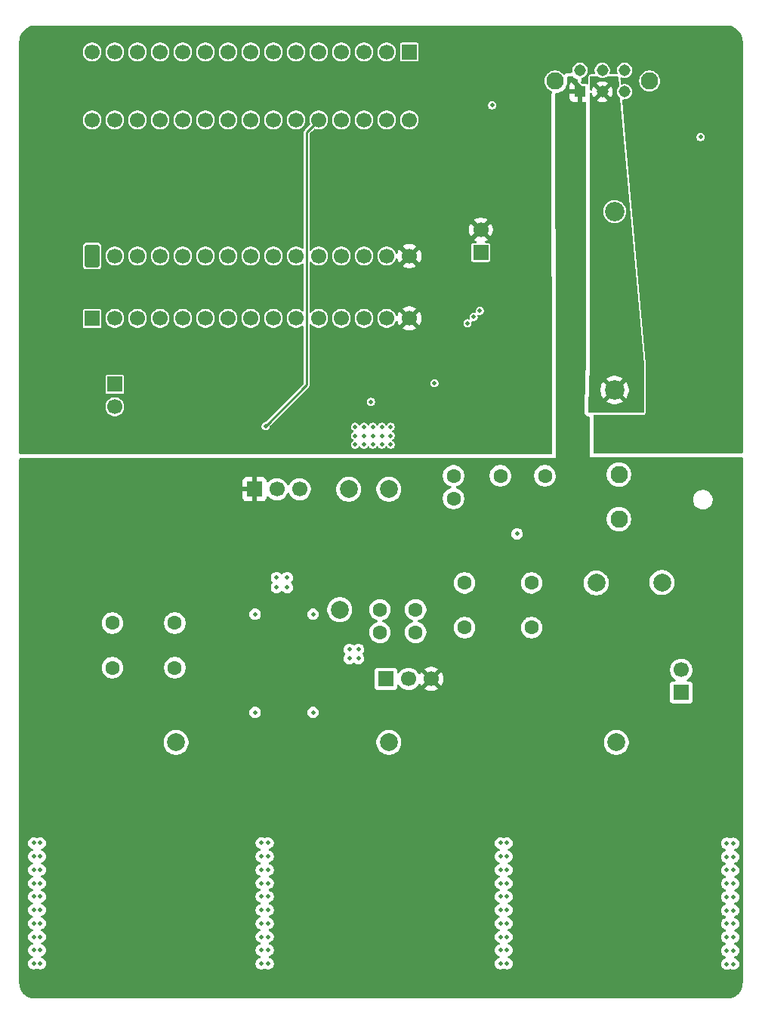
<source format=gbr>
%TF.GenerationSoftware,KiCad,Pcbnew,9.0.3*%
%TF.CreationDate,2025-08-01T09:54:24-04:00*%
%TF.ProjectId,ECG,4543472e-6b69-4636-9164-5f7063625858,rev?*%
%TF.SameCoordinates,Original*%
%TF.FileFunction,Copper,L3,Inr*%
%TF.FilePolarity,Positive*%
%FSLAX46Y46*%
G04 Gerber Fmt 4.6, Leading zero omitted, Abs format (unit mm)*
G04 Created by KiCad (PCBNEW 9.0.3) date 2025-08-01 09:54:24*
%MOMM*%
%LPD*%
G01*
G04 APERTURE LIST*
G04 Aperture macros list*
%AMRoundRect*
0 Rectangle with rounded corners*
0 $1 Rounding radius*
0 $2 $3 $4 $5 $6 $7 $8 $9 X,Y pos of 4 corners*
0 Add a 4 corners polygon primitive as box body*
4,1,4,$2,$3,$4,$5,$6,$7,$8,$9,$2,$3,0*
0 Add four circle primitives for the rounded corners*
1,1,$1+$1,$2,$3*
1,1,$1+$1,$4,$5*
1,1,$1+$1,$6,$7*
1,1,$1+$1,$8,$9*
0 Add four rect primitives between the rounded corners*
20,1,$1+$1,$2,$3,$4,$5,0*
20,1,$1+$1,$4,$5,$6,$7,0*
20,1,$1+$1,$6,$7,$8,$9,0*
20,1,$1+$1,$8,$9,$2,$3,0*%
G04 Aperture macros list end*
%TA.AperFunction,ComponentPad*%
%ADD10C,2.000000*%
%TD*%
%TA.AperFunction,ComponentPad*%
%ADD11R,1.700000X1.700000*%
%TD*%
%TA.AperFunction,ComponentPad*%
%ADD12C,1.700000*%
%TD*%
%TA.AperFunction,ComponentPad*%
%ADD13C,1.600000*%
%TD*%
%TA.AperFunction,ComponentPad*%
%ADD14C,1.950000*%
%TD*%
%TA.AperFunction,ComponentPad*%
%ADD15RoundRect,0.255000X-0.595000X1.015000X-0.595000X-1.015000X0.595000X-1.015000X0.595000X1.015000X0*%
%TD*%
%TA.AperFunction,ComponentPad*%
%ADD16C,2.175000*%
%TD*%
%TA.AperFunction,ComponentPad*%
%ADD17R,1.308000X1.308000*%
%TD*%
%TA.AperFunction,ComponentPad*%
%ADD18C,1.308000*%
%TD*%
%TA.AperFunction,ViaPad*%
%ADD19C,0.500000*%
%TD*%
%TA.AperFunction,Conductor*%
%ADD20C,0.508000*%
%TD*%
%TA.AperFunction,Conductor*%
%ADD21C,0.240000*%
%TD*%
G04 APERTURE END LIST*
D10*
%TO.N,/RL*%
%TO.C,TP5*%
X159090001Y-105156000D03*
%TD*%
D11*
%TO.N,/D13*%
%TO.C,J3*%
X100330000Y-57658000D03*
D12*
%TO.N,+3V3*%
X102870000Y-57658000D03*
%TO.N,/AREF*%
X105410000Y-57658000D03*
%TO.N,/A0*%
X107950000Y-57658000D03*
%TO.N,/A1*%
X110490000Y-57658000D03*
%TO.N,/A2*%
X113030000Y-57658000D03*
%TO.N,/A3*%
X115570000Y-57658000D03*
%TO.N,/HR_SIGNAL*%
X118110000Y-57658000D03*
%TO.N,/A5*%
X120650000Y-57658000D03*
%TO.N,/A6*%
X123190000Y-57658000D03*
%TO.N,/A7*%
X125730000Y-57658000D03*
%TO.N,+5V*%
X128270000Y-57658000D03*
%TO.N,/RESET*%
X130810000Y-57658000D03*
%TO.N,GND*%
X133350000Y-57658000D03*
%TO.N,/VIN*%
X135890000Y-57658000D03*
%TD*%
D13*
%TO.N,/P1*%
%TO.C,C2*%
X109590001Y-96792999D03*
%TO.N,Net-(U1-HPSENSE)*%
X109590001Y-91792999D03*
%TD*%
D11*
%TO.N,/RL*%
%TO.C,J2*%
X133260001Y-98042999D03*
D12*
%TO.N,Net-(J2-Pin_2)*%
X135800001Y-98042999D03*
%TO.N,+3V0*%
X138340001Y-98042999D03*
%TD*%
D14*
%TO.N,Net-(D3-A)*%
%TO.C,J5*%
X159381000Y-75137000D03*
%TO.N,GND*%
X159381000Y-80137000D03*
%TD*%
D13*
%TO.N,/P1*%
%TO.C,R22*%
X136590001Y-92832999D03*
%TO.N,Net-(U1-OPAMP+)*%
X136590001Y-90292999D03*
%TD*%
%TO.N,Net-(U1-OPAMP+)*%
%TO.C,C6*%
X142090001Y-92292999D03*
%TO.N,Net-(U1-REFOUT)*%
X142090001Y-87292999D03*
%TD*%
D10*
%TO.N,/INM*%
%TO.C,TP3*%
X133590001Y-105156000D03*
%TD*%
%TO.N,/LODP*%
%TO.C,TP2*%
X129090001Y-76792999D03*
%TD*%
%TO.N,GND*%
%TO.C,TP8*%
X164211000Y-87249000D03*
%TD*%
D11*
%TO.N,/PWR_OFF_HV*%
%TO.C,J8*%
X102870000Y-65019000D03*
D12*
X102870000Y-67559000D03*
%TD*%
D11*
%TO.N,+3V0*%
%TO.C,J1*%
X118510001Y-76792999D03*
D12*
%TO.N,Net-(J1-Pin_2)*%
X121050001Y-76792999D03*
%TO.N,GND*%
X123590001Y-76792999D03*
%TD*%
D13*
%TO.N,/P1*%
%TO.C,C22*%
X102590001Y-96792999D03*
%TO.N,Net-(U1-HPSENSE)*%
X102590001Y-91792999D03*
%TD*%
D11*
%TO.N,GND*%
%TO.C,J7*%
X166370000Y-99568000D03*
D12*
X166370000Y-97028000D03*
%TD*%
D10*
%TO.N,Net-(U1-SW)*%
%TO.C,TP6*%
X128090001Y-90292999D03*
%TD*%
D13*
%TO.N,GND*%
%TO.C,C7*%
X151090001Y-75292999D03*
%TO.N,/FILTER_OUT*%
X146090001Y-75292999D03*
%TD*%
D15*
%TO.N,/D13*%
%TO.C,U3*%
X100330000Y-50673000D03*
D12*
%TO.N,+3V3*%
X102870000Y-50673000D03*
%TO.N,/AREF*%
X105410000Y-50673000D03*
%TO.N,/A0*%
X107950000Y-50673000D03*
%TO.N,/A1*%
X110490000Y-50673000D03*
%TO.N,/A2*%
X113030000Y-50673000D03*
%TO.N,/A3*%
X115570000Y-50673000D03*
%TO.N,/HR_SIGNAL*%
X118110000Y-50673000D03*
%TO.N,/A5*%
X120650000Y-50673000D03*
%TO.N,/A6*%
X123190000Y-50673000D03*
%TO.N,/A7*%
X125730000Y-50673000D03*
%TO.N,+5V*%
X128270000Y-50673000D03*
%TO.N,/RESET*%
X130810000Y-50673000D03*
%TO.N,GND*%
X133350000Y-50673000D03*
%TO.N,/VIN*%
X135890000Y-50673000D03*
%TO.N,/TX*%
X135890000Y-35433000D03*
%TO.N,/RX*%
X133350000Y-35433000D03*
%TO.N,/RESET1*%
X130810000Y-35433000D03*
%TO.N,GND*%
X128270000Y-35433000D03*
%TO.N,/LEADS_ON_PROT*%
X125730000Y-35433000D03*
%TO.N,/PWR_HOLD*%
X123190000Y-35433000D03*
%TO.N,/D4*%
X120650000Y-35433000D03*
%TO.N,/D5*%
X118110000Y-35433000D03*
%TO.N,/D6*%
X115570000Y-35433000D03*
%TO.N,/D7*%
X113030000Y-35433000D03*
%TO.N,/D8*%
X110490000Y-35433000D03*
%TO.N,/D9*%
X107950000Y-35433000D03*
%TO.N,/D10*%
X105410000Y-35433000D03*
%TO.N,/D11*%
X102870000Y-35433000D03*
%TO.N,/D12*%
X100330000Y-35433000D03*
%TD*%
D11*
%TO.N,+9V*%
%TO.C,J6*%
X143900000Y-50275000D03*
D12*
%TO.N,/VIN*%
X143900000Y-47735000D03*
%TD*%
D10*
%TO.N,Net-(U1-REFOUT)*%
%TO.C,TP7*%
X156840001Y-87292999D03*
%TD*%
D16*
%TO.N,/BPLUS*%
%TO.C,BT1*%
X158900000Y-65683750D03*
%TO.N,GND*%
X158900000Y-45683750D03*
%TD*%
D10*
%TO.N,/LODN*%
%TO.C,TP1*%
X133590001Y-76792999D03*
%TD*%
D13*
%TO.N,/P1*%
%TO.C,R11*%
X132590001Y-92832999D03*
%TO.N,Net-(U1-OPAMP+)*%
X132590001Y-90292999D03*
%TD*%
D10*
%TO.N,/INP*%
%TO.C,TP4*%
X109728000Y-105156000D03*
%TD*%
D13*
%TO.N,Net-(U1-OPAMP+)*%
%TO.C,C21*%
X149590001Y-92292999D03*
%TO.N,Net-(U1-REFOUT)*%
X149590001Y-87292999D03*
%TD*%
%TO.N,Net-(D1-A)*%
%TO.C,R14*%
X140840001Y-77837999D03*
%TO.N,/FILTER_OUT*%
X140840001Y-75297999D03*
%TD*%
D11*
%TO.N,/TX*%
%TO.C,J4*%
X135890000Y-27813000D03*
D12*
%TO.N,/RX*%
X133350000Y-27813000D03*
%TO.N,/RESET1*%
X130810000Y-27813000D03*
%TO.N,GND*%
X128270000Y-27813000D03*
%TO.N,/LEADS_ON_PROT*%
X125730000Y-27813000D03*
%TO.N,/PWR_HOLD*%
X123190000Y-27813000D03*
%TO.N,/D4*%
X120650000Y-27813000D03*
%TO.N,/D5*%
X118110000Y-27813000D03*
%TO.N,/D6*%
X115570000Y-27813000D03*
%TO.N,/D7*%
X113030000Y-27813000D03*
%TO.N,/D8*%
X110490000Y-27813000D03*
%TO.N,/D9*%
X107950000Y-27813000D03*
%TO.N,/D10*%
X105410000Y-27813000D03*
%TO.N,/D11*%
X102870000Y-27813000D03*
%TO.N,/D12*%
X100330000Y-27813000D03*
%TD*%
D17*
%TO.N,+3V0*%
%TO.C,S1*%
X155020000Y-32258000D03*
D18*
%TO.N,/BPLUS*%
X157520000Y-32258000D03*
%TO.N,unconnected-(S1-Pad3)*%
X160020000Y-32258000D03*
%TO.N,+9V*%
X155020000Y-29858000D03*
%TO.N,Net-(D3-K)*%
X157520000Y-29858000D03*
%TO.N,unconnected-(S1-Pad6)*%
X160020000Y-29858000D03*
D14*
%TO.N,unconnected-(S1-SH-Pad7)*%
X152220000Y-31058000D03*
%TO.N,unconnected-(S1-SH-Pad8)*%
X162820000Y-31058000D03*
%TD*%
D19*
%TO.N,GND*%
X119290400Y-129932200D03*
X130800000Y-69800000D03*
X93763400Y-123932200D03*
X171475400Y-122480200D03*
X122200000Y-86700000D03*
X172225400Y-125480200D03*
X119290400Y-126932200D03*
X171475400Y-125480200D03*
X146087400Y-128432200D03*
X94513400Y-128432200D03*
X172225400Y-126980200D03*
X146087400Y-119432200D03*
X120040400Y-125432200D03*
X93763400Y-125432200D03*
X172225400Y-129980200D03*
X120040400Y-116432200D03*
X120040400Y-126932200D03*
X146087400Y-125432200D03*
X93763400Y-119432200D03*
X93763400Y-122432200D03*
X119290400Y-119432200D03*
X132800000Y-69800000D03*
X146837400Y-126932200D03*
X93763400Y-128432200D03*
X119290400Y-125432200D03*
X120040400Y-119432200D03*
X119290400Y-128432200D03*
X146837400Y-120932200D03*
X172225400Y-120980200D03*
X120040400Y-123932200D03*
X94513400Y-126932200D03*
X131800000Y-71800000D03*
X93763400Y-117932200D03*
X172225400Y-117980200D03*
X146837400Y-123932200D03*
X172225400Y-119480200D03*
X130175000Y-94742000D03*
X171475400Y-126980200D03*
X172225400Y-122480200D03*
X146837400Y-116432200D03*
X94513400Y-129932200D03*
X129800000Y-71800000D03*
X120040400Y-128432200D03*
X146087400Y-123932200D03*
X94513400Y-119432200D03*
X131800000Y-70800000D03*
X120040400Y-129932200D03*
X132800000Y-71800000D03*
X146087400Y-129932200D03*
X119290400Y-116432200D03*
X130800000Y-70800000D03*
X129159000Y-95758000D03*
X146837400Y-122432200D03*
X171475400Y-120980200D03*
X130800000Y-71800000D03*
X94513400Y-120932200D03*
X119290400Y-123932200D03*
X171475400Y-123980200D03*
X131800000Y-69800000D03*
X133800000Y-69800000D03*
X120040400Y-122432200D03*
X172225400Y-123980200D03*
X129159000Y-94742000D03*
X146087400Y-126932200D03*
X94513400Y-122432200D03*
X146837400Y-119432200D03*
X130175000Y-95758000D03*
X121000000Y-87800000D03*
X93763400Y-126932200D03*
X94513400Y-123932200D03*
X172225400Y-116480200D03*
X129800000Y-69800000D03*
X172225400Y-128480200D03*
X120040400Y-117932200D03*
X119290400Y-122432200D03*
X146087400Y-120932200D03*
X129800000Y-70800000D03*
X133800000Y-70800000D03*
X146087400Y-116432200D03*
X171475400Y-119480200D03*
X132800000Y-70800000D03*
X171475400Y-128480200D03*
X121000000Y-86700000D03*
X146837400Y-128432200D03*
X171475400Y-116480200D03*
X133800000Y-71800000D03*
X93763400Y-116432200D03*
X171475400Y-117980200D03*
X171475400Y-129980200D03*
X93763400Y-120932200D03*
X146837400Y-117932200D03*
X94513400Y-116432200D03*
X146087400Y-122432200D03*
X146837400Y-129932200D03*
X120040400Y-120932200D03*
X146837400Y-125432200D03*
X94513400Y-117932200D03*
X94513400Y-125432200D03*
X93763400Y-129932200D03*
X119290400Y-120932200D03*
X119290400Y-117932200D03*
X122200000Y-87800000D03*
X146087400Y-117932200D03*
%TO.N,+3V0*%
X116955000Y-86525800D03*
X116205000Y-86525800D03*
X116840000Y-107188000D03*
X141854000Y-107188000D03*
X122090001Y-80792999D03*
X116205000Y-85775800D03*
X128143000Y-107188000D03*
X102222000Y-107188000D03*
X120090001Y-80792999D03*
X116955000Y-85775800D03*
%TO.N,/PWR_OFF_HV*%
X138700000Y-64900000D03*
X131600000Y-67000000D03*
%TO.N,/VIN*%
X135850000Y-61087000D03*
X147320000Y-28448000D03*
X135850000Y-61849000D03*
X144907000Y-44450000D03*
X98679000Y-67183000D03*
X135850000Y-60325000D03*
X145034000Y-38481000D03*
X98679000Y-61468000D03*
%TO.N,+9V*%
X143100000Y-57500000D03*
X143800000Y-56800000D03*
X142400000Y-58200000D03*
%TO.N,/INP*%
X118590001Y-101792999D03*
X125090001Y-101792999D03*
%TO.N,/P1*%
X118590001Y-90792999D03*
X125090001Y-90792999D03*
%TO.N,Net-(JP1-B)*%
X147955000Y-81788000D03*
%TO.N,Net-(D3-A)*%
X168529000Y-37338000D03*
%TO.N,Net-(JP2-B)*%
X145161000Y-33782000D03*
%TO.N,/LEADS_ON_PROT*%
X119761000Y-69723000D03*
%TD*%
D20*
%TO.N,+3V0*%
X155020000Y-31804600D02*
X154178000Y-30962600D01*
X155020000Y-32258000D02*
X155020000Y-31804600D01*
D21*
%TO.N,/LEADS_ON_PROT*%
X124361000Y-65123000D02*
X124361000Y-36802000D01*
X125730000Y-35433000D02*
X124361000Y-36802000D01*
X119761000Y-69723000D02*
X124361000Y-65123000D01*
%TD*%
%TA.AperFunction,Conductor*%
%TO.N,/BPLUS*%
G36*
X156996920Y-30536213D02*
G01*
X156998772Y-30537426D01*
X157115235Y-30615244D01*
X157115241Y-30615247D01*
X157115242Y-30615248D01*
X157270751Y-30679662D01*
X157435834Y-30712499D01*
X157435838Y-30712500D01*
X157435839Y-30712500D01*
X157604162Y-30712500D01*
X157604163Y-30712499D01*
X157769249Y-30679662D01*
X157924758Y-30615248D01*
X157964016Y-30589017D01*
X158041228Y-30537426D01*
X158107906Y-30516548D01*
X158110119Y-30516528D01*
X159195412Y-30516528D01*
X159262451Y-30536213D01*
X159308206Y-30589017D01*
X159318917Y-30629464D01*
X159405923Y-31600708D01*
X159392299Y-31669237D01*
X159370104Y-31699448D01*
X159356270Y-31713282D01*
X159356265Y-31713289D01*
X159262755Y-31853235D01*
X159262750Y-31853244D01*
X159198338Y-32008750D01*
X159198336Y-32008758D01*
X159165500Y-32173834D01*
X159165500Y-32342165D01*
X159198336Y-32507241D01*
X159198338Y-32507249D01*
X159262750Y-32662755D01*
X159262755Y-32662764D01*
X159356265Y-32802711D01*
X159356268Y-32802715D01*
X159475282Y-32921729D01*
X159475287Y-32921733D01*
X159478060Y-32923586D01*
X159479184Y-32924931D01*
X159479992Y-32925594D01*
X159479866Y-32925747D01*
X159522866Y-32977197D01*
X159532676Y-33015625D01*
X162203905Y-62834074D01*
X162204400Y-62845138D01*
X162204400Y-68125800D01*
X162184715Y-68192839D01*
X162131911Y-68238594D01*
X162080400Y-68249800D01*
X156034305Y-68249800D01*
X155967266Y-68230115D01*
X155921511Y-68177311D01*
X155910406Y-68120800D01*
X155944693Y-67271250D01*
X156013805Y-65558805D01*
X157312500Y-65558805D01*
X157312500Y-65808694D01*
X157351588Y-66055490D01*
X157428807Y-66293143D01*
X157542248Y-66515781D01*
X157614697Y-66615497D01*
X157614698Y-66615498D01*
X158241555Y-65988640D01*
X158257513Y-66027166D01*
X158336856Y-66145911D01*
X158437839Y-66246894D01*
X158556584Y-66326237D01*
X158595108Y-66342194D01*
X157968250Y-66969051D01*
X158067968Y-67041501D01*
X158290606Y-67154942D01*
X158528259Y-67232161D01*
X158775056Y-67271250D01*
X159024944Y-67271250D01*
X159271740Y-67232161D01*
X159509393Y-67154942D01*
X159732030Y-67041502D01*
X159831747Y-66969051D01*
X159831748Y-66969051D01*
X159204890Y-66342194D01*
X159243416Y-66326237D01*
X159362161Y-66246894D01*
X159463144Y-66145911D01*
X159542487Y-66027166D01*
X159558444Y-65988640D01*
X160185301Y-66615498D01*
X160185301Y-66615497D01*
X160257752Y-66515780D01*
X160371192Y-66293143D01*
X160448411Y-66055490D01*
X160487500Y-65808694D01*
X160487500Y-65558805D01*
X160448411Y-65312009D01*
X160371192Y-65074356D01*
X160257751Y-64851718D01*
X160185301Y-64752001D01*
X160185301Y-64752000D01*
X159558444Y-65378858D01*
X159542487Y-65340334D01*
X159463144Y-65221589D01*
X159362161Y-65120606D01*
X159243416Y-65041263D01*
X159204891Y-65025305D01*
X159831748Y-64398448D01*
X159831747Y-64398447D01*
X159732031Y-64325998D01*
X159509393Y-64212557D01*
X159271740Y-64135338D01*
X159024944Y-64096250D01*
X158775056Y-64096250D01*
X158528259Y-64135338D01*
X158290606Y-64212557D01*
X158067965Y-64326000D01*
X157968251Y-64398446D01*
X157968250Y-64398447D01*
X158595109Y-65025305D01*
X158556584Y-65041263D01*
X158437839Y-65120606D01*
X158336856Y-65221589D01*
X158257513Y-65340334D01*
X158241555Y-65378858D01*
X157614697Y-64752000D01*
X157614696Y-64752001D01*
X157542250Y-64851715D01*
X157428807Y-65074356D01*
X157351588Y-65312009D01*
X157312500Y-65558805D01*
X156013805Y-65558805D01*
X156133800Y-62585600D01*
X156136875Y-45582382D01*
X157612000Y-45582382D01*
X157612000Y-45785117D01*
X157643715Y-45985358D01*
X157706361Y-46178167D01*
X157706362Y-46178170D01*
X157798405Y-46358812D01*
X157917562Y-46522819D01*
X157917566Y-46522824D01*
X158060925Y-46666183D01*
X158060930Y-46666187D01*
X158203986Y-46770122D01*
X158224941Y-46785347D01*
X158343026Y-46845514D01*
X158405579Y-46877387D01*
X158405582Y-46877388D01*
X158501986Y-46908711D01*
X158598393Y-46940035D01*
X158798632Y-46971750D01*
X158798633Y-46971750D01*
X159001367Y-46971750D01*
X159001368Y-46971750D01*
X159201607Y-46940035D01*
X159394420Y-46877387D01*
X159575059Y-46785347D01*
X159739076Y-46666182D01*
X159882432Y-46522826D01*
X160001597Y-46358809D01*
X160093637Y-46178170D01*
X160156285Y-45985357D01*
X160188000Y-45785118D01*
X160188000Y-45582382D01*
X160156285Y-45382143D01*
X160093637Y-45189330D01*
X160093637Y-45189329D01*
X160061764Y-45126776D01*
X160001597Y-45008691D01*
X159986372Y-44987736D01*
X159882437Y-44844680D01*
X159882433Y-44844675D01*
X159739074Y-44701316D01*
X159739069Y-44701312D01*
X159575062Y-44582155D01*
X159575061Y-44582154D01*
X159575059Y-44582153D01*
X159517186Y-44552665D01*
X159394420Y-44490112D01*
X159394417Y-44490111D01*
X159201608Y-44427465D01*
X159101487Y-44411607D01*
X159001368Y-44395750D01*
X158798632Y-44395750D01*
X158731885Y-44406321D01*
X158598391Y-44427465D01*
X158405582Y-44490111D01*
X158405579Y-44490112D01*
X158224937Y-44582155D01*
X158060930Y-44701312D01*
X158060925Y-44701316D01*
X157917566Y-44844675D01*
X157917562Y-44844680D01*
X157798405Y-45008687D01*
X157706362Y-45189329D01*
X157706361Y-45189332D01*
X157643715Y-45382141D01*
X157612000Y-45582382D01*
X156136875Y-45582382D01*
X156139242Y-32492671D01*
X156158939Y-32425638D01*
X156211751Y-32379892D01*
X156280911Y-32369961D01*
X156344462Y-32398998D01*
X156382225Y-32457783D01*
X156385715Y-32473297D01*
X156394415Y-32528226D01*
X156450548Y-32700984D01*
X156533012Y-32862830D01*
X156533014Y-32862834D01*
X156545048Y-32879395D01*
X156545049Y-32879396D01*
X157120000Y-32304445D01*
X157120000Y-32310661D01*
X157147259Y-32412394D01*
X157199920Y-32503606D01*
X157274394Y-32578080D01*
X157365606Y-32630741D01*
X157467339Y-32658000D01*
X157473554Y-32658000D01*
X156898602Y-33232949D01*
X156898603Y-33232950D01*
X156915165Y-33244985D01*
X156915179Y-33244993D01*
X157077012Y-33327450D01*
X157249774Y-33383584D01*
X157429179Y-33412000D01*
X157610821Y-33412000D01*
X157790225Y-33383584D01*
X157962984Y-33327451D01*
X158124831Y-33244986D01*
X158141396Y-33232949D01*
X157566447Y-32658000D01*
X157572661Y-32658000D01*
X157674394Y-32630741D01*
X157765606Y-32578080D01*
X157840080Y-32503606D01*
X157892741Y-32412394D01*
X157920000Y-32310661D01*
X157920000Y-32304446D01*
X158494949Y-32879395D01*
X158506986Y-32862831D01*
X158589451Y-32700984D01*
X158645584Y-32528225D01*
X158674000Y-32348821D01*
X158674000Y-32167178D01*
X158645584Y-31987774D01*
X158589450Y-31815012D01*
X158506993Y-31653179D01*
X158506985Y-31653165D01*
X158494950Y-31636603D01*
X158494949Y-31636602D01*
X157920000Y-32211552D01*
X157920000Y-32205339D01*
X157892741Y-32103606D01*
X157840080Y-32012394D01*
X157765606Y-31937920D01*
X157674394Y-31885259D01*
X157572661Y-31858000D01*
X157566447Y-31858000D01*
X158141396Y-31283049D01*
X158141395Y-31283048D01*
X158124834Y-31271014D01*
X158124830Y-31271012D01*
X157962984Y-31188548D01*
X157790225Y-31132415D01*
X157610821Y-31104000D01*
X157429179Y-31104000D01*
X157249774Y-31132415D01*
X157077015Y-31188548D01*
X156915170Y-31271012D01*
X156915161Y-31271018D01*
X156898603Y-31283048D01*
X156898602Y-31283049D01*
X157473554Y-31858000D01*
X157467339Y-31858000D01*
X157365606Y-31885259D01*
X157274394Y-31937920D01*
X157199920Y-32012394D01*
X157147259Y-32103606D01*
X157120000Y-32205339D01*
X157120000Y-32211553D01*
X156545049Y-31636602D01*
X156545048Y-31636603D01*
X156533018Y-31653161D01*
X156533012Y-31653170D01*
X156450548Y-31815015D01*
X156394415Y-31987772D01*
X156385800Y-32042166D01*
X156355870Y-32105300D01*
X156296558Y-32142230D01*
X156226695Y-32141232D01*
X156168463Y-32102621D01*
X156140349Y-32038657D01*
X156139327Y-32022752D01*
X156139453Y-31330285D01*
X156139578Y-30640506D01*
X156159275Y-30573470D01*
X156212087Y-30527724D01*
X156263578Y-30516528D01*
X156929881Y-30516528D01*
X156996920Y-30536213D01*
G37*
%TD.AperFunction*%
%TD*%
%TA.AperFunction,Conductor*%
%TO.N,/VIN*%
G36*
X171454028Y-24840764D02*
G01*
X171680707Y-24855621D01*
X171696763Y-24857736D01*
X171915544Y-24901254D01*
X171931199Y-24905449D01*
X172142422Y-24977149D01*
X172157405Y-24983355D01*
X172357460Y-25082012D01*
X172371503Y-25090119D01*
X172556978Y-25214049D01*
X172569839Y-25223918D01*
X172737541Y-25370989D01*
X172749010Y-25382458D01*
X172896081Y-25550160D01*
X172905956Y-25563029D01*
X173029878Y-25748493D01*
X173037987Y-25762539D01*
X173136644Y-25962594D01*
X173142851Y-25977580D01*
X173214548Y-26188794D01*
X173218746Y-26204461D01*
X173262262Y-26423231D01*
X173264379Y-26439311D01*
X173279234Y-26665939D01*
X173279500Y-26674050D01*
X173279500Y-72670500D01*
X173259815Y-72737539D01*
X173207011Y-72783294D01*
X173155500Y-72794500D01*
X156669100Y-72794500D01*
X156602061Y-72774815D01*
X156556306Y-72722011D01*
X156545100Y-72670500D01*
X156545100Y-68777886D01*
X156545100Y-68777885D01*
X156540973Y-68720177D01*
X156535950Y-68685241D01*
X156526754Y-68639860D01*
X156522066Y-68629196D01*
X156513111Y-68559903D01*
X156543040Y-68496768D01*
X156602352Y-68459836D01*
X156635585Y-68455300D01*
X162080391Y-68455300D01*
X162080400Y-68455300D01*
X162124084Y-68450603D01*
X162153275Y-68444252D01*
X162175574Y-68439402D01*
X162175590Y-68439398D01*
X162175595Y-68439397D01*
X162185773Y-68436910D01*
X162266485Y-68393900D01*
X162319289Y-68348145D01*
X162337243Y-68330554D01*
X162381890Y-68250737D01*
X162401575Y-68183698D01*
X162409900Y-68125800D01*
X162409900Y-62845138D01*
X162409695Y-62835953D01*
X162409200Y-62824889D01*
X162408585Y-62815738D01*
X160120896Y-37278691D01*
X168078500Y-37278691D01*
X168078500Y-37397309D01*
X168109201Y-37511886D01*
X168168511Y-37614613D01*
X168252387Y-37698489D01*
X168355114Y-37757799D01*
X168469691Y-37788500D01*
X168469694Y-37788500D01*
X168588306Y-37788500D01*
X168588309Y-37788500D01*
X168702886Y-37757799D01*
X168805613Y-37698489D01*
X168889489Y-37614613D01*
X168948799Y-37511886D01*
X168979500Y-37397309D01*
X168979500Y-37278691D01*
X168948799Y-37164114D01*
X168889489Y-37061387D01*
X168805613Y-36977511D01*
X168702886Y-36918201D01*
X168588309Y-36887500D01*
X168469691Y-36887500D01*
X168355114Y-36918201D01*
X168355112Y-36918201D01*
X168355112Y-36918202D01*
X168252387Y-36977511D01*
X168252384Y-36977513D01*
X168168513Y-37061384D01*
X168168511Y-37061387D01*
X168109201Y-37164114D01*
X168078500Y-37278691D01*
X160120896Y-37278691D01*
X159759043Y-33239390D01*
X159772667Y-33170865D01*
X159821178Y-33120581D01*
X159889173Y-33104506D01*
X159906740Y-33106712D01*
X159912325Y-33107822D01*
X159935837Y-33112499D01*
X159935838Y-33112500D01*
X159935839Y-33112500D01*
X160104162Y-33112500D01*
X160104163Y-33112499D01*
X160269249Y-33079662D01*
X160424758Y-33015248D01*
X160564712Y-32921734D01*
X160683734Y-32802712D01*
X160777248Y-32662758D01*
X160841662Y-32507249D01*
X160874500Y-32342161D01*
X160874500Y-32173839D01*
X160841662Y-32008751D01*
X160777248Y-31853242D01*
X160777247Y-31853241D01*
X160777244Y-31853235D01*
X160683734Y-31713288D01*
X160683731Y-31713284D01*
X160564715Y-31594268D01*
X160564711Y-31594265D01*
X160424764Y-31500755D01*
X160424755Y-31500750D01*
X160269249Y-31436338D01*
X160269241Y-31436336D01*
X160104165Y-31403500D01*
X160104161Y-31403500D01*
X159935839Y-31403500D01*
X159935834Y-31403500D01*
X159770758Y-31436336D01*
X159770747Y-31436339D01*
X159759615Y-31440950D01*
X159690145Y-31448416D01*
X159627667Y-31417138D01*
X159592018Y-31357048D01*
X159588662Y-31337451D01*
X159588250Y-31332855D01*
X159555341Y-30965486D01*
X161644500Y-30965486D01*
X161644500Y-31150513D01*
X161673445Y-31333265D01*
X161730619Y-31509232D01*
X161730620Y-31509235D01*
X161814622Y-31674096D01*
X161923379Y-31823787D01*
X162054213Y-31954621D01*
X162203904Y-32063378D01*
X162284763Y-32104577D01*
X162368764Y-32147379D01*
X162368767Y-32147380D01*
X162450186Y-32173834D01*
X162544736Y-32204555D01*
X162727486Y-32233500D01*
X162727487Y-32233500D01*
X162912513Y-32233500D01*
X162912514Y-32233500D01*
X163095264Y-32204555D01*
X163271235Y-32147379D01*
X163436096Y-32063378D01*
X163585787Y-31954621D01*
X163716621Y-31823787D01*
X163825378Y-31674096D01*
X163909379Y-31509235D01*
X163966555Y-31333264D01*
X163995500Y-31150514D01*
X163995500Y-30965486D01*
X163966555Y-30782736D01*
X163933065Y-30679663D01*
X163909380Y-30606767D01*
X163909379Y-30606764D01*
X163866052Y-30521731D01*
X163825378Y-30441904D01*
X163716621Y-30292213D01*
X163585787Y-30161379D01*
X163436096Y-30052622D01*
X163271235Y-29968620D01*
X163271232Y-29968619D01*
X163095265Y-29911445D01*
X163003889Y-29896972D01*
X162912514Y-29882500D01*
X162727486Y-29882500D01*
X162666569Y-29892148D01*
X162544734Y-29911445D01*
X162368767Y-29968619D01*
X162368764Y-29968620D01*
X162203903Y-30052622D01*
X162128727Y-30107241D01*
X162054213Y-30161379D01*
X162054211Y-30161381D01*
X162054210Y-30161381D01*
X161923381Y-30292210D01*
X161923381Y-30292211D01*
X161923379Y-30292213D01*
X161896363Y-30329397D01*
X161814622Y-30441903D01*
X161730620Y-30606764D01*
X161730619Y-30606767D01*
X161673445Y-30782734D01*
X161644500Y-30965486D01*
X159555341Y-30965486D01*
X159538724Y-30779990D01*
X159552348Y-30711463D01*
X159600859Y-30661179D01*
X159668854Y-30645104D01*
X159709680Y-30654365D01*
X159770751Y-30679662D01*
X159930626Y-30711463D01*
X159935834Y-30712499D01*
X159935838Y-30712500D01*
X159935839Y-30712500D01*
X160104162Y-30712500D01*
X160104163Y-30712499D01*
X160269249Y-30679662D01*
X160424758Y-30615248D01*
X160564712Y-30521734D01*
X160683734Y-30402712D01*
X160777248Y-30262758D01*
X160841662Y-30107249D01*
X160874500Y-29942161D01*
X160874500Y-29773839D01*
X160841662Y-29608751D01*
X160777248Y-29453242D01*
X160777247Y-29453241D01*
X160777244Y-29453235D01*
X160683734Y-29313288D01*
X160683731Y-29313284D01*
X160564715Y-29194268D01*
X160564711Y-29194265D01*
X160424764Y-29100755D01*
X160424755Y-29100750D01*
X160269249Y-29036338D01*
X160269241Y-29036336D01*
X160104165Y-29003500D01*
X160104161Y-29003500D01*
X159935839Y-29003500D01*
X159935834Y-29003500D01*
X159770758Y-29036336D01*
X159770750Y-29036338D01*
X159615244Y-29100750D01*
X159615235Y-29100755D01*
X159475288Y-29194265D01*
X159475284Y-29194268D01*
X159356268Y-29313284D01*
X159356265Y-29313288D01*
X159262755Y-29453235D01*
X159262750Y-29453244D01*
X159198338Y-29608750D01*
X159198336Y-29608758D01*
X159165500Y-29773834D01*
X159165500Y-29942165D01*
X159198336Y-30107241D01*
X159198338Y-30107249D01*
X159211728Y-30139575D01*
X159219197Y-30209045D01*
X159187922Y-30271524D01*
X159127833Y-30307176D01*
X159097167Y-30311028D01*
X158442833Y-30311028D01*
X158375794Y-30291343D01*
X158330039Y-30238539D01*
X158320095Y-30169381D01*
X158328272Y-30139575D01*
X158341662Y-30107249D01*
X158374500Y-29942161D01*
X158374500Y-29773839D01*
X158341662Y-29608751D01*
X158277248Y-29453242D01*
X158277247Y-29453241D01*
X158277244Y-29453235D01*
X158183734Y-29313288D01*
X158183731Y-29313284D01*
X158064715Y-29194268D01*
X158064711Y-29194265D01*
X157924764Y-29100755D01*
X157924755Y-29100750D01*
X157769249Y-29036338D01*
X157769241Y-29036336D01*
X157604165Y-29003500D01*
X157604161Y-29003500D01*
X157435839Y-29003500D01*
X157435834Y-29003500D01*
X157270758Y-29036336D01*
X157270750Y-29036338D01*
X157115244Y-29100750D01*
X157115235Y-29100755D01*
X156975288Y-29194265D01*
X156975284Y-29194268D01*
X156856268Y-29313284D01*
X156856265Y-29313288D01*
X156762755Y-29453235D01*
X156762750Y-29453244D01*
X156698338Y-29608750D01*
X156698336Y-29608758D01*
X156665500Y-29773834D01*
X156665500Y-29942165D01*
X156698336Y-30107241D01*
X156698338Y-30107249D01*
X156711728Y-30139575D01*
X156719197Y-30209045D01*
X156687922Y-30271524D01*
X156627833Y-30307176D01*
X156597167Y-30311028D01*
X156263578Y-30311028D01*
X156263572Y-30311028D01*
X156263563Y-30311029D01*
X156219924Y-30315718D01*
X156168394Y-30326922D01*
X156158263Y-30329397D01*
X156158256Y-30329400D01*
X156077541Y-30372393D01*
X156024729Y-30418138D01*
X156006769Y-30435729D01*
X155962112Y-30515534D01*
X155962107Y-30515544D01*
X155942413Y-30582574D01*
X155942412Y-30582575D01*
X155934078Y-30640468D01*
X155933957Y-31304850D01*
X155914260Y-31371885D01*
X155861448Y-31417631D01*
X155792288Y-31427562D01*
X155762503Y-31419388D01*
X155752227Y-31415131D01*
X155693752Y-31403500D01*
X155693748Y-31403500D01*
X155313022Y-31403500D01*
X155283581Y-31394855D01*
X155253595Y-31388332D01*
X155248579Y-31384577D01*
X155245983Y-31383815D01*
X155225341Y-31367181D01*
X155163941Y-31305781D01*
X155130456Y-31244458D01*
X155135440Y-31174766D01*
X155137736Y-31169051D01*
X155148726Y-31143555D01*
X155166005Y-31075856D01*
X155178591Y-30972677D01*
X155178425Y-30971678D01*
X155157850Y-30847524D01*
X155157849Y-30847516D01*
X155156752Y-30844222D01*
X155156705Y-30842900D01*
X155156677Y-30842784D01*
X155156701Y-30842777D01*
X155154260Y-30774399D01*
X155189913Y-30714310D01*
X155250216Y-30683447D01*
X155269249Y-30679662D01*
X155424758Y-30615248D01*
X155564712Y-30521734D01*
X155683734Y-30402712D01*
X155777248Y-30262758D01*
X155841662Y-30107249D01*
X155874500Y-29942161D01*
X155874500Y-29773839D01*
X155841662Y-29608751D01*
X155777248Y-29453242D01*
X155777247Y-29453241D01*
X155777244Y-29453235D01*
X155683734Y-29313288D01*
X155683731Y-29313284D01*
X155564715Y-29194268D01*
X155564711Y-29194265D01*
X155424764Y-29100755D01*
X155424755Y-29100750D01*
X155269249Y-29036338D01*
X155269241Y-29036336D01*
X155104165Y-29003500D01*
X155104161Y-29003500D01*
X154935839Y-29003500D01*
X154935834Y-29003500D01*
X154770758Y-29036336D01*
X154770750Y-29036338D01*
X154615244Y-29100750D01*
X154615235Y-29100755D01*
X154475288Y-29194265D01*
X154475284Y-29194268D01*
X154356268Y-29313284D01*
X154356265Y-29313288D01*
X154262755Y-29453235D01*
X154262750Y-29453244D01*
X154198338Y-29608750D01*
X154198336Y-29608758D01*
X154165500Y-29773834D01*
X154165500Y-29773838D01*
X154165500Y-29773839D01*
X154165500Y-29942161D01*
X154165501Y-29942165D01*
X154178593Y-30007987D01*
X154172364Y-30077579D01*
X154129501Y-30132756D01*
X154063611Y-30155999D01*
X154059675Y-30156147D01*
X153956166Y-30158397D01*
X153666890Y-30164686D01*
X153636586Y-30166481D01*
X153618147Y-30168269D01*
X153599530Y-30170509D01*
X153478320Y-30207996D01*
X153415627Y-30238826D01*
X153328993Y-30296275D01*
X153318635Y-30308582D01*
X153260404Y-30347194D01*
X153190541Y-30348194D01*
X153131228Y-30311265D01*
X153123450Y-30301613D01*
X153116621Y-30292213D01*
X152985789Y-30161381D01*
X152985787Y-30161379D01*
X152836096Y-30052622D01*
X152671235Y-29968620D01*
X152671232Y-29968619D01*
X152495265Y-29911445D01*
X152403889Y-29896972D01*
X152312514Y-29882500D01*
X152127486Y-29882500D01*
X152066569Y-29892148D01*
X151944734Y-29911445D01*
X151768767Y-29968619D01*
X151768764Y-29968620D01*
X151603903Y-30052622D01*
X151528727Y-30107241D01*
X151454213Y-30161379D01*
X151454211Y-30161381D01*
X151454210Y-30161381D01*
X151323381Y-30292210D01*
X151323381Y-30292211D01*
X151323379Y-30292213D01*
X151296363Y-30329397D01*
X151214622Y-30441903D01*
X151130620Y-30606764D01*
X151130619Y-30606767D01*
X151073445Y-30782734D01*
X151044500Y-30965486D01*
X151044500Y-31150513D01*
X151073445Y-31333265D01*
X151130619Y-31509232D01*
X151130620Y-31509235D01*
X151214622Y-31674096D01*
X151323379Y-31823787D01*
X151454213Y-31954621D01*
X151603904Y-32063378D01*
X151684763Y-32104577D01*
X151768764Y-32147379D01*
X151768767Y-32147380D01*
X151795974Y-32156220D01*
X151853649Y-32195657D01*
X151880848Y-32260016D01*
X151869812Y-32327038D01*
X151846410Y-32376665D01*
X151846406Y-32376673D01*
X151826858Y-32443754D01*
X151810668Y-32558030D01*
X151810668Y-32558035D01*
X151811431Y-32929051D01*
X151893409Y-72770245D01*
X151873862Y-72837325D01*
X151821152Y-72883188D01*
X151769409Y-72894500D01*
X92274500Y-72894500D01*
X92207461Y-72874815D01*
X92161706Y-72822011D01*
X92150500Y-72770500D01*
X92150500Y-69663691D01*
X119310500Y-69663691D01*
X119310500Y-69782309D01*
X119341201Y-69896886D01*
X119400511Y-69999613D01*
X119484387Y-70083489D01*
X119587114Y-70142799D01*
X119701691Y-70173500D01*
X119701694Y-70173500D01*
X119820306Y-70173500D01*
X119820309Y-70173500D01*
X119934886Y-70142799D01*
X120037613Y-70083489D01*
X120121489Y-69999613D01*
X120180799Y-69896886D01*
X120211500Y-69782309D01*
X120211500Y-69777117D01*
X120220144Y-69747676D01*
X120221664Y-69740691D01*
X129349500Y-69740691D01*
X129349500Y-69859309D01*
X129380201Y-69973886D01*
X129439511Y-70076613D01*
X129523387Y-70160489D01*
X129579027Y-70192613D01*
X129627242Y-70243181D01*
X129640464Y-70311788D01*
X129614496Y-70376653D01*
X129579027Y-70407387D01*
X129523387Y-70439511D01*
X129523384Y-70439513D01*
X129439513Y-70523384D01*
X129439511Y-70523387D01*
X129380201Y-70626114D01*
X129349500Y-70740691D01*
X129349500Y-70859309D01*
X129380201Y-70973886D01*
X129439511Y-71076613D01*
X129523387Y-71160489D01*
X129579027Y-71192613D01*
X129627242Y-71243181D01*
X129640464Y-71311788D01*
X129614496Y-71376653D01*
X129579027Y-71407387D01*
X129523387Y-71439511D01*
X129523384Y-71439513D01*
X129439513Y-71523384D01*
X129439511Y-71523387D01*
X129380201Y-71626114D01*
X129349500Y-71740691D01*
X129349500Y-71859309D01*
X129380201Y-71973886D01*
X129439511Y-72076613D01*
X129523387Y-72160489D01*
X129626114Y-72219799D01*
X129740691Y-72250500D01*
X129740694Y-72250500D01*
X129859306Y-72250500D01*
X129859309Y-72250500D01*
X129973886Y-72219799D01*
X130076613Y-72160489D01*
X130160489Y-72076613D01*
X130192613Y-72020972D01*
X130243180Y-71972757D01*
X130311787Y-71959535D01*
X130376652Y-71985503D01*
X130407386Y-72020972D01*
X130439511Y-72076613D01*
X130523387Y-72160489D01*
X130626114Y-72219799D01*
X130740691Y-72250500D01*
X130740694Y-72250500D01*
X130859306Y-72250500D01*
X130859309Y-72250500D01*
X130973886Y-72219799D01*
X131076613Y-72160489D01*
X131160489Y-72076613D01*
X131192613Y-72020972D01*
X131243180Y-71972757D01*
X131311787Y-71959535D01*
X131376652Y-71985503D01*
X131407386Y-72020972D01*
X131439511Y-72076613D01*
X131523387Y-72160489D01*
X131626114Y-72219799D01*
X131740691Y-72250500D01*
X131740694Y-72250500D01*
X131859306Y-72250500D01*
X131859309Y-72250500D01*
X131973886Y-72219799D01*
X132076613Y-72160489D01*
X132160489Y-72076613D01*
X132192613Y-72020972D01*
X132243180Y-71972757D01*
X132311787Y-71959535D01*
X132376652Y-71985503D01*
X132407386Y-72020972D01*
X132439511Y-72076613D01*
X132523387Y-72160489D01*
X132626114Y-72219799D01*
X132740691Y-72250500D01*
X132740694Y-72250500D01*
X132859306Y-72250500D01*
X132859309Y-72250500D01*
X132973886Y-72219799D01*
X133076613Y-72160489D01*
X133160489Y-72076613D01*
X133192613Y-72020972D01*
X133243180Y-71972757D01*
X133311787Y-71959535D01*
X133376652Y-71985503D01*
X133407386Y-72020972D01*
X133439511Y-72076613D01*
X133523387Y-72160489D01*
X133626114Y-72219799D01*
X133740691Y-72250500D01*
X133740694Y-72250500D01*
X133859306Y-72250500D01*
X133859309Y-72250500D01*
X133973886Y-72219799D01*
X134076613Y-72160489D01*
X134160489Y-72076613D01*
X134219799Y-71973886D01*
X134250500Y-71859309D01*
X134250500Y-71740691D01*
X134219799Y-71626114D01*
X134160489Y-71523387D01*
X134076613Y-71439511D01*
X134020972Y-71407386D01*
X133972757Y-71356820D01*
X133959535Y-71288213D01*
X133985503Y-71223348D01*
X134020973Y-71192613D01*
X134076613Y-71160489D01*
X134160489Y-71076613D01*
X134219799Y-70973886D01*
X134250500Y-70859309D01*
X134250500Y-70740691D01*
X134219799Y-70626114D01*
X134160489Y-70523387D01*
X134076613Y-70439511D01*
X134020972Y-70407386D01*
X133972757Y-70356820D01*
X133959535Y-70288213D01*
X133985503Y-70223348D01*
X134020973Y-70192613D01*
X134076613Y-70160489D01*
X134160489Y-70076613D01*
X134219799Y-69973886D01*
X134250500Y-69859309D01*
X134250500Y-69740691D01*
X134219799Y-69626114D01*
X134160489Y-69523387D01*
X134076613Y-69439511D01*
X133973886Y-69380201D01*
X133859309Y-69349500D01*
X133740691Y-69349500D01*
X133626114Y-69380201D01*
X133626112Y-69380201D01*
X133626112Y-69380202D01*
X133523387Y-69439511D01*
X133523384Y-69439513D01*
X133439513Y-69523384D01*
X133439511Y-69523387D01*
X133407387Y-69579027D01*
X133356819Y-69627242D01*
X133288212Y-69640464D01*
X133223347Y-69614496D01*
X133192613Y-69579027D01*
X133160489Y-69523387D01*
X133076613Y-69439511D01*
X132973886Y-69380201D01*
X132859309Y-69349500D01*
X132740691Y-69349500D01*
X132626114Y-69380201D01*
X132626112Y-69380201D01*
X132626112Y-69380202D01*
X132523387Y-69439511D01*
X132523384Y-69439513D01*
X132439513Y-69523384D01*
X132439511Y-69523387D01*
X132407387Y-69579027D01*
X132356819Y-69627242D01*
X132288212Y-69640464D01*
X132223347Y-69614496D01*
X132192613Y-69579027D01*
X132160489Y-69523387D01*
X132076613Y-69439511D01*
X131973886Y-69380201D01*
X131859309Y-69349500D01*
X131740691Y-69349500D01*
X131626114Y-69380201D01*
X131626112Y-69380201D01*
X131626112Y-69380202D01*
X131523387Y-69439511D01*
X131523384Y-69439513D01*
X131439513Y-69523384D01*
X131439511Y-69523387D01*
X131407387Y-69579027D01*
X131356819Y-69627242D01*
X131288212Y-69640464D01*
X131223347Y-69614496D01*
X131192613Y-69579027D01*
X131160489Y-69523387D01*
X131076613Y-69439511D01*
X130973886Y-69380201D01*
X130859309Y-69349500D01*
X130740691Y-69349500D01*
X130626114Y-69380201D01*
X130626112Y-69380201D01*
X130626112Y-69380202D01*
X130523387Y-69439511D01*
X130523384Y-69439513D01*
X130439513Y-69523384D01*
X130439511Y-69523387D01*
X130407387Y-69579027D01*
X130356819Y-69627242D01*
X130288212Y-69640464D01*
X130223347Y-69614496D01*
X130192613Y-69579027D01*
X130160489Y-69523387D01*
X130076613Y-69439511D01*
X129973886Y-69380201D01*
X129859309Y-69349500D01*
X129740691Y-69349500D01*
X129626114Y-69380201D01*
X129626112Y-69380201D01*
X129626112Y-69380202D01*
X129523387Y-69439511D01*
X129523384Y-69439513D01*
X129439513Y-69523384D01*
X129439511Y-69523387D01*
X129424659Y-69549112D01*
X129380201Y-69626114D01*
X129349500Y-69740691D01*
X120221664Y-69740691D01*
X120226668Y-69717690D01*
X120230422Y-69712674D01*
X120231185Y-69710078D01*
X120247819Y-69689436D01*
X120292372Y-69644883D01*
X122996565Y-66940691D01*
X131149500Y-66940691D01*
X131149500Y-67059309D01*
X131180201Y-67173886D01*
X131239511Y-67276613D01*
X131323387Y-67360489D01*
X131426114Y-67419799D01*
X131540691Y-67450500D01*
X131540694Y-67450500D01*
X131659306Y-67450500D01*
X131659309Y-67450500D01*
X131773886Y-67419799D01*
X131876613Y-67360489D01*
X131960489Y-67276613D01*
X132019799Y-67173886D01*
X132050500Y-67059309D01*
X132050500Y-66940691D01*
X132019799Y-66826114D01*
X131960489Y-66723387D01*
X131876613Y-66639511D01*
X131773886Y-66580201D01*
X131659309Y-66549500D01*
X131540691Y-66549500D01*
X131426114Y-66580201D01*
X131426112Y-66580201D01*
X131426112Y-66580202D01*
X131323387Y-66639511D01*
X131323384Y-66639513D01*
X131239513Y-66723384D01*
X131239511Y-66723387D01*
X131180201Y-66826114D01*
X131149500Y-66940691D01*
X122996565Y-66940691D01*
X123092373Y-66844883D01*
X123759086Y-66178170D01*
X124617464Y-65319792D01*
X124659659Y-65246709D01*
X124681500Y-65165195D01*
X124681500Y-65080806D01*
X124681500Y-64840691D01*
X138249500Y-64840691D01*
X138249500Y-64959309D01*
X138280201Y-65073886D01*
X138339511Y-65176613D01*
X138423387Y-65260489D01*
X138526114Y-65319799D01*
X138640691Y-65350500D01*
X138640694Y-65350500D01*
X138759306Y-65350500D01*
X138759309Y-65350500D01*
X138873886Y-65319799D01*
X138976613Y-65260489D01*
X139060489Y-65176613D01*
X139119799Y-65073886D01*
X139150500Y-64959309D01*
X139150500Y-64840691D01*
X139119799Y-64726114D01*
X139060489Y-64623387D01*
X138976613Y-64539511D01*
X138873886Y-64480201D01*
X138759309Y-64449500D01*
X138640691Y-64449500D01*
X138526114Y-64480201D01*
X138526112Y-64480201D01*
X138526112Y-64480202D01*
X138423387Y-64539511D01*
X138423384Y-64539513D01*
X138339513Y-64623384D01*
X138339511Y-64623387D01*
X138280201Y-64726114D01*
X138249500Y-64840691D01*
X124681500Y-64840691D01*
X124681500Y-58388433D01*
X124701185Y-58321394D01*
X124753989Y-58275639D01*
X124823147Y-58265695D01*
X124886703Y-58294720D01*
X124908603Y-58319544D01*
X124914021Y-58327653D01*
X124914025Y-58327658D01*
X125060342Y-58473975D01*
X125060345Y-58473977D01*
X125232402Y-58588941D01*
X125423580Y-58668130D01*
X125568052Y-58696867D01*
X125626530Y-58708499D01*
X125626534Y-58708500D01*
X125626535Y-58708500D01*
X125833466Y-58708500D01*
X125833467Y-58708499D01*
X126036420Y-58668130D01*
X126227598Y-58588941D01*
X126399655Y-58473977D01*
X126545977Y-58327655D01*
X126660941Y-58155598D01*
X126740130Y-57964420D01*
X126780500Y-57761465D01*
X126780500Y-57554535D01*
X126780499Y-57554530D01*
X127219500Y-57554530D01*
X127219500Y-57761469D01*
X127259868Y-57964412D01*
X127259870Y-57964420D01*
X127325939Y-58123925D01*
X127339059Y-58155598D01*
X127352837Y-58176218D01*
X127454024Y-58327657D01*
X127600342Y-58473975D01*
X127600345Y-58473977D01*
X127772402Y-58588941D01*
X127963580Y-58668130D01*
X128108052Y-58696867D01*
X128166530Y-58708499D01*
X128166534Y-58708500D01*
X128166535Y-58708500D01*
X128373466Y-58708500D01*
X128373467Y-58708499D01*
X128576420Y-58668130D01*
X128767598Y-58588941D01*
X128939655Y-58473977D01*
X129085977Y-58327655D01*
X129200941Y-58155598D01*
X129280130Y-57964420D01*
X129320500Y-57761465D01*
X129320500Y-57554535D01*
X129320499Y-57554530D01*
X129759500Y-57554530D01*
X129759500Y-57761469D01*
X129799868Y-57964412D01*
X129799870Y-57964420D01*
X129865939Y-58123925D01*
X129879059Y-58155598D01*
X129892837Y-58176218D01*
X129994024Y-58327657D01*
X130140342Y-58473975D01*
X130140345Y-58473977D01*
X130312402Y-58588941D01*
X130503580Y-58668130D01*
X130648052Y-58696867D01*
X130706530Y-58708499D01*
X130706534Y-58708500D01*
X130706535Y-58708500D01*
X130913466Y-58708500D01*
X130913467Y-58708499D01*
X131116420Y-58668130D01*
X131307598Y-58588941D01*
X131479655Y-58473977D01*
X131625977Y-58327655D01*
X131740941Y-58155598D01*
X131820130Y-57964420D01*
X131860500Y-57761465D01*
X131860500Y-57554535D01*
X131860499Y-57554530D01*
X132299500Y-57554530D01*
X132299500Y-57761469D01*
X132339868Y-57964412D01*
X132339870Y-57964420D01*
X132405939Y-58123925D01*
X132419059Y-58155598D01*
X132432837Y-58176218D01*
X132534024Y-58327657D01*
X132680342Y-58473975D01*
X132680345Y-58473977D01*
X132852402Y-58588941D01*
X133043580Y-58668130D01*
X133188052Y-58696867D01*
X133246530Y-58708499D01*
X133246534Y-58708500D01*
X133246535Y-58708500D01*
X133453466Y-58708500D01*
X133453467Y-58708499D01*
X133656420Y-58668130D01*
X133847598Y-58588941D01*
X134019655Y-58473977D01*
X134165977Y-58327655D01*
X134280941Y-58155598D01*
X134349165Y-57990889D01*
X134393004Y-57936488D01*
X134459298Y-57914423D01*
X134526998Y-57931702D01*
X134574609Y-57982839D01*
X134581656Y-58000026D01*
X134638904Y-58176216D01*
X134735375Y-58365550D01*
X134774728Y-58419716D01*
X135407037Y-57787408D01*
X135424075Y-57850993D01*
X135489901Y-57965007D01*
X135582993Y-58058099D01*
X135697007Y-58123925D01*
X135760590Y-58140962D01*
X135128282Y-58773269D01*
X135128282Y-58773270D01*
X135182449Y-58812624D01*
X135371782Y-58909095D01*
X135573870Y-58974757D01*
X135783754Y-59008000D01*
X135996246Y-59008000D01*
X136206127Y-58974757D01*
X136206130Y-58974757D01*
X136408217Y-58909095D01*
X136597554Y-58812622D01*
X136651716Y-58773270D01*
X136651717Y-58773270D01*
X136019408Y-58140962D01*
X136082993Y-58123925D01*
X136197007Y-58058099D01*
X136290099Y-57965007D01*
X136355925Y-57850993D01*
X136372962Y-57787408D01*
X137005270Y-58419717D01*
X137005270Y-58419716D01*
X137044622Y-58365554D01*
X137141094Y-58176218D01*
X137152638Y-58140691D01*
X141949500Y-58140691D01*
X141949500Y-58259309D01*
X141980201Y-58373886D01*
X142039511Y-58476613D01*
X142123387Y-58560489D01*
X142226114Y-58619799D01*
X142340691Y-58650500D01*
X142340694Y-58650500D01*
X142459306Y-58650500D01*
X142459309Y-58650500D01*
X142573886Y-58619799D01*
X142676613Y-58560489D01*
X142760489Y-58476613D01*
X142819799Y-58373886D01*
X142850500Y-58259309D01*
X142850500Y-58140691D01*
X142836472Y-58088338D01*
X142838135Y-58018491D01*
X142877297Y-57960628D01*
X142941525Y-57933124D01*
X142988337Y-57936471D01*
X143040691Y-57950500D01*
X143040694Y-57950500D01*
X143159306Y-57950500D01*
X143159309Y-57950500D01*
X143273886Y-57919799D01*
X143376613Y-57860489D01*
X143460489Y-57776613D01*
X143519799Y-57673886D01*
X143550500Y-57559309D01*
X143550500Y-57440691D01*
X143536472Y-57388338D01*
X143538135Y-57318491D01*
X143577297Y-57260628D01*
X143641525Y-57233124D01*
X143688337Y-57236471D01*
X143740691Y-57250500D01*
X143740694Y-57250500D01*
X143859306Y-57250500D01*
X143859309Y-57250500D01*
X143973886Y-57219799D01*
X144076613Y-57160489D01*
X144160489Y-57076613D01*
X144219799Y-56973886D01*
X144250500Y-56859309D01*
X144250500Y-56740691D01*
X144219799Y-56626114D01*
X144160489Y-56523387D01*
X144076613Y-56439511D01*
X143973886Y-56380201D01*
X143859309Y-56349500D01*
X143740691Y-56349500D01*
X143626114Y-56380201D01*
X143626112Y-56380201D01*
X143626112Y-56380202D01*
X143523387Y-56439511D01*
X143523384Y-56439513D01*
X143439513Y-56523384D01*
X143439511Y-56523387D01*
X143384232Y-56619133D01*
X143380201Y-56626114D01*
X143349500Y-56740691D01*
X143349500Y-56740693D01*
X143349500Y-56859308D01*
X143363527Y-56911659D01*
X143361864Y-56981509D01*
X143322701Y-57039372D01*
X143258472Y-57066875D01*
X143211659Y-57063527D01*
X143187768Y-57057125D01*
X143159309Y-57049500D01*
X143040691Y-57049500D01*
X142926114Y-57080201D01*
X142926112Y-57080201D01*
X142926112Y-57080202D01*
X142823387Y-57139511D01*
X142823384Y-57139513D01*
X142739513Y-57223384D01*
X142739511Y-57223387D01*
X142680201Y-57326114D01*
X142649500Y-57440691D01*
X142649500Y-57440693D01*
X142649500Y-57559308D01*
X142663527Y-57611659D01*
X142661864Y-57681509D01*
X142622701Y-57739372D01*
X142558472Y-57766875D01*
X142511659Y-57763527D01*
X142487768Y-57757125D01*
X142459309Y-57749500D01*
X142340691Y-57749500D01*
X142226114Y-57780201D01*
X142226112Y-57780201D01*
X142226112Y-57780202D01*
X142123387Y-57839511D01*
X142123384Y-57839513D01*
X142039513Y-57923384D01*
X142039511Y-57923387D01*
X141980201Y-58026114D01*
X141949500Y-58140691D01*
X137152638Y-58140691D01*
X137167730Y-58094245D01*
X137167730Y-58094244D01*
X137206757Y-57974130D01*
X137206757Y-57974127D01*
X137240000Y-57764246D01*
X137240000Y-57551753D01*
X137206757Y-57341872D01*
X137206757Y-57341869D01*
X137141095Y-57139782D01*
X137044624Y-56950449D01*
X137005270Y-56896282D01*
X137005269Y-56896282D01*
X136372962Y-57528590D01*
X136355925Y-57465007D01*
X136290099Y-57350993D01*
X136197007Y-57257901D01*
X136082993Y-57192075D01*
X136019409Y-57175037D01*
X136651716Y-56542728D01*
X136597550Y-56503375D01*
X136408217Y-56406904D01*
X136206129Y-56341242D01*
X135996246Y-56308000D01*
X135783754Y-56308000D01*
X135573872Y-56341242D01*
X135573869Y-56341242D01*
X135371782Y-56406904D01*
X135182439Y-56503380D01*
X135128282Y-56542727D01*
X135128282Y-56542728D01*
X135760591Y-57175037D01*
X135697007Y-57192075D01*
X135582993Y-57257901D01*
X135489901Y-57350993D01*
X135424075Y-57465007D01*
X135407037Y-57528591D01*
X134774728Y-56896282D01*
X134774727Y-56896282D01*
X134735380Y-56950439D01*
X134638905Y-57139781D01*
X134581656Y-57315974D01*
X134542218Y-57373649D01*
X134477859Y-57400847D01*
X134409013Y-57388932D01*
X134357537Y-57341688D01*
X134349164Y-57325107D01*
X134280943Y-57160405D01*
X134165975Y-56988342D01*
X134019657Y-56842024D01*
X133933626Y-56784541D01*
X133847598Y-56727059D01*
X133656420Y-56647870D01*
X133656412Y-56647868D01*
X133453469Y-56607500D01*
X133453465Y-56607500D01*
X133246535Y-56607500D01*
X133246530Y-56607500D01*
X133043587Y-56647868D01*
X133043579Y-56647870D01*
X132852403Y-56727058D01*
X132680342Y-56842024D01*
X132534024Y-56988342D01*
X132419058Y-57160403D01*
X132339870Y-57351579D01*
X132339868Y-57351587D01*
X132299500Y-57554530D01*
X131860499Y-57554530D01*
X131820130Y-57351580D01*
X131740941Y-57160402D01*
X131625977Y-56988345D01*
X131625975Y-56988342D01*
X131479657Y-56842024D01*
X131393626Y-56784541D01*
X131307598Y-56727059D01*
X131116420Y-56647870D01*
X131116412Y-56647868D01*
X130913469Y-56607500D01*
X130913465Y-56607500D01*
X130706535Y-56607500D01*
X130706530Y-56607500D01*
X130503587Y-56647868D01*
X130503579Y-56647870D01*
X130312403Y-56727058D01*
X130140342Y-56842024D01*
X129994024Y-56988342D01*
X129879058Y-57160403D01*
X129799870Y-57351579D01*
X129799868Y-57351587D01*
X129759500Y-57554530D01*
X129320499Y-57554530D01*
X129280130Y-57351580D01*
X129200941Y-57160402D01*
X129085977Y-56988345D01*
X129085975Y-56988342D01*
X128939657Y-56842024D01*
X128853626Y-56784541D01*
X128767598Y-56727059D01*
X128576420Y-56647870D01*
X128576412Y-56647868D01*
X128373469Y-56607500D01*
X128373465Y-56607500D01*
X128166535Y-56607500D01*
X128166530Y-56607500D01*
X127963587Y-56647868D01*
X127963579Y-56647870D01*
X127772403Y-56727058D01*
X127600342Y-56842024D01*
X127454024Y-56988342D01*
X127339058Y-57160403D01*
X127259870Y-57351579D01*
X127259868Y-57351587D01*
X127219500Y-57554530D01*
X126780499Y-57554530D01*
X126740130Y-57351580D01*
X126660941Y-57160402D01*
X126545977Y-56988345D01*
X126545975Y-56988342D01*
X126399657Y-56842024D01*
X126313626Y-56784541D01*
X126227598Y-56727059D01*
X126036420Y-56647870D01*
X126036412Y-56647868D01*
X125833469Y-56607500D01*
X125833465Y-56607500D01*
X125626535Y-56607500D01*
X125626530Y-56607500D01*
X125423587Y-56647868D01*
X125423579Y-56647870D01*
X125232403Y-56727058D01*
X125060342Y-56842024D01*
X124914023Y-56988343D01*
X124908601Y-56996459D01*
X124854988Y-57041263D01*
X124785662Y-57049969D01*
X124722636Y-57019813D01*
X124685918Y-56960369D01*
X124681500Y-56927566D01*
X124681500Y-51403433D01*
X124701185Y-51336394D01*
X124753989Y-51290639D01*
X124823147Y-51280695D01*
X124886703Y-51309720D01*
X124908603Y-51334544D01*
X124914021Y-51342653D01*
X124914025Y-51342658D01*
X125060342Y-51488975D01*
X125060345Y-51488977D01*
X125232402Y-51603941D01*
X125423580Y-51683130D01*
X125626530Y-51723499D01*
X125626534Y-51723500D01*
X125626535Y-51723500D01*
X125833466Y-51723500D01*
X125833467Y-51723499D01*
X126036420Y-51683130D01*
X126227598Y-51603941D01*
X126399655Y-51488977D01*
X126545977Y-51342655D01*
X126660941Y-51170598D01*
X126740130Y-50979420D01*
X126780500Y-50776465D01*
X126780500Y-50569535D01*
X126780499Y-50569530D01*
X127219500Y-50569530D01*
X127219500Y-50776469D01*
X127259868Y-50979412D01*
X127259870Y-50979420D01*
X127328351Y-51144748D01*
X127339059Y-51170598D01*
X127352836Y-51191217D01*
X127454024Y-51342657D01*
X127600342Y-51488975D01*
X127600345Y-51488977D01*
X127772402Y-51603941D01*
X127963580Y-51683130D01*
X128166530Y-51723499D01*
X128166534Y-51723500D01*
X128166535Y-51723500D01*
X128373466Y-51723500D01*
X128373467Y-51723499D01*
X128576420Y-51683130D01*
X128767598Y-51603941D01*
X128939655Y-51488977D01*
X129085977Y-51342655D01*
X129200941Y-51170598D01*
X129280130Y-50979420D01*
X129320500Y-50776465D01*
X129320500Y-50569535D01*
X129320499Y-50569530D01*
X129759500Y-50569530D01*
X129759500Y-50776469D01*
X129799868Y-50979412D01*
X129799870Y-50979420D01*
X129868351Y-51144748D01*
X129879059Y-51170598D01*
X129892836Y-51191217D01*
X129994024Y-51342657D01*
X130140342Y-51488975D01*
X130140345Y-51488977D01*
X130312402Y-51603941D01*
X130503580Y-51683130D01*
X130706530Y-51723499D01*
X130706534Y-51723500D01*
X130706535Y-51723500D01*
X130913466Y-51723500D01*
X130913467Y-51723499D01*
X131116420Y-51683130D01*
X131307598Y-51603941D01*
X131479655Y-51488977D01*
X131625977Y-51342655D01*
X131740941Y-51170598D01*
X131820130Y-50979420D01*
X131860500Y-50776465D01*
X131860500Y-50569535D01*
X131860499Y-50569530D01*
X132299500Y-50569530D01*
X132299500Y-50776469D01*
X132339868Y-50979412D01*
X132339870Y-50979420D01*
X132408351Y-51144748D01*
X132419059Y-51170598D01*
X132432836Y-51191217D01*
X132534024Y-51342657D01*
X132680342Y-51488975D01*
X132680345Y-51488977D01*
X132852402Y-51603941D01*
X133043580Y-51683130D01*
X133246530Y-51723499D01*
X133246534Y-51723500D01*
X133246535Y-51723500D01*
X133453466Y-51723500D01*
X133453467Y-51723499D01*
X133656420Y-51683130D01*
X133847598Y-51603941D01*
X134019655Y-51488977D01*
X134165977Y-51342655D01*
X134280941Y-51170598D01*
X134349165Y-51005889D01*
X134393004Y-50951488D01*
X134459298Y-50929423D01*
X134526998Y-50946702D01*
X134574609Y-50997839D01*
X134581656Y-51015026D01*
X134638904Y-51191216D01*
X134735375Y-51380550D01*
X134774728Y-51434716D01*
X135407037Y-50802408D01*
X135424075Y-50865993D01*
X135489901Y-50980007D01*
X135582993Y-51073099D01*
X135697007Y-51138925D01*
X135760590Y-51155962D01*
X135128282Y-51788269D01*
X135128282Y-51788270D01*
X135182449Y-51827624D01*
X135371782Y-51924095D01*
X135573870Y-51989757D01*
X135783754Y-52023000D01*
X135996246Y-52023000D01*
X136206127Y-51989757D01*
X136206130Y-51989757D01*
X136408217Y-51924095D01*
X136597554Y-51827622D01*
X136651716Y-51788270D01*
X136651717Y-51788270D01*
X136019408Y-51155962D01*
X136082993Y-51138925D01*
X136197007Y-51073099D01*
X136290099Y-50980007D01*
X136355925Y-50865993D01*
X136372962Y-50802408D01*
X137005270Y-51434717D01*
X137005270Y-51434716D01*
X137044622Y-51380554D01*
X137141095Y-51191217D01*
X137206757Y-50989130D01*
X137206757Y-50989127D01*
X137240000Y-50779246D01*
X137240000Y-50566753D01*
X137206757Y-50356872D01*
X137206757Y-50356869D01*
X137141095Y-50154782D01*
X137044624Y-49965449D01*
X137005270Y-49911282D01*
X137005269Y-49911282D01*
X136372962Y-50543590D01*
X136355925Y-50480007D01*
X136290099Y-50365993D01*
X136197007Y-50272901D01*
X136082993Y-50207075D01*
X136019409Y-50190037D01*
X136651716Y-49557728D01*
X136597547Y-49518373D01*
X136597548Y-49518373D01*
X136580417Y-49509645D01*
X136580416Y-49509645D01*
X136408217Y-49421904D01*
X136206129Y-49356242D01*
X135996246Y-49323000D01*
X135783754Y-49323000D01*
X135573872Y-49356242D01*
X135573869Y-49356242D01*
X135371782Y-49421904D01*
X135182439Y-49518380D01*
X135128282Y-49557727D01*
X135128282Y-49557728D01*
X135760591Y-50190037D01*
X135697007Y-50207075D01*
X135582993Y-50272901D01*
X135489901Y-50365993D01*
X135424075Y-50480007D01*
X135407037Y-50543591D01*
X134774728Y-49911282D01*
X134774727Y-49911282D01*
X134735380Y-49965439D01*
X134638905Y-50154781D01*
X134581656Y-50330974D01*
X134542218Y-50388649D01*
X134477859Y-50415847D01*
X134409013Y-50403932D01*
X134357537Y-50356688D01*
X134349164Y-50340107D01*
X134280943Y-50175405D01*
X134165975Y-50003342D01*
X134019657Y-49857024D01*
X133853303Y-49745871D01*
X133847598Y-49742059D01*
X133656420Y-49662870D01*
X133656412Y-49662868D01*
X133453469Y-49622500D01*
X133453465Y-49622500D01*
X133246535Y-49622500D01*
X133246530Y-49622500D01*
X133043587Y-49662868D01*
X133043579Y-49662870D01*
X132852403Y-49742058D01*
X132680342Y-49857024D01*
X132534024Y-50003342D01*
X132419058Y-50175403D01*
X132339870Y-50366579D01*
X132339868Y-50366587D01*
X132299500Y-50569530D01*
X131860499Y-50569530D01*
X131820130Y-50366580D01*
X131740941Y-50175402D01*
X131625977Y-50003345D01*
X131625975Y-50003342D01*
X131479657Y-49857024D01*
X131313303Y-49745871D01*
X131307598Y-49742059D01*
X131116420Y-49662870D01*
X131116412Y-49662868D01*
X130913469Y-49622500D01*
X130913465Y-49622500D01*
X130706535Y-49622500D01*
X130706530Y-49622500D01*
X130503587Y-49662868D01*
X130503579Y-49662870D01*
X130312403Y-49742058D01*
X130140342Y-49857024D01*
X129994024Y-50003342D01*
X129879058Y-50175403D01*
X129799870Y-50366579D01*
X129799868Y-50366587D01*
X129759500Y-50569530D01*
X129320499Y-50569530D01*
X129280130Y-50366580D01*
X129200941Y-50175402D01*
X129085977Y-50003345D01*
X129085975Y-50003342D01*
X128939657Y-49857024D01*
X128773303Y-49745871D01*
X128767598Y-49742059D01*
X128576420Y-49662870D01*
X128576412Y-49662868D01*
X128373469Y-49622500D01*
X128373465Y-49622500D01*
X128166535Y-49622500D01*
X128166530Y-49622500D01*
X127963587Y-49662868D01*
X127963579Y-49662870D01*
X127772403Y-49742058D01*
X127600342Y-49857024D01*
X127454024Y-50003342D01*
X127339058Y-50175403D01*
X127259870Y-50366579D01*
X127259868Y-50366587D01*
X127219500Y-50569530D01*
X126780499Y-50569530D01*
X126740130Y-50366580D01*
X126660941Y-50175402D01*
X126545977Y-50003345D01*
X126545975Y-50003342D01*
X126399657Y-49857024D01*
X126233303Y-49745871D01*
X126227598Y-49742059D01*
X126036420Y-49662870D01*
X126036412Y-49662868D01*
X125833469Y-49622500D01*
X125833465Y-49622500D01*
X125626535Y-49622500D01*
X125626530Y-49622500D01*
X125423587Y-49662868D01*
X125423579Y-49662870D01*
X125232403Y-49742058D01*
X125060342Y-49857024D01*
X124914023Y-50003343D01*
X124908601Y-50011459D01*
X124854988Y-50056263D01*
X124785662Y-50064969D01*
X124722636Y-50034813D01*
X124685918Y-49975369D01*
X124681500Y-49942566D01*
X124681500Y-47628753D01*
X142550000Y-47628753D01*
X142550000Y-47841246D01*
X142583242Y-48051127D01*
X142583242Y-48051130D01*
X142648904Y-48253217D01*
X142745375Y-48442550D01*
X142784728Y-48496716D01*
X143417037Y-47864408D01*
X143434075Y-47927993D01*
X143499901Y-48042007D01*
X143592993Y-48135099D01*
X143707007Y-48200925D01*
X143770590Y-48217962D01*
X143138282Y-48850269D01*
X143138282Y-48850270D01*
X143192449Y-48889624D01*
X143386121Y-48988306D01*
X143385603Y-48989321D01*
X143435808Y-49029779D01*
X143457873Y-49096073D01*
X143440594Y-49163772D01*
X143389458Y-49211383D01*
X143333952Y-49224500D01*
X143030247Y-49224500D01*
X142971770Y-49236131D01*
X142971769Y-49236132D01*
X142905447Y-49280447D01*
X142861132Y-49346769D01*
X142861131Y-49346770D01*
X142849500Y-49405247D01*
X142849500Y-51144752D01*
X142861131Y-51203229D01*
X142861132Y-51203230D01*
X142905447Y-51269552D01*
X142971769Y-51313867D01*
X142971770Y-51313868D01*
X143030247Y-51325499D01*
X143030250Y-51325500D01*
X143030252Y-51325500D01*
X144769750Y-51325500D01*
X144769751Y-51325499D01*
X144784568Y-51322552D01*
X144828229Y-51313868D01*
X144828229Y-51313867D01*
X144828231Y-51313867D01*
X144894552Y-51269552D01*
X144938867Y-51203231D01*
X144938867Y-51203229D01*
X144938868Y-51203229D01*
X144950499Y-51144752D01*
X144950500Y-51144750D01*
X144950500Y-49405249D01*
X144950499Y-49405247D01*
X144938868Y-49346770D01*
X144938867Y-49346769D01*
X144894552Y-49280447D01*
X144828230Y-49236132D01*
X144828229Y-49236131D01*
X144769752Y-49224500D01*
X144769748Y-49224500D01*
X144466048Y-49224500D01*
X144399009Y-49204815D01*
X144353254Y-49152011D01*
X144343310Y-49082853D01*
X144372335Y-49019297D01*
X144414264Y-48989061D01*
X144413879Y-48988306D01*
X144607554Y-48889622D01*
X144661716Y-48850270D01*
X144661717Y-48850270D01*
X144029408Y-48217962D01*
X144092993Y-48200925D01*
X144207007Y-48135099D01*
X144300099Y-48042007D01*
X144365925Y-47927993D01*
X144382962Y-47864408D01*
X145015270Y-48496717D01*
X145015270Y-48496716D01*
X145054622Y-48442554D01*
X145151095Y-48253217D01*
X145216757Y-48051130D01*
X145216757Y-48051127D01*
X145250000Y-47841246D01*
X145250000Y-47628753D01*
X145216757Y-47418872D01*
X145216757Y-47418869D01*
X145151095Y-47216782D01*
X145054624Y-47027449D01*
X145015270Y-46973282D01*
X145015269Y-46973282D01*
X144382962Y-47605590D01*
X144365925Y-47542007D01*
X144300099Y-47427993D01*
X144207007Y-47334901D01*
X144092993Y-47269075D01*
X144029409Y-47252037D01*
X144661716Y-46619728D01*
X144607550Y-46580375D01*
X144418217Y-46483904D01*
X144216129Y-46418242D01*
X144006246Y-46385000D01*
X143793754Y-46385000D01*
X143583872Y-46418242D01*
X143583869Y-46418242D01*
X143381782Y-46483904D01*
X143192439Y-46580380D01*
X143138282Y-46619727D01*
X143138282Y-46619728D01*
X143770591Y-47252037D01*
X143707007Y-47269075D01*
X143592993Y-47334901D01*
X143499901Y-47427993D01*
X143434075Y-47542007D01*
X143417037Y-47605591D01*
X142784728Y-46973282D01*
X142784727Y-46973282D01*
X142745380Y-47027439D01*
X142648904Y-47216782D01*
X142583242Y-47418869D01*
X142583242Y-47418872D01*
X142550000Y-47628753D01*
X124681500Y-47628753D01*
X124681500Y-36986117D01*
X124701185Y-36919078D01*
X124717819Y-36898436D01*
X124937965Y-36678290D01*
X125187897Y-36428357D01*
X125249218Y-36394874D01*
X125318909Y-36399858D01*
X125322958Y-36401451D01*
X125423580Y-36443130D01*
X125626530Y-36483499D01*
X125626534Y-36483500D01*
X125626535Y-36483500D01*
X125833466Y-36483500D01*
X125833467Y-36483499D01*
X126036420Y-36443130D01*
X126227598Y-36363941D01*
X126399655Y-36248977D01*
X126545977Y-36102655D01*
X126660941Y-35930598D01*
X126740130Y-35739420D01*
X126780500Y-35536465D01*
X126780500Y-35329535D01*
X126780499Y-35329530D01*
X127219500Y-35329530D01*
X127219500Y-35536469D01*
X127259868Y-35739412D01*
X127259870Y-35739420D01*
X127339058Y-35930596D01*
X127454024Y-36102657D01*
X127600342Y-36248975D01*
X127600345Y-36248977D01*
X127772402Y-36363941D01*
X127963580Y-36443130D01*
X128166530Y-36483499D01*
X128166534Y-36483500D01*
X128166535Y-36483500D01*
X128373466Y-36483500D01*
X128373467Y-36483499D01*
X128576420Y-36443130D01*
X128767598Y-36363941D01*
X128939655Y-36248977D01*
X129085977Y-36102655D01*
X129200941Y-35930598D01*
X129280130Y-35739420D01*
X129320500Y-35536465D01*
X129320500Y-35329535D01*
X129320499Y-35329530D01*
X129759500Y-35329530D01*
X129759500Y-35536469D01*
X129799868Y-35739412D01*
X129799870Y-35739420D01*
X129879058Y-35930596D01*
X129994024Y-36102657D01*
X130140342Y-36248975D01*
X130140345Y-36248977D01*
X130312402Y-36363941D01*
X130503580Y-36443130D01*
X130706530Y-36483499D01*
X130706534Y-36483500D01*
X130706535Y-36483500D01*
X130913466Y-36483500D01*
X130913467Y-36483499D01*
X131116420Y-36443130D01*
X131307598Y-36363941D01*
X131479655Y-36248977D01*
X131625977Y-36102655D01*
X131740941Y-35930598D01*
X131820130Y-35739420D01*
X131860500Y-35536465D01*
X131860500Y-35329535D01*
X131860499Y-35329530D01*
X132299500Y-35329530D01*
X132299500Y-35536469D01*
X132339868Y-35739412D01*
X132339870Y-35739420D01*
X132419058Y-35930596D01*
X132534024Y-36102657D01*
X132680342Y-36248975D01*
X132680345Y-36248977D01*
X132852402Y-36363941D01*
X133043580Y-36443130D01*
X133246530Y-36483499D01*
X133246534Y-36483500D01*
X133246535Y-36483500D01*
X133453466Y-36483500D01*
X133453467Y-36483499D01*
X133656420Y-36443130D01*
X133847598Y-36363941D01*
X134019655Y-36248977D01*
X134165977Y-36102655D01*
X134280941Y-35930598D01*
X134360130Y-35739420D01*
X134400500Y-35536465D01*
X134400500Y-35329535D01*
X134400499Y-35329530D01*
X134839500Y-35329530D01*
X134839500Y-35536469D01*
X134879868Y-35739412D01*
X134879870Y-35739420D01*
X134959058Y-35930596D01*
X135074024Y-36102657D01*
X135220342Y-36248975D01*
X135220345Y-36248977D01*
X135392402Y-36363941D01*
X135583580Y-36443130D01*
X135786530Y-36483499D01*
X135786534Y-36483500D01*
X135786535Y-36483500D01*
X135993466Y-36483500D01*
X135993467Y-36483499D01*
X136196420Y-36443130D01*
X136387598Y-36363941D01*
X136559655Y-36248977D01*
X136705977Y-36102655D01*
X136820941Y-35930598D01*
X136900130Y-35739420D01*
X136940500Y-35536465D01*
X136940500Y-35329535D01*
X136900130Y-35126580D01*
X136820941Y-34935402D01*
X136705977Y-34763345D01*
X136705975Y-34763342D01*
X136559657Y-34617024D01*
X136473626Y-34559541D01*
X136387598Y-34502059D01*
X136196420Y-34422870D01*
X136196412Y-34422868D01*
X135993469Y-34382500D01*
X135993465Y-34382500D01*
X135786535Y-34382500D01*
X135786530Y-34382500D01*
X135583587Y-34422868D01*
X135583579Y-34422870D01*
X135392403Y-34502058D01*
X135220342Y-34617024D01*
X135074024Y-34763342D01*
X134959058Y-34935403D01*
X134879870Y-35126579D01*
X134879868Y-35126587D01*
X134839500Y-35329530D01*
X134400499Y-35329530D01*
X134360130Y-35126580D01*
X134280941Y-34935402D01*
X134165977Y-34763345D01*
X134165975Y-34763342D01*
X134019657Y-34617024D01*
X133933626Y-34559541D01*
X133847598Y-34502059D01*
X133656420Y-34422870D01*
X133656412Y-34422868D01*
X133453469Y-34382500D01*
X133453465Y-34382500D01*
X133246535Y-34382500D01*
X133246530Y-34382500D01*
X133043587Y-34422868D01*
X133043579Y-34422870D01*
X132852403Y-34502058D01*
X132680342Y-34617024D01*
X132534024Y-34763342D01*
X132419058Y-34935403D01*
X132339870Y-35126579D01*
X132339868Y-35126587D01*
X132299500Y-35329530D01*
X131860499Y-35329530D01*
X131820130Y-35126580D01*
X131740941Y-34935402D01*
X131625977Y-34763345D01*
X131625975Y-34763342D01*
X131479657Y-34617024D01*
X131393626Y-34559541D01*
X131307598Y-34502059D01*
X131116420Y-34422870D01*
X131116412Y-34422868D01*
X130913469Y-34382500D01*
X130913465Y-34382500D01*
X130706535Y-34382500D01*
X130706530Y-34382500D01*
X130503587Y-34422868D01*
X130503579Y-34422870D01*
X130312403Y-34502058D01*
X130140342Y-34617024D01*
X129994024Y-34763342D01*
X129879058Y-34935403D01*
X129799870Y-35126579D01*
X129799868Y-35126587D01*
X129759500Y-35329530D01*
X129320499Y-35329530D01*
X129280130Y-35126580D01*
X129200941Y-34935402D01*
X129085977Y-34763345D01*
X129085975Y-34763342D01*
X128939657Y-34617024D01*
X128853626Y-34559541D01*
X128767598Y-34502059D01*
X128576420Y-34422870D01*
X128576412Y-34422868D01*
X128373469Y-34382500D01*
X128373465Y-34382500D01*
X128166535Y-34382500D01*
X128166530Y-34382500D01*
X127963587Y-34422868D01*
X127963579Y-34422870D01*
X127772403Y-34502058D01*
X127600342Y-34617024D01*
X127454024Y-34763342D01*
X127339058Y-34935403D01*
X127259870Y-35126579D01*
X127259868Y-35126587D01*
X127219500Y-35329530D01*
X126780499Y-35329530D01*
X126740130Y-35126580D01*
X126660941Y-34935402D01*
X126545977Y-34763345D01*
X126545975Y-34763342D01*
X126399657Y-34617024D01*
X126313626Y-34559541D01*
X126227598Y-34502059D01*
X126036420Y-34422870D01*
X126036412Y-34422868D01*
X125833469Y-34382500D01*
X125833465Y-34382500D01*
X125626535Y-34382500D01*
X125626530Y-34382500D01*
X125423587Y-34422868D01*
X125423579Y-34422870D01*
X125232403Y-34502058D01*
X125060342Y-34617024D01*
X124914024Y-34763342D01*
X124799058Y-34935403D01*
X124719870Y-35126579D01*
X124719868Y-35126587D01*
X124679500Y-35329530D01*
X124679500Y-35536469D01*
X124719868Y-35739412D01*
X124719870Y-35739420D01*
X124761519Y-35839969D01*
X124768988Y-35909439D01*
X124737713Y-35971918D01*
X124734639Y-35975103D01*
X124164210Y-36545534D01*
X124104538Y-36605205D01*
X124104536Y-36605208D01*
X124062341Y-36678290D01*
X124040500Y-36759803D01*
X124040500Y-49745871D01*
X124020815Y-49812910D01*
X123968011Y-49858665D01*
X123898853Y-49868609D01*
X123847610Y-49848974D01*
X123693303Y-49745871D01*
X123687598Y-49742059D01*
X123496420Y-49662870D01*
X123496412Y-49662868D01*
X123293469Y-49622500D01*
X123293465Y-49622500D01*
X123086535Y-49622500D01*
X123086530Y-49622500D01*
X122883587Y-49662868D01*
X122883579Y-49662870D01*
X122692403Y-49742058D01*
X122520342Y-49857024D01*
X122374024Y-50003342D01*
X122259058Y-50175403D01*
X122179870Y-50366579D01*
X122179868Y-50366587D01*
X122139500Y-50569530D01*
X122139500Y-50776469D01*
X122179868Y-50979412D01*
X122179870Y-50979420D01*
X122248351Y-51144748D01*
X122259059Y-51170598D01*
X122272836Y-51191217D01*
X122374024Y-51342657D01*
X122520342Y-51488975D01*
X122520345Y-51488977D01*
X122692402Y-51603941D01*
X122883580Y-51683130D01*
X123086530Y-51723499D01*
X123086534Y-51723500D01*
X123086535Y-51723500D01*
X123293466Y-51723500D01*
X123293467Y-51723499D01*
X123496420Y-51683130D01*
X123687598Y-51603941D01*
X123687599Y-51603940D01*
X123687600Y-51603940D01*
X123847610Y-51497026D01*
X123914287Y-51476148D01*
X123981667Y-51494633D01*
X124028357Y-51546612D01*
X124040500Y-51600128D01*
X124040500Y-56730871D01*
X124020815Y-56797910D01*
X123968011Y-56843665D01*
X123898853Y-56853609D01*
X123847610Y-56833974D01*
X123691655Y-56729770D01*
X123687598Y-56727059D01*
X123496420Y-56647870D01*
X123496412Y-56647868D01*
X123293469Y-56607500D01*
X123293465Y-56607500D01*
X123086535Y-56607500D01*
X123086530Y-56607500D01*
X122883587Y-56647868D01*
X122883579Y-56647870D01*
X122692403Y-56727058D01*
X122520342Y-56842024D01*
X122374024Y-56988342D01*
X122259058Y-57160403D01*
X122179870Y-57351579D01*
X122179868Y-57351587D01*
X122139500Y-57554530D01*
X122139500Y-57761469D01*
X122179868Y-57964412D01*
X122179870Y-57964420D01*
X122245939Y-58123925D01*
X122259059Y-58155598D01*
X122272837Y-58176218D01*
X122374024Y-58327657D01*
X122520342Y-58473975D01*
X122520345Y-58473977D01*
X122692402Y-58588941D01*
X122883580Y-58668130D01*
X123028052Y-58696867D01*
X123086530Y-58708499D01*
X123086534Y-58708500D01*
X123086535Y-58708500D01*
X123293466Y-58708500D01*
X123293467Y-58708499D01*
X123496420Y-58668130D01*
X123687598Y-58588941D01*
X123687599Y-58588940D01*
X123687600Y-58588940D01*
X123847610Y-58482026D01*
X123914287Y-58461148D01*
X123981667Y-58479633D01*
X124028357Y-58531612D01*
X124040500Y-58585128D01*
X124040500Y-64938882D01*
X124020815Y-65005921D01*
X124004181Y-65026563D01*
X119794564Y-69236181D01*
X119733241Y-69269666D01*
X119706883Y-69272500D01*
X119701691Y-69272500D01*
X119587114Y-69303201D01*
X119587112Y-69303201D01*
X119587112Y-69303202D01*
X119484387Y-69362511D01*
X119484384Y-69362513D01*
X119400513Y-69446384D01*
X119400511Y-69446387D01*
X119341201Y-69549114D01*
X119310500Y-69663691D01*
X92150500Y-69663691D01*
X92150500Y-67455530D01*
X101819500Y-67455530D01*
X101819500Y-67662469D01*
X101859868Y-67865412D01*
X101859870Y-67865420D01*
X101939058Y-68056596D01*
X102054024Y-68228657D01*
X102200342Y-68374975D01*
X102200345Y-68374977D01*
X102372402Y-68489941D01*
X102563580Y-68569130D01*
X102766530Y-68609499D01*
X102766534Y-68609500D01*
X102766535Y-68609500D01*
X102973466Y-68609500D01*
X102973467Y-68609499D01*
X103176420Y-68569130D01*
X103367598Y-68489941D01*
X103539655Y-68374977D01*
X103685977Y-68228655D01*
X103800941Y-68056598D01*
X103880130Y-67865420D01*
X103920500Y-67662465D01*
X103920500Y-67455535D01*
X103880130Y-67252580D01*
X103800941Y-67061402D01*
X103685977Y-66889345D01*
X103685975Y-66889342D01*
X103539657Y-66743024D01*
X103384737Y-66639511D01*
X103367598Y-66628059D01*
X103176420Y-66548870D01*
X103176412Y-66548868D01*
X102973469Y-66508500D01*
X102973465Y-66508500D01*
X102766535Y-66508500D01*
X102766530Y-66508500D01*
X102563587Y-66548868D01*
X102563579Y-66548870D01*
X102372403Y-66628058D01*
X102200342Y-66743024D01*
X102054024Y-66889342D01*
X101939058Y-67061403D01*
X101859870Y-67252579D01*
X101859868Y-67252587D01*
X101819500Y-67455530D01*
X92150500Y-67455530D01*
X92150500Y-64149247D01*
X101819500Y-64149247D01*
X101819500Y-65888752D01*
X101831131Y-65947229D01*
X101831132Y-65947230D01*
X101875447Y-66013552D01*
X101941769Y-66057867D01*
X101941770Y-66057868D01*
X102000247Y-66069499D01*
X102000250Y-66069500D01*
X102000252Y-66069500D01*
X103739750Y-66069500D01*
X103739751Y-66069499D01*
X103754568Y-66066552D01*
X103798229Y-66057868D01*
X103798229Y-66057867D01*
X103798231Y-66057867D01*
X103864552Y-66013552D01*
X103908867Y-65947231D01*
X103908867Y-65947229D01*
X103908868Y-65947229D01*
X103920499Y-65888752D01*
X103920500Y-65888750D01*
X103920500Y-64149249D01*
X103920499Y-64149247D01*
X103908868Y-64090770D01*
X103908867Y-64090769D01*
X103864552Y-64024447D01*
X103798230Y-63980132D01*
X103798229Y-63980131D01*
X103739752Y-63968500D01*
X103739748Y-63968500D01*
X102000252Y-63968500D01*
X102000247Y-63968500D01*
X101941770Y-63980131D01*
X101941769Y-63980132D01*
X101875447Y-64024447D01*
X101831132Y-64090769D01*
X101831131Y-64090770D01*
X101819500Y-64149247D01*
X92150500Y-64149247D01*
X92150500Y-56788247D01*
X99279500Y-56788247D01*
X99279500Y-58527752D01*
X99291131Y-58586229D01*
X99291132Y-58586230D01*
X99335447Y-58652552D01*
X99401769Y-58696867D01*
X99401770Y-58696868D01*
X99460247Y-58708499D01*
X99460250Y-58708500D01*
X99460252Y-58708500D01*
X101199750Y-58708500D01*
X101199751Y-58708499D01*
X101214568Y-58705552D01*
X101258229Y-58696868D01*
X101258229Y-58696867D01*
X101258231Y-58696867D01*
X101324552Y-58652552D01*
X101368867Y-58586231D01*
X101368867Y-58586229D01*
X101368868Y-58586229D01*
X101380499Y-58527752D01*
X101380500Y-58527750D01*
X101380500Y-57554530D01*
X101819500Y-57554530D01*
X101819500Y-57761469D01*
X101859868Y-57964412D01*
X101859870Y-57964420D01*
X101925939Y-58123925D01*
X101939059Y-58155598D01*
X101952837Y-58176218D01*
X102054024Y-58327657D01*
X102200342Y-58473975D01*
X102200345Y-58473977D01*
X102372402Y-58588941D01*
X102563580Y-58668130D01*
X102708052Y-58696867D01*
X102766530Y-58708499D01*
X102766534Y-58708500D01*
X102766535Y-58708500D01*
X102973466Y-58708500D01*
X102973467Y-58708499D01*
X103176420Y-58668130D01*
X103367598Y-58588941D01*
X103539655Y-58473977D01*
X103685977Y-58327655D01*
X103800941Y-58155598D01*
X103880130Y-57964420D01*
X103920500Y-57761465D01*
X103920500Y-57554535D01*
X103920499Y-57554530D01*
X104359500Y-57554530D01*
X104359500Y-57761469D01*
X104399868Y-57964412D01*
X104399870Y-57964420D01*
X104465939Y-58123925D01*
X104479059Y-58155598D01*
X104492837Y-58176218D01*
X104594024Y-58327657D01*
X104740342Y-58473975D01*
X104740345Y-58473977D01*
X104912402Y-58588941D01*
X105103580Y-58668130D01*
X105248052Y-58696867D01*
X105306530Y-58708499D01*
X105306534Y-58708500D01*
X105306535Y-58708500D01*
X105513466Y-58708500D01*
X105513467Y-58708499D01*
X105716420Y-58668130D01*
X105907598Y-58588941D01*
X106079655Y-58473977D01*
X106225977Y-58327655D01*
X106340941Y-58155598D01*
X106420130Y-57964420D01*
X106460500Y-57761465D01*
X106460500Y-57554535D01*
X106460499Y-57554530D01*
X106899500Y-57554530D01*
X106899500Y-57761469D01*
X106939868Y-57964412D01*
X106939870Y-57964420D01*
X107005939Y-58123925D01*
X107019059Y-58155598D01*
X107032837Y-58176218D01*
X107134024Y-58327657D01*
X107280342Y-58473975D01*
X107280345Y-58473977D01*
X107452402Y-58588941D01*
X107643580Y-58668130D01*
X107788052Y-58696867D01*
X107846530Y-58708499D01*
X107846534Y-58708500D01*
X107846535Y-58708500D01*
X108053466Y-58708500D01*
X108053467Y-58708499D01*
X108256420Y-58668130D01*
X108447598Y-58588941D01*
X108619655Y-58473977D01*
X108765977Y-58327655D01*
X108880941Y-58155598D01*
X108960130Y-57964420D01*
X109000500Y-57761465D01*
X109000500Y-57554535D01*
X109000499Y-57554530D01*
X109439500Y-57554530D01*
X109439500Y-57761469D01*
X109479868Y-57964412D01*
X109479870Y-57964420D01*
X109545939Y-58123925D01*
X109559059Y-58155598D01*
X109572837Y-58176218D01*
X109674024Y-58327657D01*
X109820342Y-58473975D01*
X109820345Y-58473977D01*
X109992402Y-58588941D01*
X110183580Y-58668130D01*
X110328052Y-58696867D01*
X110386530Y-58708499D01*
X110386534Y-58708500D01*
X110386535Y-58708500D01*
X110593466Y-58708500D01*
X110593467Y-58708499D01*
X110796420Y-58668130D01*
X110987598Y-58588941D01*
X111159655Y-58473977D01*
X111305977Y-58327655D01*
X111420941Y-58155598D01*
X111500130Y-57964420D01*
X111540500Y-57761465D01*
X111540500Y-57554535D01*
X111540499Y-57554530D01*
X111979500Y-57554530D01*
X111979500Y-57761469D01*
X112019868Y-57964412D01*
X112019870Y-57964420D01*
X112085939Y-58123925D01*
X112099059Y-58155598D01*
X112112837Y-58176218D01*
X112214024Y-58327657D01*
X112360342Y-58473975D01*
X112360345Y-58473977D01*
X112532402Y-58588941D01*
X112723580Y-58668130D01*
X112868052Y-58696867D01*
X112926530Y-58708499D01*
X112926534Y-58708500D01*
X112926535Y-58708500D01*
X113133466Y-58708500D01*
X113133467Y-58708499D01*
X113336420Y-58668130D01*
X113527598Y-58588941D01*
X113699655Y-58473977D01*
X113845977Y-58327655D01*
X113960941Y-58155598D01*
X114040130Y-57964420D01*
X114080500Y-57761465D01*
X114080500Y-57554535D01*
X114080499Y-57554530D01*
X114519500Y-57554530D01*
X114519500Y-57761469D01*
X114559868Y-57964412D01*
X114559870Y-57964420D01*
X114625939Y-58123925D01*
X114639059Y-58155598D01*
X114652837Y-58176218D01*
X114754024Y-58327657D01*
X114900342Y-58473975D01*
X114900345Y-58473977D01*
X115072402Y-58588941D01*
X115263580Y-58668130D01*
X115408052Y-58696867D01*
X115466530Y-58708499D01*
X115466534Y-58708500D01*
X115466535Y-58708500D01*
X115673466Y-58708500D01*
X115673467Y-58708499D01*
X115876420Y-58668130D01*
X116067598Y-58588941D01*
X116239655Y-58473977D01*
X116385977Y-58327655D01*
X116500941Y-58155598D01*
X116580130Y-57964420D01*
X116620500Y-57761465D01*
X116620500Y-57554535D01*
X116620499Y-57554530D01*
X117059500Y-57554530D01*
X117059500Y-57761469D01*
X117099868Y-57964412D01*
X117099870Y-57964420D01*
X117165939Y-58123925D01*
X117179059Y-58155598D01*
X117192837Y-58176218D01*
X117294024Y-58327657D01*
X117440342Y-58473975D01*
X117440345Y-58473977D01*
X117612402Y-58588941D01*
X117803580Y-58668130D01*
X117948052Y-58696867D01*
X118006530Y-58708499D01*
X118006534Y-58708500D01*
X118006535Y-58708500D01*
X118213466Y-58708500D01*
X118213467Y-58708499D01*
X118416420Y-58668130D01*
X118607598Y-58588941D01*
X118779655Y-58473977D01*
X118925977Y-58327655D01*
X119040941Y-58155598D01*
X119120130Y-57964420D01*
X119160500Y-57761465D01*
X119160500Y-57554535D01*
X119160499Y-57554530D01*
X119599500Y-57554530D01*
X119599500Y-57761469D01*
X119639868Y-57964412D01*
X119639870Y-57964420D01*
X119705939Y-58123925D01*
X119719059Y-58155598D01*
X119732837Y-58176218D01*
X119834024Y-58327657D01*
X119980342Y-58473975D01*
X119980345Y-58473977D01*
X120152402Y-58588941D01*
X120343580Y-58668130D01*
X120488052Y-58696867D01*
X120546530Y-58708499D01*
X120546534Y-58708500D01*
X120546535Y-58708500D01*
X120753466Y-58708500D01*
X120753467Y-58708499D01*
X120956420Y-58668130D01*
X121147598Y-58588941D01*
X121319655Y-58473977D01*
X121465977Y-58327655D01*
X121580941Y-58155598D01*
X121660130Y-57964420D01*
X121700500Y-57761465D01*
X121700500Y-57554535D01*
X121660130Y-57351580D01*
X121580941Y-57160402D01*
X121465977Y-56988345D01*
X121465975Y-56988342D01*
X121319657Y-56842024D01*
X121233626Y-56784541D01*
X121147598Y-56727059D01*
X120956420Y-56647870D01*
X120956412Y-56647868D01*
X120753469Y-56607500D01*
X120753465Y-56607500D01*
X120546535Y-56607500D01*
X120546530Y-56607500D01*
X120343587Y-56647868D01*
X120343579Y-56647870D01*
X120152403Y-56727058D01*
X119980342Y-56842024D01*
X119834024Y-56988342D01*
X119719058Y-57160403D01*
X119639870Y-57351579D01*
X119639868Y-57351587D01*
X119599500Y-57554530D01*
X119160499Y-57554530D01*
X119120130Y-57351580D01*
X119040941Y-57160402D01*
X118925977Y-56988345D01*
X118925975Y-56988342D01*
X118779657Y-56842024D01*
X118693626Y-56784541D01*
X118607598Y-56727059D01*
X118416420Y-56647870D01*
X118416412Y-56647868D01*
X118213469Y-56607500D01*
X118213465Y-56607500D01*
X118006535Y-56607500D01*
X118006530Y-56607500D01*
X117803587Y-56647868D01*
X117803579Y-56647870D01*
X117612403Y-56727058D01*
X117440342Y-56842024D01*
X117294024Y-56988342D01*
X117179058Y-57160403D01*
X117099870Y-57351579D01*
X117099868Y-57351587D01*
X117059500Y-57554530D01*
X116620499Y-57554530D01*
X116580130Y-57351580D01*
X116500941Y-57160402D01*
X116385977Y-56988345D01*
X116385975Y-56988342D01*
X116239657Y-56842024D01*
X116153626Y-56784541D01*
X116067598Y-56727059D01*
X115876420Y-56647870D01*
X115876412Y-56647868D01*
X115673469Y-56607500D01*
X115673465Y-56607500D01*
X115466535Y-56607500D01*
X115466530Y-56607500D01*
X115263587Y-56647868D01*
X115263579Y-56647870D01*
X115072403Y-56727058D01*
X114900342Y-56842024D01*
X114754024Y-56988342D01*
X114639058Y-57160403D01*
X114559870Y-57351579D01*
X114559868Y-57351587D01*
X114519500Y-57554530D01*
X114080499Y-57554530D01*
X114040130Y-57351580D01*
X113960941Y-57160402D01*
X113845977Y-56988345D01*
X113845975Y-56988342D01*
X113699657Y-56842024D01*
X113613626Y-56784541D01*
X113527598Y-56727059D01*
X113336420Y-56647870D01*
X113336412Y-56647868D01*
X113133469Y-56607500D01*
X113133465Y-56607500D01*
X112926535Y-56607500D01*
X112926530Y-56607500D01*
X112723587Y-56647868D01*
X112723579Y-56647870D01*
X112532403Y-56727058D01*
X112360342Y-56842024D01*
X112214024Y-56988342D01*
X112099058Y-57160403D01*
X112019870Y-57351579D01*
X112019868Y-57351587D01*
X111979500Y-57554530D01*
X111540499Y-57554530D01*
X111500130Y-57351580D01*
X111420941Y-57160402D01*
X111305977Y-56988345D01*
X111305975Y-56988342D01*
X111159657Y-56842024D01*
X111073626Y-56784541D01*
X110987598Y-56727059D01*
X110796420Y-56647870D01*
X110796412Y-56647868D01*
X110593469Y-56607500D01*
X110593465Y-56607500D01*
X110386535Y-56607500D01*
X110386530Y-56607500D01*
X110183587Y-56647868D01*
X110183579Y-56647870D01*
X109992403Y-56727058D01*
X109820342Y-56842024D01*
X109674024Y-56988342D01*
X109559058Y-57160403D01*
X109479870Y-57351579D01*
X109479868Y-57351587D01*
X109439500Y-57554530D01*
X109000499Y-57554530D01*
X108960130Y-57351580D01*
X108880941Y-57160402D01*
X108765977Y-56988345D01*
X108765975Y-56988342D01*
X108619657Y-56842024D01*
X108533626Y-56784541D01*
X108447598Y-56727059D01*
X108256420Y-56647870D01*
X108256412Y-56647868D01*
X108053469Y-56607500D01*
X108053465Y-56607500D01*
X107846535Y-56607500D01*
X107846530Y-56607500D01*
X107643587Y-56647868D01*
X107643579Y-56647870D01*
X107452403Y-56727058D01*
X107280342Y-56842024D01*
X107134024Y-56988342D01*
X107019058Y-57160403D01*
X106939870Y-57351579D01*
X106939868Y-57351587D01*
X106899500Y-57554530D01*
X106460499Y-57554530D01*
X106420130Y-57351580D01*
X106340941Y-57160402D01*
X106225977Y-56988345D01*
X106225975Y-56988342D01*
X106079657Y-56842024D01*
X105993626Y-56784541D01*
X105907598Y-56727059D01*
X105716420Y-56647870D01*
X105716412Y-56647868D01*
X105513469Y-56607500D01*
X105513465Y-56607500D01*
X105306535Y-56607500D01*
X105306530Y-56607500D01*
X105103587Y-56647868D01*
X105103579Y-56647870D01*
X104912403Y-56727058D01*
X104740342Y-56842024D01*
X104594024Y-56988342D01*
X104479058Y-57160403D01*
X104399870Y-57351579D01*
X104399868Y-57351587D01*
X104359500Y-57554530D01*
X103920499Y-57554530D01*
X103880130Y-57351580D01*
X103800941Y-57160402D01*
X103685977Y-56988345D01*
X103685975Y-56988342D01*
X103539657Y-56842024D01*
X103453626Y-56784541D01*
X103367598Y-56727059D01*
X103176420Y-56647870D01*
X103176412Y-56647868D01*
X102973469Y-56607500D01*
X102973465Y-56607500D01*
X102766535Y-56607500D01*
X102766530Y-56607500D01*
X102563587Y-56647868D01*
X102563579Y-56647870D01*
X102372403Y-56727058D01*
X102200342Y-56842024D01*
X102054024Y-56988342D01*
X101939058Y-57160403D01*
X101859870Y-57351579D01*
X101859868Y-57351587D01*
X101819500Y-57554530D01*
X101380500Y-57554530D01*
X101380500Y-56788249D01*
X101380499Y-56788247D01*
X101368868Y-56729770D01*
X101368867Y-56729769D01*
X101324552Y-56663447D01*
X101258230Y-56619132D01*
X101258229Y-56619131D01*
X101199752Y-56607500D01*
X101199748Y-56607500D01*
X99460252Y-56607500D01*
X99460247Y-56607500D01*
X99401770Y-56619131D01*
X99401769Y-56619132D01*
X99335447Y-56663447D01*
X99291132Y-56729769D01*
X99291131Y-56729770D01*
X99279500Y-56788247D01*
X92150500Y-56788247D01*
X92150500Y-49603132D01*
X99279500Y-49603132D01*
X99279500Y-51742867D01*
X99282385Y-51773639D01*
X99282385Y-51773641D01*
X99327736Y-51903243D01*
X99327737Y-51903245D01*
X99409275Y-52013725D01*
X99519755Y-52095263D01*
X99562957Y-52110380D01*
X99649359Y-52140614D01*
X99680132Y-52143500D01*
X99680136Y-52143500D01*
X100979868Y-52143500D01*
X101010639Y-52140614D01*
X101010641Y-52140614D01*
X101075442Y-52117938D01*
X101140245Y-52095263D01*
X101250725Y-52013725D01*
X101332263Y-51903245D01*
X101358725Y-51827622D01*
X101377614Y-51773641D01*
X101377614Y-51773639D01*
X101380500Y-51742867D01*
X101380500Y-50569530D01*
X101819500Y-50569530D01*
X101819500Y-50776469D01*
X101859868Y-50979412D01*
X101859870Y-50979420D01*
X101928351Y-51144748D01*
X101939059Y-51170598D01*
X101952836Y-51191217D01*
X102054024Y-51342657D01*
X102200342Y-51488975D01*
X102200345Y-51488977D01*
X102372402Y-51603941D01*
X102563580Y-51683130D01*
X102766530Y-51723499D01*
X102766534Y-51723500D01*
X102766535Y-51723500D01*
X102973466Y-51723500D01*
X102973467Y-51723499D01*
X103176420Y-51683130D01*
X103367598Y-51603941D01*
X103539655Y-51488977D01*
X103685977Y-51342655D01*
X103800941Y-51170598D01*
X103880130Y-50979420D01*
X103920500Y-50776465D01*
X103920500Y-50569535D01*
X103920499Y-50569530D01*
X104359500Y-50569530D01*
X104359500Y-50776469D01*
X104399868Y-50979412D01*
X104399870Y-50979420D01*
X104468351Y-51144748D01*
X104479059Y-51170598D01*
X104492836Y-51191217D01*
X104594024Y-51342657D01*
X104740342Y-51488975D01*
X104740345Y-51488977D01*
X104912402Y-51603941D01*
X105103580Y-51683130D01*
X105306530Y-51723499D01*
X105306534Y-51723500D01*
X105306535Y-51723500D01*
X105513466Y-51723500D01*
X105513467Y-51723499D01*
X105716420Y-51683130D01*
X105907598Y-51603941D01*
X106079655Y-51488977D01*
X106225977Y-51342655D01*
X106340941Y-51170598D01*
X106420130Y-50979420D01*
X106460500Y-50776465D01*
X106460500Y-50569535D01*
X106460499Y-50569530D01*
X106899500Y-50569530D01*
X106899500Y-50776469D01*
X106939868Y-50979412D01*
X106939870Y-50979420D01*
X107008351Y-51144748D01*
X107019059Y-51170598D01*
X107032836Y-51191217D01*
X107134024Y-51342657D01*
X107280342Y-51488975D01*
X107280345Y-51488977D01*
X107452402Y-51603941D01*
X107643580Y-51683130D01*
X107846530Y-51723499D01*
X107846534Y-51723500D01*
X107846535Y-51723500D01*
X108053466Y-51723500D01*
X108053467Y-51723499D01*
X108256420Y-51683130D01*
X108447598Y-51603941D01*
X108619655Y-51488977D01*
X108765977Y-51342655D01*
X108880941Y-51170598D01*
X108960130Y-50979420D01*
X109000500Y-50776465D01*
X109000500Y-50569535D01*
X109000499Y-50569530D01*
X109439500Y-50569530D01*
X109439500Y-50776469D01*
X109479868Y-50979412D01*
X109479870Y-50979420D01*
X109548351Y-51144748D01*
X109559059Y-51170598D01*
X109572836Y-51191217D01*
X109674024Y-51342657D01*
X109820342Y-51488975D01*
X109820345Y-51488977D01*
X109992402Y-51603941D01*
X110183580Y-51683130D01*
X110386530Y-51723499D01*
X110386534Y-51723500D01*
X110386535Y-51723500D01*
X110593466Y-51723500D01*
X110593467Y-51723499D01*
X110796420Y-51683130D01*
X110987598Y-51603941D01*
X111159655Y-51488977D01*
X111305977Y-51342655D01*
X111420941Y-51170598D01*
X111500130Y-50979420D01*
X111540500Y-50776465D01*
X111540500Y-50569535D01*
X111540499Y-50569530D01*
X111979500Y-50569530D01*
X111979500Y-50776469D01*
X112019868Y-50979412D01*
X112019870Y-50979420D01*
X112088351Y-51144748D01*
X112099059Y-51170598D01*
X112112836Y-51191217D01*
X112214024Y-51342657D01*
X112360342Y-51488975D01*
X112360345Y-51488977D01*
X112532402Y-51603941D01*
X112723580Y-51683130D01*
X112926530Y-51723499D01*
X112926534Y-51723500D01*
X112926535Y-51723500D01*
X113133466Y-51723500D01*
X113133467Y-51723499D01*
X113336420Y-51683130D01*
X113527598Y-51603941D01*
X113699655Y-51488977D01*
X113845977Y-51342655D01*
X113960941Y-51170598D01*
X114040130Y-50979420D01*
X114080500Y-50776465D01*
X114080500Y-50569535D01*
X114080499Y-50569530D01*
X114519500Y-50569530D01*
X114519500Y-50776469D01*
X114559868Y-50979412D01*
X114559870Y-50979420D01*
X114628351Y-51144748D01*
X114639059Y-51170598D01*
X114652836Y-51191217D01*
X114754024Y-51342657D01*
X114900342Y-51488975D01*
X114900345Y-51488977D01*
X115072402Y-51603941D01*
X115263580Y-51683130D01*
X115466530Y-51723499D01*
X115466534Y-51723500D01*
X115466535Y-51723500D01*
X115673466Y-51723500D01*
X115673467Y-51723499D01*
X115876420Y-51683130D01*
X116067598Y-51603941D01*
X116239655Y-51488977D01*
X116385977Y-51342655D01*
X116500941Y-51170598D01*
X116580130Y-50979420D01*
X116620500Y-50776465D01*
X116620500Y-50569535D01*
X116620499Y-50569530D01*
X117059500Y-50569530D01*
X117059500Y-50776469D01*
X117099868Y-50979412D01*
X117099870Y-50979420D01*
X117168351Y-51144748D01*
X117179059Y-51170598D01*
X117192836Y-51191217D01*
X117294024Y-51342657D01*
X117440342Y-51488975D01*
X117440345Y-51488977D01*
X117612402Y-51603941D01*
X117803580Y-51683130D01*
X118006530Y-51723499D01*
X118006534Y-51723500D01*
X118006535Y-51723500D01*
X118213466Y-51723500D01*
X118213467Y-51723499D01*
X118416420Y-51683130D01*
X118607598Y-51603941D01*
X118779655Y-51488977D01*
X118925977Y-51342655D01*
X119040941Y-51170598D01*
X119120130Y-50979420D01*
X119160500Y-50776465D01*
X119160500Y-50569535D01*
X119160499Y-50569530D01*
X119599500Y-50569530D01*
X119599500Y-50776469D01*
X119639868Y-50979412D01*
X119639870Y-50979420D01*
X119708351Y-51144748D01*
X119719059Y-51170598D01*
X119732836Y-51191217D01*
X119834024Y-51342657D01*
X119980342Y-51488975D01*
X119980345Y-51488977D01*
X120152402Y-51603941D01*
X120343580Y-51683130D01*
X120546530Y-51723499D01*
X120546534Y-51723500D01*
X120546535Y-51723500D01*
X120753466Y-51723500D01*
X120753467Y-51723499D01*
X120956420Y-51683130D01*
X121147598Y-51603941D01*
X121319655Y-51488977D01*
X121465977Y-51342655D01*
X121580941Y-51170598D01*
X121660130Y-50979420D01*
X121700500Y-50776465D01*
X121700500Y-50569535D01*
X121660130Y-50366580D01*
X121580941Y-50175402D01*
X121465977Y-50003345D01*
X121465975Y-50003342D01*
X121319657Y-49857024D01*
X121153303Y-49745871D01*
X121147598Y-49742059D01*
X120956420Y-49662870D01*
X120956412Y-49662868D01*
X120753469Y-49622500D01*
X120753465Y-49622500D01*
X120546535Y-49622500D01*
X120546530Y-49622500D01*
X120343587Y-49662868D01*
X120343579Y-49662870D01*
X120152403Y-49742058D01*
X119980342Y-49857024D01*
X119834024Y-50003342D01*
X119719058Y-50175403D01*
X119639870Y-50366579D01*
X119639868Y-50366587D01*
X119599500Y-50569530D01*
X119160499Y-50569530D01*
X119120130Y-50366580D01*
X119040941Y-50175402D01*
X118925977Y-50003345D01*
X118925975Y-50003342D01*
X118779657Y-49857024D01*
X118613303Y-49745871D01*
X118607598Y-49742059D01*
X118416420Y-49662870D01*
X118416412Y-49662868D01*
X118213469Y-49622500D01*
X118213465Y-49622500D01*
X118006535Y-49622500D01*
X118006530Y-49622500D01*
X117803587Y-49662868D01*
X117803579Y-49662870D01*
X117612403Y-49742058D01*
X117440342Y-49857024D01*
X117294024Y-50003342D01*
X117179058Y-50175403D01*
X117099870Y-50366579D01*
X117099868Y-50366587D01*
X117059500Y-50569530D01*
X116620499Y-50569530D01*
X116580130Y-50366580D01*
X116500941Y-50175402D01*
X116385977Y-50003345D01*
X116385975Y-50003342D01*
X116239657Y-49857024D01*
X116073303Y-49745871D01*
X116067598Y-49742059D01*
X115876420Y-49662870D01*
X115876412Y-49662868D01*
X115673469Y-49622500D01*
X115673465Y-49622500D01*
X115466535Y-49622500D01*
X115466530Y-49622500D01*
X115263587Y-49662868D01*
X115263579Y-49662870D01*
X115072403Y-49742058D01*
X114900342Y-49857024D01*
X114754024Y-50003342D01*
X114639058Y-50175403D01*
X114559870Y-50366579D01*
X114559868Y-50366587D01*
X114519500Y-50569530D01*
X114080499Y-50569530D01*
X114040130Y-50366580D01*
X113960941Y-50175402D01*
X113845977Y-50003345D01*
X113845975Y-50003342D01*
X113699657Y-49857024D01*
X113533303Y-49745871D01*
X113527598Y-49742059D01*
X113336420Y-49662870D01*
X113336412Y-49662868D01*
X113133469Y-49622500D01*
X113133465Y-49622500D01*
X112926535Y-49622500D01*
X112926530Y-49622500D01*
X112723587Y-49662868D01*
X112723579Y-49662870D01*
X112532403Y-49742058D01*
X112360342Y-49857024D01*
X112214024Y-50003342D01*
X112099058Y-50175403D01*
X112019870Y-50366579D01*
X112019868Y-50366587D01*
X111979500Y-50569530D01*
X111540499Y-50569530D01*
X111500130Y-50366580D01*
X111420941Y-50175402D01*
X111305977Y-50003345D01*
X111305975Y-50003342D01*
X111159657Y-49857024D01*
X110993303Y-49745871D01*
X110987598Y-49742059D01*
X110796420Y-49662870D01*
X110796412Y-49662868D01*
X110593469Y-49622500D01*
X110593465Y-49622500D01*
X110386535Y-49622500D01*
X110386530Y-49622500D01*
X110183587Y-49662868D01*
X110183579Y-49662870D01*
X109992403Y-49742058D01*
X109820342Y-49857024D01*
X109674024Y-50003342D01*
X109559058Y-50175403D01*
X109479870Y-50366579D01*
X109479868Y-50366587D01*
X109439500Y-50569530D01*
X109000499Y-50569530D01*
X108960130Y-50366580D01*
X108880941Y-50175402D01*
X108765977Y-50003345D01*
X108765975Y-50003342D01*
X108619657Y-49857024D01*
X108453303Y-49745871D01*
X108447598Y-49742059D01*
X108256420Y-49662870D01*
X108256412Y-49662868D01*
X108053469Y-49622500D01*
X108053465Y-49622500D01*
X107846535Y-49622500D01*
X107846530Y-49622500D01*
X107643587Y-49662868D01*
X107643579Y-49662870D01*
X107452403Y-49742058D01*
X107280342Y-49857024D01*
X107134024Y-50003342D01*
X107019058Y-50175403D01*
X106939870Y-50366579D01*
X106939868Y-50366587D01*
X106899500Y-50569530D01*
X106460499Y-50569530D01*
X106420130Y-50366580D01*
X106340941Y-50175402D01*
X106225977Y-50003345D01*
X106225975Y-50003342D01*
X106079657Y-49857024D01*
X105913303Y-49745871D01*
X105907598Y-49742059D01*
X105716420Y-49662870D01*
X105716412Y-49662868D01*
X105513469Y-49622500D01*
X105513465Y-49622500D01*
X105306535Y-49622500D01*
X105306530Y-49622500D01*
X105103587Y-49662868D01*
X105103579Y-49662870D01*
X104912403Y-49742058D01*
X104740342Y-49857024D01*
X104594024Y-50003342D01*
X104479058Y-50175403D01*
X104399870Y-50366579D01*
X104399868Y-50366587D01*
X104359500Y-50569530D01*
X103920499Y-50569530D01*
X103880130Y-50366580D01*
X103800941Y-50175402D01*
X103685977Y-50003345D01*
X103685975Y-50003342D01*
X103539657Y-49857024D01*
X103373303Y-49745871D01*
X103367598Y-49742059D01*
X103176420Y-49662870D01*
X103176412Y-49662868D01*
X102973469Y-49622500D01*
X102973465Y-49622500D01*
X102766535Y-49622500D01*
X102766530Y-49622500D01*
X102563587Y-49662868D01*
X102563579Y-49662870D01*
X102372403Y-49742058D01*
X102200342Y-49857024D01*
X102054024Y-50003342D01*
X101939058Y-50175403D01*
X101859870Y-50366579D01*
X101859868Y-50366587D01*
X101819500Y-50569530D01*
X101380500Y-50569530D01*
X101380500Y-49603132D01*
X101377614Y-49572360D01*
X101377614Y-49572358D01*
X101332263Y-49442756D01*
X101332263Y-49442755D01*
X101250725Y-49332275D01*
X101140245Y-49250737D01*
X101140243Y-49250736D01*
X101010640Y-49205385D01*
X100979868Y-49202500D01*
X100979864Y-49202500D01*
X99680136Y-49202500D01*
X99680132Y-49202500D01*
X99649360Y-49205385D01*
X99649358Y-49205385D01*
X99519756Y-49250736D01*
X99409275Y-49332275D01*
X99327736Y-49442756D01*
X99282385Y-49572358D01*
X99282385Y-49572360D01*
X99279500Y-49603132D01*
X92150500Y-49603132D01*
X92150500Y-35329530D01*
X99279500Y-35329530D01*
X99279500Y-35536469D01*
X99319868Y-35739412D01*
X99319870Y-35739420D01*
X99399058Y-35930596D01*
X99514024Y-36102657D01*
X99660342Y-36248975D01*
X99660345Y-36248977D01*
X99832402Y-36363941D01*
X100023580Y-36443130D01*
X100226530Y-36483499D01*
X100226534Y-36483500D01*
X100226535Y-36483500D01*
X100433466Y-36483500D01*
X100433467Y-36483499D01*
X100636420Y-36443130D01*
X100827598Y-36363941D01*
X100999655Y-36248977D01*
X101145977Y-36102655D01*
X101260941Y-35930598D01*
X101340130Y-35739420D01*
X101380500Y-35536465D01*
X101380500Y-35329535D01*
X101380499Y-35329530D01*
X101819500Y-35329530D01*
X101819500Y-35536469D01*
X101859868Y-35739412D01*
X101859870Y-35739420D01*
X101939058Y-35930596D01*
X102054024Y-36102657D01*
X102200342Y-36248975D01*
X102200345Y-36248977D01*
X102372402Y-36363941D01*
X102563580Y-36443130D01*
X102766530Y-36483499D01*
X102766534Y-36483500D01*
X102766535Y-36483500D01*
X102973466Y-36483500D01*
X102973467Y-36483499D01*
X103176420Y-36443130D01*
X103367598Y-36363941D01*
X103539655Y-36248977D01*
X103685977Y-36102655D01*
X103800941Y-35930598D01*
X103880130Y-35739420D01*
X103920500Y-35536465D01*
X103920500Y-35329535D01*
X103920499Y-35329530D01*
X104359500Y-35329530D01*
X104359500Y-35536469D01*
X104399868Y-35739412D01*
X104399870Y-35739420D01*
X104479058Y-35930596D01*
X104594024Y-36102657D01*
X104740342Y-36248975D01*
X104740345Y-36248977D01*
X104912402Y-36363941D01*
X105103580Y-36443130D01*
X105306530Y-36483499D01*
X105306534Y-36483500D01*
X105306535Y-36483500D01*
X105513466Y-36483500D01*
X105513467Y-36483499D01*
X105716420Y-36443130D01*
X105907598Y-36363941D01*
X106079655Y-36248977D01*
X106225977Y-36102655D01*
X106340941Y-35930598D01*
X106420130Y-35739420D01*
X106460500Y-35536465D01*
X106460500Y-35329535D01*
X106460499Y-35329530D01*
X106899500Y-35329530D01*
X106899500Y-35536469D01*
X106939868Y-35739412D01*
X106939870Y-35739420D01*
X107019058Y-35930596D01*
X107134024Y-36102657D01*
X107280342Y-36248975D01*
X107280345Y-36248977D01*
X107452402Y-36363941D01*
X107643580Y-36443130D01*
X107846530Y-36483499D01*
X107846534Y-36483500D01*
X107846535Y-36483500D01*
X108053466Y-36483500D01*
X108053467Y-36483499D01*
X108256420Y-36443130D01*
X108447598Y-36363941D01*
X108619655Y-36248977D01*
X108765977Y-36102655D01*
X108880941Y-35930598D01*
X108960130Y-35739420D01*
X109000500Y-35536465D01*
X109000500Y-35329535D01*
X109000499Y-35329530D01*
X109439500Y-35329530D01*
X109439500Y-35536469D01*
X109479868Y-35739412D01*
X109479870Y-35739420D01*
X109559058Y-35930596D01*
X109674024Y-36102657D01*
X109820342Y-36248975D01*
X109820345Y-36248977D01*
X109992402Y-36363941D01*
X110183580Y-36443130D01*
X110386530Y-36483499D01*
X110386534Y-36483500D01*
X110386535Y-36483500D01*
X110593466Y-36483500D01*
X110593467Y-36483499D01*
X110796420Y-36443130D01*
X110987598Y-36363941D01*
X111159655Y-36248977D01*
X111305977Y-36102655D01*
X111420941Y-35930598D01*
X111500130Y-35739420D01*
X111540500Y-35536465D01*
X111540500Y-35329535D01*
X111540499Y-35329530D01*
X111979500Y-35329530D01*
X111979500Y-35536469D01*
X112019868Y-35739412D01*
X112019870Y-35739420D01*
X112099058Y-35930596D01*
X112214024Y-36102657D01*
X112360342Y-36248975D01*
X112360345Y-36248977D01*
X112532402Y-36363941D01*
X112723580Y-36443130D01*
X112926530Y-36483499D01*
X112926534Y-36483500D01*
X112926535Y-36483500D01*
X113133466Y-36483500D01*
X113133467Y-36483499D01*
X113336420Y-36443130D01*
X113527598Y-36363941D01*
X113699655Y-36248977D01*
X113845977Y-36102655D01*
X113960941Y-35930598D01*
X114040130Y-35739420D01*
X114080500Y-35536465D01*
X114080500Y-35329535D01*
X114080499Y-35329530D01*
X114519500Y-35329530D01*
X114519500Y-35536469D01*
X114559868Y-35739412D01*
X114559870Y-35739420D01*
X114639058Y-35930596D01*
X114754024Y-36102657D01*
X114900342Y-36248975D01*
X114900345Y-36248977D01*
X115072402Y-36363941D01*
X115263580Y-36443130D01*
X115466530Y-36483499D01*
X115466534Y-36483500D01*
X115466535Y-36483500D01*
X115673466Y-36483500D01*
X115673467Y-36483499D01*
X115876420Y-36443130D01*
X116067598Y-36363941D01*
X116239655Y-36248977D01*
X116385977Y-36102655D01*
X116500941Y-35930598D01*
X116580130Y-35739420D01*
X116620500Y-35536465D01*
X116620500Y-35329535D01*
X116620499Y-35329530D01*
X117059500Y-35329530D01*
X117059500Y-35536469D01*
X117099868Y-35739412D01*
X117099870Y-35739420D01*
X117179058Y-35930596D01*
X117294024Y-36102657D01*
X117440342Y-36248975D01*
X117440345Y-36248977D01*
X117612402Y-36363941D01*
X117803580Y-36443130D01*
X118006530Y-36483499D01*
X118006534Y-36483500D01*
X118006535Y-36483500D01*
X118213466Y-36483500D01*
X118213467Y-36483499D01*
X118416420Y-36443130D01*
X118607598Y-36363941D01*
X118779655Y-36248977D01*
X118925977Y-36102655D01*
X119040941Y-35930598D01*
X119120130Y-35739420D01*
X119160500Y-35536465D01*
X119160500Y-35329535D01*
X119160499Y-35329530D01*
X119599500Y-35329530D01*
X119599500Y-35536469D01*
X119639868Y-35739412D01*
X119639870Y-35739420D01*
X119719058Y-35930596D01*
X119834024Y-36102657D01*
X119980342Y-36248975D01*
X119980345Y-36248977D01*
X120152402Y-36363941D01*
X120343580Y-36443130D01*
X120546530Y-36483499D01*
X120546534Y-36483500D01*
X120546535Y-36483500D01*
X120753466Y-36483500D01*
X120753467Y-36483499D01*
X120956420Y-36443130D01*
X121147598Y-36363941D01*
X121319655Y-36248977D01*
X121465977Y-36102655D01*
X121580941Y-35930598D01*
X121660130Y-35739420D01*
X121700500Y-35536465D01*
X121700500Y-35329535D01*
X121700499Y-35329530D01*
X122139500Y-35329530D01*
X122139500Y-35536469D01*
X122179868Y-35739412D01*
X122179870Y-35739420D01*
X122259058Y-35930596D01*
X122374024Y-36102657D01*
X122520342Y-36248975D01*
X122520345Y-36248977D01*
X122692402Y-36363941D01*
X122883580Y-36443130D01*
X123086530Y-36483499D01*
X123086534Y-36483500D01*
X123086535Y-36483500D01*
X123293466Y-36483500D01*
X123293467Y-36483499D01*
X123496420Y-36443130D01*
X123687598Y-36363941D01*
X123859655Y-36248977D01*
X124005977Y-36102655D01*
X124120941Y-35930598D01*
X124200130Y-35739420D01*
X124240500Y-35536465D01*
X124240500Y-35329535D01*
X124200130Y-35126580D01*
X124120941Y-34935402D01*
X124005977Y-34763345D01*
X124005975Y-34763342D01*
X123859657Y-34617024D01*
X123773626Y-34559541D01*
X123687598Y-34502059D01*
X123496420Y-34422870D01*
X123496412Y-34422868D01*
X123293469Y-34382500D01*
X123293465Y-34382500D01*
X123086535Y-34382500D01*
X123086530Y-34382500D01*
X122883587Y-34422868D01*
X122883579Y-34422870D01*
X122692403Y-34502058D01*
X122520342Y-34617024D01*
X122374024Y-34763342D01*
X122259058Y-34935403D01*
X122179870Y-35126579D01*
X122179868Y-35126587D01*
X122139500Y-35329530D01*
X121700499Y-35329530D01*
X121660130Y-35126580D01*
X121580941Y-34935402D01*
X121465977Y-34763345D01*
X121465975Y-34763342D01*
X121319657Y-34617024D01*
X121233626Y-34559541D01*
X121147598Y-34502059D01*
X120956420Y-34422870D01*
X120956412Y-34422868D01*
X120753469Y-34382500D01*
X120753465Y-34382500D01*
X120546535Y-34382500D01*
X120546530Y-34382500D01*
X120343587Y-34422868D01*
X120343579Y-34422870D01*
X120152403Y-34502058D01*
X119980342Y-34617024D01*
X119834024Y-34763342D01*
X119719058Y-34935403D01*
X119639870Y-35126579D01*
X119639868Y-35126587D01*
X119599500Y-35329530D01*
X119160499Y-35329530D01*
X119120130Y-35126580D01*
X119040941Y-34935402D01*
X118925977Y-34763345D01*
X118925975Y-34763342D01*
X118779657Y-34617024D01*
X118693626Y-34559541D01*
X118607598Y-34502059D01*
X118416420Y-34422870D01*
X118416412Y-34422868D01*
X118213469Y-34382500D01*
X118213465Y-34382500D01*
X118006535Y-34382500D01*
X118006530Y-34382500D01*
X117803587Y-34422868D01*
X117803579Y-34422870D01*
X117612403Y-34502058D01*
X117440342Y-34617024D01*
X117294024Y-34763342D01*
X117179058Y-34935403D01*
X117099870Y-35126579D01*
X117099868Y-35126587D01*
X117059500Y-35329530D01*
X116620499Y-35329530D01*
X116580130Y-35126580D01*
X116500941Y-34935402D01*
X116385977Y-34763345D01*
X116385975Y-34763342D01*
X116239657Y-34617024D01*
X116153626Y-34559541D01*
X116067598Y-34502059D01*
X115876420Y-34422870D01*
X115876412Y-34422868D01*
X115673469Y-34382500D01*
X115673465Y-34382500D01*
X115466535Y-34382500D01*
X115466530Y-34382500D01*
X115263587Y-34422868D01*
X115263579Y-34422870D01*
X115072403Y-34502058D01*
X114900342Y-34617024D01*
X114754024Y-34763342D01*
X114639058Y-34935403D01*
X114559870Y-35126579D01*
X114559868Y-35126587D01*
X114519500Y-35329530D01*
X114080499Y-35329530D01*
X114040130Y-35126580D01*
X113960941Y-34935402D01*
X113845977Y-34763345D01*
X113845975Y-34763342D01*
X113699657Y-34617024D01*
X113613626Y-34559541D01*
X113527598Y-34502059D01*
X113336420Y-34422870D01*
X113336412Y-34422868D01*
X113133469Y-34382500D01*
X113133465Y-34382500D01*
X112926535Y-34382500D01*
X112926530Y-34382500D01*
X112723587Y-34422868D01*
X112723579Y-34422870D01*
X112532403Y-34502058D01*
X112360342Y-34617024D01*
X112214024Y-34763342D01*
X112099058Y-34935403D01*
X112019870Y-35126579D01*
X112019868Y-35126587D01*
X111979500Y-35329530D01*
X111540499Y-35329530D01*
X111500130Y-35126580D01*
X111420941Y-34935402D01*
X111305977Y-34763345D01*
X111305975Y-34763342D01*
X111159657Y-34617024D01*
X111073626Y-34559541D01*
X110987598Y-34502059D01*
X110796420Y-34422870D01*
X110796412Y-34422868D01*
X110593469Y-34382500D01*
X110593465Y-34382500D01*
X110386535Y-34382500D01*
X110386530Y-34382500D01*
X110183587Y-34422868D01*
X110183579Y-34422870D01*
X109992403Y-34502058D01*
X109820342Y-34617024D01*
X109674024Y-34763342D01*
X109559058Y-34935403D01*
X109479870Y-35126579D01*
X109479868Y-35126587D01*
X109439500Y-35329530D01*
X109000499Y-35329530D01*
X108960130Y-35126580D01*
X108880941Y-34935402D01*
X108765977Y-34763345D01*
X108765975Y-34763342D01*
X108619657Y-34617024D01*
X108533626Y-34559541D01*
X108447598Y-34502059D01*
X108256420Y-34422870D01*
X108256412Y-34422868D01*
X108053469Y-34382500D01*
X108053465Y-34382500D01*
X107846535Y-34382500D01*
X107846530Y-34382500D01*
X107643587Y-34422868D01*
X107643579Y-34422870D01*
X107452403Y-34502058D01*
X107280342Y-34617024D01*
X107134024Y-34763342D01*
X107019058Y-34935403D01*
X106939870Y-35126579D01*
X106939868Y-35126587D01*
X106899500Y-35329530D01*
X106460499Y-35329530D01*
X106420130Y-35126580D01*
X106340941Y-34935402D01*
X106225977Y-34763345D01*
X106225975Y-34763342D01*
X106079657Y-34617024D01*
X105993626Y-34559541D01*
X105907598Y-34502059D01*
X105716420Y-34422870D01*
X105716412Y-34422868D01*
X105513469Y-34382500D01*
X105513465Y-34382500D01*
X105306535Y-34382500D01*
X105306530Y-34382500D01*
X105103587Y-34422868D01*
X105103579Y-34422870D01*
X104912403Y-34502058D01*
X104740342Y-34617024D01*
X104594024Y-34763342D01*
X104479058Y-34935403D01*
X104399870Y-35126579D01*
X104399868Y-35126587D01*
X104359500Y-35329530D01*
X103920499Y-35329530D01*
X103880130Y-35126580D01*
X103800941Y-34935402D01*
X103685977Y-34763345D01*
X103685975Y-34763342D01*
X103539657Y-34617024D01*
X103453626Y-34559541D01*
X103367598Y-34502059D01*
X103176420Y-34422870D01*
X103176412Y-34422868D01*
X102973469Y-34382500D01*
X102973465Y-34382500D01*
X102766535Y-34382500D01*
X102766530Y-34382500D01*
X102563587Y-34422868D01*
X102563579Y-34422870D01*
X102372403Y-34502058D01*
X102200342Y-34617024D01*
X102054024Y-34763342D01*
X101939058Y-34935403D01*
X101859870Y-35126579D01*
X101859868Y-35126587D01*
X101819500Y-35329530D01*
X101380499Y-35329530D01*
X101340130Y-35126580D01*
X101260941Y-34935402D01*
X101145977Y-34763345D01*
X101145975Y-34763342D01*
X100999657Y-34617024D01*
X100913626Y-34559541D01*
X100827598Y-34502059D01*
X100636420Y-34422870D01*
X100636412Y-34422868D01*
X100433469Y-34382500D01*
X100433465Y-34382500D01*
X100226535Y-34382500D01*
X100226530Y-34382500D01*
X100023587Y-34422868D01*
X100023579Y-34422870D01*
X99832403Y-34502058D01*
X99660342Y-34617024D01*
X99514024Y-34763342D01*
X99399058Y-34935403D01*
X99319870Y-35126579D01*
X99319868Y-35126587D01*
X99279500Y-35329530D01*
X92150500Y-35329530D01*
X92150500Y-33722691D01*
X144710500Y-33722691D01*
X144710500Y-33841309D01*
X144741201Y-33955886D01*
X144800511Y-34058613D01*
X144884387Y-34142489D01*
X144987114Y-34201799D01*
X145101691Y-34232500D01*
X145101694Y-34232500D01*
X145220306Y-34232500D01*
X145220309Y-34232500D01*
X145334886Y-34201799D01*
X145437613Y-34142489D01*
X145521489Y-34058613D01*
X145580799Y-33955886D01*
X145611500Y-33841309D01*
X145611500Y-33722691D01*
X145580799Y-33608114D01*
X145521489Y-33505387D01*
X145437613Y-33421511D01*
X145334886Y-33362201D01*
X145220309Y-33331500D01*
X145101691Y-33331500D01*
X144987114Y-33362201D01*
X144987112Y-33362201D01*
X144987112Y-33362202D01*
X144884387Y-33421511D01*
X144884384Y-33421513D01*
X144800513Y-33505384D01*
X144800511Y-33505387D01*
X144741201Y-33608114D01*
X144710500Y-33722691D01*
X92150500Y-33722691D01*
X92150500Y-27709530D01*
X99279500Y-27709530D01*
X99279500Y-27916469D01*
X99319868Y-28119412D01*
X99319870Y-28119420D01*
X99399058Y-28310596D01*
X99514024Y-28482657D01*
X99660342Y-28628975D01*
X99660345Y-28628977D01*
X99832402Y-28743941D01*
X100023580Y-28823130D01*
X100168052Y-28851867D01*
X100226530Y-28863499D01*
X100226534Y-28863500D01*
X100226535Y-28863500D01*
X100433466Y-28863500D01*
X100433467Y-28863499D01*
X100636420Y-28823130D01*
X100827598Y-28743941D01*
X100999655Y-28628977D01*
X101145977Y-28482655D01*
X101260941Y-28310598D01*
X101340130Y-28119420D01*
X101380500Y-27916465D01*
X101380500Y-27709535D01*
X101380499Y-27709530D01*
X101819500Y-27709530D01*
X101819500Y-27916469D01*
X101859868Y-28119412D01*
X101859870Y-28119420D01*
X101939058Y-28310596D01*
X102054024Y-28482657D01*
X102200342Y-28628975D01*
X102200345Y-28628977D01*
X102372402Y-28743941D01*
X102563580Y-28823130D01*
X102708052Y-28851867D01*
X102766530Y-28863499D01*
X102766534Y-28863500D01*
X102766535Y-28863500D01*
X102973466Y-28863500D01*
X102973467Y-28863499D01*
X103176420Y-28823130D01*
X103367598Y-28743941D01*
X103539655Y-28628977D01*
X103685977Y-28482655D01*
X103800941Y-28310598D01*
X103880130Y-28119420D01*
X103920500Y-27916465D01*
X103920500Y-27709535D01*
X103920499Y-27709530D01*
X104359500Y-27709530D01*
X104359500Y-27916469D01*
X104399868Y-28119412D01*
X104399870Y-28119420D01*
X104479058Y-28310596D01*
X104594024Y-28482657D01*
X104740342Y-28628975D01*
X104740345Y-28628977D01*
X104912402Y-28743941D01*
X105103580Y-28823130D01*
X105248052Y-28851867D01*
X105306530Y-28863499D01*
X105306534Y-28863500D01*
X105306535Y-28863500D01*
X105513466Y-28863500D01*
X105513467Y-28863499D01*
X105716420Y-28823130D01*
X105907598Y-28743941D01*
X106079655Y-28628977D01*
X106225977Y-28482655D01*
X106340941Y-28310598D01*
X106420130Y-28119420D01*
X106460500Y-27916465D01*
X106460500Y-27709535D01*
X106460499Y-27709530D01*
X106899500Y-27709530D01*
X106899500Y-27916469D01*
X106939868Y-28119412D01*
X106939870Y-28119420D01*
X107019058Y-28310596D01*
X107134024Y-28482657D01*
X107280342Y-28628975D01*
X107280345Y-28628977D01*
X107452402Y-28743941D01*
X107643580Y-28823130D01*
X107788052Y-28851867D01*
X107846530Y-28863499D01*
X107846534Y-28863500D01*
X107846535Y-28863500D01*
X108053466Y-28863500D01*
X108053467Y-28863499D01*
X108256420Y-28823130D01*
X108447598Y-28743941D01*
X108619655Y-28628977D01*
X108765977Y-28482655D01*
X108880941Y-28310598D01*
X108960130Y-28119420D01*
X109000500Y-27916465D01*
X109000500Y-27709535D01*
X109000499Y-27709530D01*
X109439500Y-27709530D01*
X109439500Y-27916469D01*
X109479868Y-28119412D01*
X109479870Y-28119420D01*
X109559058Y-28310596D01*
X109674024Y-28482657D01*
X109820342Y-28628975D01*
X109820345Y-28628977D01*
X109992402Y-28743941D01*
X110183580Y-28823130D01*
X110328052Y-28851867D01*
X110386530Y-28863499D01*
X110386534Y-28863500D01*
X110386535Y-28863500D01*
X110593466Y-28863500D01*
X110593467Y-28863499D01*
X110796420Y-28823130D01*
X110987598Y-28743941D01*
X111159655Y-28628977D01*
X111305977Y-28482655D01*
X111420941Y-28310598D01*
X111500130Y-28119420D01*
X111540500Y-27916465D01*
X111540500Y-27709535D01*
X111540499Y-27709530D01*
X111979500Y-27709530D01*
X111979500Y-27916469D01*
X112019868Y-28119412D01*
X112019870Y-28119420D01*
X112099058Y-28310596D01*
X112214024Y-28482657D01*
X112360342Y-28628975D01*
X112360345Y-28628977D01*
X112532402Y-28743941D01*
X112723580Y-28823130D01*
X112868052Y-28851867D01*
X112926530Y-28863499D01*
X112926534Y-28863500D01*
X112926535Y-28863500D01*
X113133466Y-28863500D01*
X113133467Y-28863499D01*
X113336420Y-28823130D01*
X113527598Y-28743941D01*
X113699655Y-28628977D01*
X113845977Y-28482655D01*
X113960941Y-28310598D01*
X114040130Y-28119420D01*
X114080500Y-27916465D01*
X114080500Y-27709535D01*
X114080499Y-27709530D01*
X114519500Y-27709530D01*
X114519500Y-27916469D01*
X114559868Y-28119412D01*
X114559870Y-28119420D01*
X114639058Y-28310596D01*
X114754024Y-28482657D01*
X114900342Y-28628975D01*
X114900345Y-28628977D01*
X115072402Y-28743941D01*
X115263580Y-28823130D01*
X115408052Y-28851867D01*
X115466530Y-28863499D01*
X115466534Y-28863500D01*
X115466535Y-28863500D01*
X115673466Y-28863500D01*
X115673467Y-28863499D01*
X115876420Y-28823130D01*
X116067598Y-28743941D01*
X116239655Y-28628977D01*
X116385977Y-28482655D01*
X116500941Y-28310598D01*
X116580130Y-28119420D01*
X116620500Y-27916465D01*
X116620500Y-27709535D01*
X116620499Y-27709530D01*
X117059500Y-27709530D01*
X117059500Y-27916469D01*
X117099868Y-28119412D01*
X117099870Y-28119420D01*
X117179058Y-28310596D01*
X117294024Y-28482657D01*
X117440342Y-28628975D01*
X117440345Y-28628977D01*
X117612402Y-28743941D01*
X117803580Y-28823130D01*
X117948052Y-28851867D01*
X118006530Y-28863499D01*
X118006534Y-28863500D01*
X118006535Y-28863500D01*
X118213466Y-28863500D01*
X118213467Y-28863499D01*
X118416420Y-28823130D01*
X118607598Y-28743941D01*
X118779655Y-28628977D01*
X118925977Y-28482655D01*
X119040941Y-28310598D01*
X119120130Y-28119420D01*
X119160500Y-27916465D01*
X119160500Y-27709535D01*
X119160499Y-27709530D01*
X119599500Y-27709530D01*
X119599500Y-27916469D01*
X119639868Y-28119412D01*
X119639870Y-28119420D01*
X119719058Y-28310596D01*
X119834024Y-28482657D01*
X119980342Y-28628975D01*
X119980345Y-28628977D01*
X120152402Y-28743941D01*
X120343580Y-28823130D01*
X120488052Y-28851867D01*
X120546530Y-28863499D01*
X120546534Y-28863500D01*
X120546535Y-28863500D01*
X120753466Y-28863500D01*
X120753467Y-28863499D01*
X120956420Y-28823130D01*
X121147598Y-28743941D01*
X121319655Y-28628977D01*
X121465977Y-28482655D01*
X121580941Y-28310598D01*
X121660130Y-28119420D01*
X121700500Y-27916465D01*
X121700500Y-27709535D01*
X121700499Y-27709530D01*
X122139500Y-27709530D01*
X122139500Y-27916469D01*
X122179868Y-28119412D01*
X122179870Y-28119420D01*
X122259058Y-28310596D01*
X122374024Y-28482657D01*
X122520342Y-28628975D01*
X122520345Y-28628977D01*
X122692402Y-28743941D01*
X122883580Y-28823130D01*
X123028052Y-28851867D01*
X123086530Y-28863499D01*
X123086534Y-28863500D01*
X123086535Y-28863500D01*
X123293466Y-28863500D01*
X123293467Y-28863499D01*
X123496420Y-28823130D01*
X123687598Y-28743941D01*
X123859655Y-28628977D01*
X124005977Y-28482655D01*
X124120941Y-28310598D01*
X124200130Y-28119420D01*
X124240500Y-27916465D01*
X124240500Y-27709535D01*
X124240499Y-27709530D01*
X124679500Y-27709530D01*
X124679500Y-27916469D01*
X124719868Y-28119412D01*
X124719870Y-28119420D01*
X124799058Y-28310596D01*
X124914024Y-28482657D01*
X125060342Y-28628975D01*
X125060345Y-28628977D01*
X125232402Y-28743941D01*
X125423580Y-28823130D01*
X125568052Y-28851867D01*
X125626530Y-28863499D01*
X125626534Y-28863500D01*
X125626535Y-28863500D01*
X125833466Y-28863500D01*
X125833467Y-28863499D01*
X126036420Y-28823130D01*
X126227598Y-28743941D01*
X126399655Y-28628977D01*
X126545977Y-28482655D01*
X126660941Y-28310598D01*
X126740130Y-28119420D01*
X126780500Y-27916465D01*
X126780500Y-27709535D01*
X126780499Y-27709530D01*
X127219500Y-27709530D01*
X127219500Y-27916469D01*
X127259868Y-28119412D01*
X127259870Y-28119420D01*
X127339058Y-28310596D01*
X127454024Y-28482657D01*
X127600342Y-28628975D01*
X127600345Y-28628977D01*
X127772402Y-28743941D01*
X127963580Y-28823130D01*
X128108052Y-28851867D01*
X128166530Y-28863499D01*
X128166534Y-28863500D01*
X128166535Y-28863500D01*
X128373466Y-28863500D01*
X128373467Y-28863499D01*
X128576420Y-28823130D01*
X128767598Y-28743941D01*
X128939655Y-28628977D01*
X129085977Y-28482655D01*
X129200941Y-28310598D01*
X129280130Y-28119420D01*
X129320500Y-27916465D01*
X129320500Y-27709535D01*
X129320499Y-27709530D01*
X129759500Y-27709530D01*
X129759500Y-27916469D01*
X129799868Y-28119412D01*
X129799870Y-28119420D01*
X129879058Y-28310596D01*
X129994024Y-28482657D01*
X130140342Y-28628975D01*
X130140345Y-28628977D01*
X130312402Y-28743941D01*
X130503580Y-28823130D01*
X130648052Y-28851867D01*
X130706530Y-28863499D01*
X130706534Y-28863500D01*
X130706535Y-28863500D01*
X130913466Y-28863500D01*
X130913467Y-28863499D01*
X131116420Y-28823130D01*
X131307598Y-28743941D01*
X131479655Y-28628977D01*
X131625977Y-28482655D01*
X131740941Y-28310598D01*
X131820130Y-28119420D01*
X131860500Y-27916465D01*
X131860500Y-27709535D01*
X131860499Y-27709530D01*
X132299500Y-27709530D01*
X132299500Y-27916469D01*
X132339868Y-28119412D01*
X132339870Y-28119420D01*
X132419058Y-28310596D01*
X132534024Y-28482657D01*
X132680342Y-28628975D01*
X132680345Y-28628977D01*
X132852402Y-28743941D01*
X133043580Y-28823130D01*
X133188052Y-28851867D01*
X133246530Y-28863499D01*
X133246534Y-28863500D01*
X133246535Y-28863500D01*
X133453466Y-28863500D01*
X133453467Y-28863499D01*
X133656420Y-28823130D01*
X133847598Y-28743941D01*
X134019655Y-28628977D01*
X134165977Y-28482655D01*
X134280941Y-28310598D01*
X134360130Y-28119420D01*
X134400500Y-27916465D01*
X134400500Y-27709535D01*
X134360130Y-27506580D01*
X134280941Y-27315402D01*
X134165977Y-27143345D01*
X134165975Y-27143342D01*
X134019657Y-26997024D01*
X133939173Y-26943247D01*
X134839500Y-26943247D01*
X134839500Y-28682752D01*
X134851131Y-28741229D01*
X134851132Y-28741230D01*
X134895447Y-28807552D01*
X134961769Y-28851867D01*
X134961770Y-28851868D01*
X135020247Y-28863499D01*
X135020250Y-28863500D01*
X135020252Y-28863500D01*
X136759750Y-28863500D01*
X136759751Y-28863499D01*
X136774568Y-28860552D01*
X136818229Y-28851868D01*
X136818229Y-28851867D01*
X136818231Y-28851867D01*
X136884552Y-28807552D01*
X136928867Y-28741231D01*
X136928867Y-28741229D01*
X136928868Y-28741229D01*
X136940499Y-28682752D01*
X136940500Y-28682750D01*
X136940500Y-26943249D01*
X136940499Y-26943247D01*
X136928868Y-26884770D01*
X136928867Y-26884769D01*
X136884552Y-26818447D01*
X136818230Y-26774132D01*
X136818229Y-26774131D01*
X136759752Y-26762500D01*
X136759748Y-26762500D01*
X135020252Y-26762500D01*
X135020247Y-26762500D01*
X134961770Y-26774131D01*
X134961769Y-26774132D01*
X134895447Y-26818447D01*
X134851132Y-26884769D01*
X134851131Y-26884770D01*
X134839500Y-26943247D01*
X133939173Y-26943247D01*
X133851655Y-26884770D01*
X133847598Y-26882059D01*
X133656420Y-26802870D01*
X133656412Y-26802868D01*
X133453469Y-26762500D01*
X133453465Y-26762500D01*
X133246535Y-26762500D01*
X133246530Y-26762500D01*
X133043587Y-26802868D01*
X133043579Y-26802870D01*
X132852403Y-26882058D01*
X132680342Y-26997024D01*
X132534024Y-27143342D01*
X132419058Y-27315403D01*
X132339870Y-27506579D01*
X132339868Y-27506587D01*
X132299500Y-27709530D01*
X131860499Y-27709530D01*
X131820130Y-27506580D01*
X131740941Y-27315402D01*
X131625977Y-27143345D01*
X131625975Y-27143342D01*
X131479657Y-26997024D01*
X131311655Y-26884770D01*
X131307598Y-26882059D01*
X131116420Y-26802870D01*
X131116412Y-26802868D01*
X130913469Y-26762500D01*
X130913465Y-26762500D01*
X130706535Y-26762500D01*
X130706530Y-26762500D01*
X130503587Y-26802868D01*
X130503579Y-26802870D01*
X130312403Y-26882058D01*
X130140342Y-26997024D01*
X129994024Y-27143342D01*
X129879058Y-27315403D01*
X129799870Y-27506579D01*
X129799868Y-27506587D01*
X129759500Y-27709530D01*
X129320499Y-27709530D01*
X129280130Y-27506580D01*
X129200941Y-27315402D01*
X129085977Y-27143345D01*
X129085975Y-27143342D01*
X128939657Y-26997024D01*
X128771655Y-26884770D01*
X128767598Y-26882059D01*
X128576420Y-26802870D01*
X128576412Y-26802868D01*
X128373469Y-26762500D01*
X128373465Y-26762500D01*
X128166535Y-26762500D01*
X128166530Y-26762500D01*
X127963587Y-26802868D01*
X127963579Y-26802870D01*
X127772403Y-26882058D01*
X127600342Y-26997024D01*
X127454024Y-27143342D01*
X127339058Y-27315403D01*
X127259870Y-27506579D01*
X127259868Y-27506587D01*
X127219500Y-27709530D01*
X126780499Y-27709530D01*
X126740130Y-27506580D01*
X126660941Y-27315402D01*
X126545977Y-27143345D01*
X126545975Y-27143342D01*
X126399657Y-26997024D01*
X126231655Y-26884770D01*
X126227598Y-26882059D01*
X126036420Y-26802870D01*
X126036412Y-26802868D01*
X125833469Y-26762500D01*
X125833465Y-26762500D01*
X125626535Y-26762500D01*
X125626530Y-26762500D01*
X125423587Y-26802868D01*
X125423579Y-26802870D01*
X125232403Y-26882058D01*
X125060342Y-26997024D01*
X124914024Y-27143342D01*
X124799058Y-27315403D01*
X124719870Y-27506579D01*
X124719868Y-27506587D01*
X124679500Y-27709530D01*
X124240499Y-27709530D01*
X124200130Y-27506580D01*
X124120941Y-27315402D01*
X124005977Y-27143345D01*
X124005975Y-27143342D01*
X123859657Y-26997024D01*
X123691655Y-26884770D01*
X123687598Y-26882059D01*
X123496420Y-26802870D01*
X123496412Y-26802868D01*
X123293469Y-26762500D01*
X123293465Y-26762500D01*
X123086535Y-26762500D01*
X123086530Y-26762500D01*
X122883587Y-26802868D01*
X122883579Y-26802870D01*
X122692403Y-26882058D01*
X122520342Y-26997024D01*
X122374024Y-27143342D01*
X122259058Y-27315403D01*
X122179870Y-27506579D01*
X122179868Y-27506587D01*
X122139500Y-27709530D01*
X121700499Y-27709530D01*
X121660130Y-27506580D01*
X121580941Y-27315402D01*
X121465977Y-27143345D01*
X121465975Y-27143342D01*
X121319657Y-26997024D01*
X121151655Y-26884770D01*
X121147598Y-26882059D01*
X120956420Y-26802870D01*
X120956412Y-26802868D01*
X120753469Y-26762500D01*
X120753465Y-26762500D01*
X120546535Y-26762500D01*
X120546530Y-26762500D01*
X120343587Y-26802868D01*
X120343579Y-26802870D01*
X120152403Y-26882058D01*
X119980342Y-26997024D01*
X119834024Y-27143342D01*
X119719058Y-27315403D01*
X119639870Y-27506579D01*
X119639868Y-27506587D01*
X119599500Y-27709530D01*
X119160499Y-27709530D01*
X119120130Y-27506580D01*
X119040941Y-27315402D01*
X118925977Y-27143345D01*
X118925975Y-27143342D01*
X118779657Y-26997024D01*
X118611655Y-26884770D01*
X118607598Y-26882059D01*
X118416420Y-26802870D01*
X118416412Y-26802868D01*
X118213469Y-26762500D01*
X118213465Y-26762500D01*
X118006535Y-26762500D01*
X118006530Y-26762500D01*
X117803587Y-26802868D01*
X117803579Y-26802870D01*
X117612403Y-26882058D01*
X117440342Y-26997024D01*
X117294024Y-27143342D01*
X117179058Y-27315403D01*
X117099870Y-27506579D01*
X117099868Y-27506587D01*
X117059500Y-27709530D01*
X116620499Y-27709530D01*
X116580130Y-27506580D01*
X116500941Y-27315402D01*
X116385977Y-27143345D01*
X116385975Y-27143342D01*
X116239657Y-26997024D01*
X116071655Y-26884770D01*
X116067598Y-26882059D01*
X115876420Y-26802870D01*
X115876412Y-26802868D01*
X115673469Y-26762500D01*
X115673465Y-26762500D01*
X115466535Y-26762500D01*
X115466530Y-26762500D01*
X115263587Y-26802868D01*
X115263579Y-26802870D01*
X115072403Y-26882058D01*
X114900342Y-26997024D01*
X114754024Y-27143342D01*
X114639058Y-27315403D01*
X114559870Y-27506579D01*
X114559868Y-27506587D01*
X114519500Y-27709530D01*
X114080499Y-27709530D01*
X114040130Y-27506580D01*
X113960941Y-27315402D01*
X113845977Y-27143345D01*
X113845975Y-27143342D01*
X113699657Y-26997024D01*
X113531655Y-26884770D01*
X113527598Y-26882059D01*
X113336420Y-26802870D01*
X113336412Y-26802868D01*
X113133469Y-26762500D01*
X113133465Y-26762500D01*
X112926535Y-26762500D01*
X112926530Y-26762500D01*
X112723587Y-26802868D01*
X112723579Y-26802870D01*
X112532403Y-26882058D01*
X112360342Y-26997024D01*
X112214024Y-27143342D01*
X112099058Y-27315403D01*
X112019870Y-27506579D01*
X112019868Y-27506587D01*
X111979500Y-27709530D01*
X111540499Y-27709530D01*
X111500130Y-27506580D01*
X111420941Y-27315402D01*
X111305977Y-27143345D01*
X111305975Y-27143342D01*
X111159657Y-26997024D01*
X110991655Y-26884770D01*
X110987598Y-26882059D01*
X110796420Y-26802870D01*
X110796412Y-26802868D01*
X110593469Y-26762500D01*
X110593465Y-26762500D01*
X110386535Y-26762500D01*
X110386530Y-26762500D01*
X110183587Y-26802868D01*
X110183579Y-26802870D01*
X109992403Y-26882058D01*
X109820342Y-26997024D01*
X109674024Y-27143342D01*
X109559058Y-27315403D01*
X109479870Y-27506579D01*
X109479868Y-27506587D01*
X109439500Y-27709530D01*
X109000499Y-27709530D01*
X108960130Y-27506580D01*
X108880941Y-27315402D01*
X108765977Y-27143345D01*
X108765975Y-27143342D01*
X108619657Y-26997024D01*
X108451655Y-26884770D01*
X108447598Y-26882059D01*
X108256420Y-26802870D01*
X108256412Y-26802868D01*
X108053469Y-26762500D01*
X108053465Y-26762500D01*
X107846535Y-26762500D01*
X107846530Y-26762500D01*
X107643587Y-26802868D01*
X107643579Y-26802870D01*
X107452403Y-26882058D01*
X107280342Y-26997024D01*
X107134024Y-27143342D01*
X107019058Y-27315403D01*
X106939870Y-27506579D01*
X106939868Y-27506587D01*
X106899500Y-27709530D01*
X106460499Y-27709530D01*
X106420130Y-27506580D01*
X106340941Y-27315402D01*
X106225977Y-27143345D01*
X106225975Y-27143342D01*
X106079657Y-26997024D01*
X105911655Y-26884770D01*
X105907598Y-26882059D01*
X105716420Y-26802870D01*
X105716412Y-26802868D01*
X105513469Y-26762500D01*
X105513465Y-26762500D01*
X105306535Y-26762500D01*
X105306530Y-26762500D01*
X105103587Y-26802868D01*
X105103579Y-26802870D01*
X104912403Y-26882058D01*
X104740342Y-26997024D01*
X104594024Y-27143342D01*
X104479058Y-27315403D01*
X104399870Y-27506579D01*
X104399868Y-27506587D01*
X104359500Y-27709530D01*
X103920499Y-27709530D01*
X103880130Y-27506580D01*
X103800941Y-27315402D01*
X103685977Y-27143345D01*
X103685975Y-27143342D01*
X103539657Y-26997024D01*
X103371655Y-26884770D01*
X103367598Y-26882059D01*
X103176420Y-26802870D01*
X103176412Y-26802868D01*
X102973469Y-26762500D01*
X102973465Y-26762500D01*
X102766535Y-26762500D01*
X102766530Y-26762500D01*
X102563587Y-26802868D01*
X102563579Y-26802870D01*
X102372403Y-26882058D01*
X102200342Y-26997024D01*
X102054024Y-27143342D01*
X101939058Y-27315403D01*
X101859870Y-27506579D01*
X101859868Y-27506587D01*
X101819500Y-27709530D01*
X101380499Y-27709530D01*
X101340130Y-27506580D01*
X101260941Y-27315402D01*
X101145977Y-27143345D01*
X101145975Y-27143342D01*
X100999657Y-26997024D01*
X100831655Y-26884770D01*
X100827598Y-26882059D01*
X100636420Y-26802870D01*
X100636412Y-26802868D01*
X100433469Y-26762500D01*
X100433465Y-26762500D01*
X100226535Y-26762500D01*
X100226530Y-26762500D01*
X100023587Y-26802868D01*
X100023579Y-26802870D01*
X99832403Y-26882058D01*
X99660342Y-26997024D01*
X99514024Y-27143342D01*
X99399058Y-27315403D01*
X99319870Y-27506579D01*
X99319868Y-27506587D01*
X99279500Y-27709530D01*
X92150500Y-27709530D01*
X92150500Y-26674051D01*
X92150763Y-26665972D01*
X92165621Y-26439288D01*
X92167735Y-26423238D01*
X92211255Y-26204451D01*
X92215448Y-26188804D01*
X92287151Y-25977572D01*
X92293351Y-25962601D01*
X92392015Y-25762533D01*
X92400115Y-25748502D01*
X92524054Y-25563014D01*
X92533909Y-25550170D01*
X92680994Y-25382452D01*
X92692452Y-25370994D01*
X92860170Y-25223909D01*
X92873014Y-25214054D01*
X93058502Y-25090115D01*
X93072533Y-25082015D01*
X93272601Y-24983351D01*
X93287572Y-24977151D01*
X93498804Y-24905448D01*
X93514451Y-24901255D01*
X93733238Y-24857735D01*
X93749290Y-24855621D01*
X93975971Y-24840764D01*
X93984052Y-24840500D01*
X94004531Y-24840500D01*
X171425469Y-24840500D01*
X171445948Y-24840500D01*
X171454028Y-24840764D01*
G37*
%TD.AperFunction*%
%TD*%
%TA.AperFunction,Conductor*%
%TO.N,+3V0*%
G36*
X154243295Y-30577440D02*
G01*
X154266216Y-30595503D01*
X154347796Y-30677083D01*
X154520507Y-30792486D01*
X154520508Y-30792486D01*
X154520509Y-30792487D01*
X154520511Y-30792488D01*
X154696632Y-30865439D01*
X154751036Y-30909280D01*
X154773101Y-30975574D01*
X154755822Y-31043273D01*
X154704685Y-31090884D01*
X154649180Y-31104000D01*
X154318155Y-31104000D01*
X154258627Y-31110401D01*
X154258620Y-31110403D01*
X154123913Y-31160645D01*
X154123906Y-31160649D01*
X154008812Y-31246809D01*
X154008809Y-31246812D01*
X153922649Y-31361906D01*
X153922645Y-31361913D01*
X153872403Y-31496620D01*
X153872401Y-31496627D01*
X153866000Y-31556155D01*
X153866000Y-32008000D01*
X154704314Y-32008000D01*
X154699920Y-32012394D01*
X154647259Y-32103606D01*
X154620000Y-32205339D01*
X154620000Y-32310661D01*
X154647259Y-32412394D01*
X154699920Y-32503606D01*
X154704314Y-32508000D01*
X153866000Y-32508000D01*
X153866000Y-32959844D01*
X153872401Y-33019372D01*
X153872403Y-33019379D01*
X153922645Y-33154086D01*
X153922649Y-33154093D01*
X154008809Y-33269187D01*
X154008812Y-33269190D01*
X154123906Y-33355350D01*
X154123913Y-33355354D01*
X154258620Y-33405596D01*
X154258627Y-33405598D01*
X154318155Y-33411999D01*
X154318172Y-33412000D01*
X154770000Y-33412000D01*
X154770000Y-32573686D01*
X154774394Y-32578080D01*
X154865606Y-32630741D01*
X154967339Y-32658000D01*
X155072661Y-32658000D01*
X155174394Y-32630741D01*
X155265606Y-32578080D01*
X155270000Y-32573686D01*
X155270000Y-33412000D01*
X155609552Y-33412000D01*
X155676591Y-33431685D01*
X155722346Y-33484489D01*
X155733552Y-33536022D01*
X155731375Y-45582308D01*
X155731375Y-45582309D01*
X155731369Y-45614297D01*
X155728301Y-62574901D01*
X155728200Y-62579879D01*
X155649743Y-64523893D01*
X155608635Y-65542452D01*
X155606687Y-65590719D01*
X155556122Y-66843605D01*
X155505235Y-68104444D01*
X155512516Y-68198992D01*
X155523618Y-68255488D01*
X155523620Y-68255498D01*
X155547995Y-68335161D01*
X155615052Y-68442854D01*
X155615057Y-68442859D01*
X155660803Y-68495654D01*
X155660807Y-68495657D01*
X155660810Y-68495661D01*
X155738382Y-68564842D01*
X155738383Y-68564842D01*
X155738384Y-68564843D01*
X155853017Y-68619188D01*
X155853019Y-68619188D01*
X155853020Y-68619189D01*
X155920059Y-68638874D01*
X155920063Y-68638874D01*
X155920065Y-68638875D01*
X155937788Y-68641423D01*
X156033248Y-68655148D01*
X156096802Y-68684171D01*
X156134577Y-68742949D01*
X156139600Y-68777885D01*
X156139600Y-73200000D01*
X173155500Y-73200000D01*
X173222539Y-73219685D01*
X173268294Y-73272489D01*
X173279500Y-73324000D01*
X173279500Y-132075948D01*
X173279234Y-132084058D01*
X173279234Y-132084059D01*
X173264379Y-132310688D01*
X173262262Y-132326768D01*
X173218746Y-132545538D01*
X173214548Y-132561205D01*
X173142851Y-132772419D01*
X173136644Y-132787405D01*
X173037987Y-132987460D01*
X173029878Y-133001506D01*
X172905956Y-133186970D01*
X172896081Y-133199839D01*
X172749010Y-133367541D01*
X172737541Y-133379010D01*
X172569839Y-133526081D01*
X172556970Y-133535956D01*
X172371506Y-133659878D01*
X172357460Y-133667987D01*
X172157405Y-133766644D01*
X172142419Y-133772851D01*
X171931205Y-133844548D01*
X171915540Y-133848746D01*
X171907118Y-133850421D01*
X171880995Y-133855617D01*
X171856807Y-133858000D01*
X93573193Y-133858000D01*
X93549003Y-133855617D01*
X93527583Y-133851356D01*
X93514460Y-133848746D01*
X93498794Y-133844548D01*
X93287580Y-133772851D01*
X93272594Y-133766644D01*
X93072539Y-133667987D01*
X93058493Y-133659878D01*
X93016974Y-133632136D01*
X92873024Y-133535952D01*
X92860160Y-133526081D01*
X92692458Y-133379010D01*
X92680989Y-133367541D01*
X92533918Y-133199839D01*
X92524049Y-133186978D01*
X92400119Y-133001503D01*
X92392012Y-132987460D01*
X92293355Y-132787405D01*
X92287148Y-132772419D01*
X92215451Y-132561205D01*
X92211253Y-132545538D01*
X92167737Y-132326768D01*
X92165621Y-132310707D01*
X92150764Y-132084028D01*
X92150500Y-132075948D01*
X92150500Y-116496271D01*
X93112899Y-116496271D01*
X93137897Y-116621938D01*
X93137899Y-116621944D01*
X93186933Y-116740324D01*
X93186938Y-116740333D01*
X93258123Y-116846868D01*
X93258126Y-116846872D01*
X93348727Y-116937473D01*
X93348731Y-116937476D01*
X93455266Y-117008661D01*
X93455275Y-117008666D01*
X93482092Y-117019774D01*
X93573656Y-117057701D01*
X93573658Y-117057701D01*
X93573660Y-117057702D01*
X93588143Y-117060583D01*
X93650053Y-117092969D01*
X93684627Y-117153685D01*
X93680886Y-117223454D01*
X93640019Y-117280126D01*
X93588143Y-117303817D01*
X93573660Y-117306697D01*
X93573655Y-117306699D01*
X93455275Y-117355733D01*
X93455266Y-117355738D01*
X93348731Y-117426923D01*
X93348727Y-117426926D01*
X93258126Y-117517527D01*
X93258123Y-117517531D01*
X93186938Y-117624066D01*
X93186933Y-117624075D01*
X93137899Y-117742455D01*
X93137897Y-117742461D01*
X93112900Y-117868128D01*
X93112900Y-117868131D01*
X93112900Y-117996269D01*
X93112900Y-117996271D01*
X93112899Y-117996271D01*
X93137897Y-118121938D01*
X93137899Y-118121944D01*
X93186933Y-118240324D01*
X93186938Y-118240333D01*
X93258123Y-118346868D01*
X93258126Y-118346872D01*
X93348727Y-118437473D01*
X93348731Y-118437476D01*
X93455266Y-118508661D01*
X93455275Y-118508666D01*
X93482092Y-118519774D01*
X93573656Y-118557701D01*
X93573658Y-118557701D01*
X93573660Y-118557702D01*
X93588143Y-118560583D01*
X93650053Y-118592969D01*
X93684627Y-118653685D01*
X93680886Y-118723454D01*
X93640019Y-118780126D01*
X93588143Y-118803817D01*
X93573660Y-118806697D01*
X93573655Y-118806699D01*
X93455275Y-118855733D01*
X93455266Y-118855738D01*
X93348731Y-118926923D01*
X93348727Y-118926926D01*
X93258126Y-119017527D01*
X93258123Y-119017531D01*
X93186938Y-119124066D01*
X93186933Y-119124075D01*
X93137899Y-119242455D01*
X93137897Y-119242461D01*
X93112900Y-119368128D01*
X93112900Y-119368131D01*
X93112900Y-119496269D01*
X93112900Y-119496271D01*
X93112899Y-119496271D01*
X93137897Y-119621938D01*
X93137899Y-119621944D01*
X93186933Y-119740324D01*
X93186938Y-119740333D01*
X93258123Y-119846868D01*
X93258126Y-119846872D01*
X93348727Y-119937473D01*
X93348731Y-119937476D01*
X93455266Y-120008661D01*
X93455275Y-120008666D01*
X93482092Y-120019774D01*
X93573656Y-120057701D01*
X93573658Y-120057701D01*
X93573660Y-120057702D01*
X93588143Y-120060583D01*
X93650053Y-120092969D01*
X93684627Y-120153685D01*
X93680886Y-120223454D01*
X93640019Y-120280126D01*
X93588143Y-120303817D01*
X93573660Y-120306697D01*
X93573655Y-120306699D01*
X93455275Y-120355733D01*
X93455266Y-120355738D01*
X93348731Y-120426923D01*
X93348727Y-120426926D01*
X93258126Y-120517527D01*
X93258123Y-120517531D01*
X93186938Y-120624066D01*
X93186933Y-120624075D01*
X93137899Y-120742455D01*
X93137897Y-120742461D01*
X93112900Y-120868128D01*
X93112900Y-120868131D01*
X93112900Y-120996269D01*
X93112900Y-120996271D01*
X93112899Y-120996271D01*
X93137897Y-121121938D01*
X93137899Y-121121944D01*
X93186933Y-121240324D01*
X93186938Y-121240333D01*
X93258123Y-121346868D01*
X93258126Y-121346872D01*
X93348727Y-121437473D01*
X93348731Y-121437476D01*
X93455266Y-121508661D01*
X93455275Y-121508666D01*
X93482092Y-121519774D01*
X93573656Y-121557701D01*
X93573658Y-121557701D01*
X93573660Y-121557702D01*
X93588143Y-121560583D01*
X93650053Y-121592969D01*
X93684627Y-121653685D01*
X93680886Y-121723454D01*
X93640019Y-121780126D01*
X93588143Y-121803817D01*
X93573660Y-121806697D01*
X93573655Y-121806699D01*
X93455275Y-121855733D01*
X93455266Y-121855738D01*
X93348731Y-121926923D01*
X93348727Y-121926926D01*
X93258126Y-122017527D01*
X93258123Y-122017531D01*
X93186938Y-122124066D01*
X93186933Y-122124075D01*
X93137899Y-122242455D01*
X93137897Y-122242461D01*
X93112900Y-122368128D01*
X93112900Y-122368131D01*
X93112900Y-122496269D01*
X93112900Y-122496271D01*
X93112899Y-122496271D01*
X93137897Y-122621938D01*
X93137899Y-122621944D01*
X93186933Y-122740324D01*
X93186938Y-122740333D01*
X93258123Y-122846868D01*
X93258126Y-122846872D01*
X93348727Y-122937473D01*
X93348731Y-122937476D01*
X93455266Y-123008661D01*
X93455275Y-123008666D01*
X93482092Y-123019774D01*
X93573656Y-123057701D01*
X93573658Y-123057701D01*
X93573660Y-123057702D01*
X93588143Y-123060583D01*
X93650053Y-123092969D01*
X93684627Y-123153685D01*
X93680886Y-123223454D01*
X93640019Y-123280126D01*
X93588143Y-123303817D01*
X93573660Y-123306697D01*
X93573655Y-123306699D01*
X93455275Y-123355733D01*
X93455266Y-123355738D01*
X93348731Y-123426923D01*
X93348727Y-123426926D01*
X93258126Y-123517527D01*
X93258123Y-123517531D01*
X93186938Y-123624066D01*
X93186933Y-123624075D01*
X93137899Y-123742455D01*
X93137897Y-123742461D01*
X93112900Y-123868128D01*
X93112900Y-123868131D01*
X93112900Y-123996269D01*
X93112900Y-123996271D01*
X93112899Y-123996271D01*
X93137897Y-124121938D01*
X93137899Y-124121944D01*
X93186933Y-124240324D01*
X93186938Y-124240333D01*
X93258123Y-124346868D01*
X93258126Y-124346872D01*
X93348727Y-124437473D01*
X93348731Y-124437476D01*
X93455266Y-124508661D01*
X93455275Y-124508666D01*
X93482092Y-124519774D01*
X93573656Y-124557701D01*
X93573658Y-124557701D01*
X93573660Y-124557702D01*
X93588143Y-124560583D01*
X93650053Y-124592969D01*
X93684627Y-124653685D01*
X93680886Y-124723454D01*
X93640019Y-124780126D01*
X93588143Y-124803817D01*
X93573660Y-124806697D01*
X93573655Y-124806699D01*
X93455275Y-124855733D01*
X93455266Y-124855738D01*
X93348731Y-124926923D01*
X93348727Y-124926926D01*
X93258126Y-125017527D01*
X93258123Y-125017531D01*
X93186938Y-125124066D01*
X93186933Y-125124075D01*
X93137899Y-125242455D01*
X93137897Y-125242461D01*
X93112900Y-125368128D01*
X93112900Y-125368131D01*
X93112900Y-125496269D01*
X93112900Y-125496271D01*
X93112899Y-125496271D01*
X93137897Y-125621938D01*
X93137899Y-125621944D01*
X93186933Y-125740324D01*
X93186938Y-125740333D01*
X93258123Y-125846868D01*
X93258126Y-125846872D01*
X93348727Y-125937473D01*
X93348731Y-125937476D01*
X93455266Y-126008661D01*
X93455275Y-126008666D01*
X93482092Y-126019774D01*
X93573656Y-126057701D01*
X93573658Y-126057701D01*
X93573660Y-126057702D01*
X93588143Y-126060583D01*
X93650053Y-126092969D01*
X93684627Y-126153685D01*
X93680886Y-126223454D01*
X93640019Y-126280126D01*
X93588143Y-126303817D01*
X93573660Y-126306697D01*
X93573655Y-126306699D01*
X93455275Y-126355733D01*
X93455266Y-126355738D01*
X93348731Y-126426923D01*
X93348727Y-126426926D01*
X93258126Y-126517527D01*
X93258123Y-126517531D01*
X93186938Y-126624066D01*
X93186933Y-126624075D01*
X93137899Y-126742455D01*
X93137897Y-126742461D01*
X93112900Y-126868128D01*
X93112900Y-126868131D01*
X93112900Y-126996269D01*
X93112900Y-126996271D01*
X93112899Y-126996271D01*
X93137897Y-127121938D01*
X93137899Y-127121944D01*
X93186933Y-127240324D01*
X93186938Y-127240333D01*
X93258123Y-127346868D01*
X93258126Y-127346872D01*
X93348727Y-127437473D01*
X93348731Y-127437476D01*
X93455266Y-127508661D01*
X93455275Y-127508666D01*
X93482092Y-127519774D01*
X93573656Y-127557701D01*
X93573658Y-127557701D01*
X93573660Y-127557702D01*
X93588143Y-127560583D01*
X93650053Y-127592969D01*
X93684627Y-127653685D01*
X93680886Y-127723454D01*
X93640019Y-127780126D01*
X93588143Y-127803817D01*
X93573660Y-127806697D01*
X93573655Y-127806699D01*
X93455275Y-127855733D01*
X93455266Y-127855738D01*
X93348731Y-127926923D01*
X93348727Y-127926926D01*
X93258126Y-128017527D01*
X93258123Y-128017531D01*
X93186938Y-128124066D01*
X93186933Y-128124075D01*
X93137899Y-128242455D01*
X93137897Y-128242461D01*
X93112900Y-128368128D01*
X93112900Y-128368131D01*
X93112900Y-128496269D01*
X93112900Y-128496271D01*
X93112899Y-128496271D01*
X93137897Y-128621938D01*
X93137899Y-128621944D01*
X93186933Y-128740324D01*
X93186938Y-128740333D01*
X93258123Y-128846868D01*
X93258126Y-128846872D01*
X93348727Y-128937473D01*
X93348731Y-128937476D01*
X93455266Y-129008661D01*
X93455275Y-129008666D01*
X93482092Y-129019774D01*
X93573656Y-129057701D01*
X93573658Y-129057701D01*
X93573660Y-129057702D01*
X93588143Y-129060583D01*
X93650053Y-129092969D01*
X93684627Y-129153685D01*
X93680886Y-129223454D01*
X93640019Y-129280126D01*
X93588143Y-129303817D01*
X93573660Y-129306697D01*
X93573655Y-129306699D01*
X93455275Y-129355733D01*
X93455266Y-129355738D01*
X93348731Y-129426923D01*
X93348727Y-129426926D01*
X93258126Y-129517527D01*
X93258123Y-129517531D01*
X93186938Y-129624066D01*
X93186933Y-129624075D01*
X93137899Y-129742455D01*
X93137897Y-129742461D01*
X93112900Y-129868128D01*
X93112900Y-129868131D01*
X93112900Y-129996269D01*
X93112900Y-129996271D01*
X93112899Y-129996271D01*
X93137897Y-130121938D01*
X93137899Y-130121944D01*
X93186933Y-130240324D01*
X93186938Y-130240333D01*
X93258123Y-130346868D01*
X93258126Y-130346872D01*
X93348727Y-130437473D01*
X93348731Y-130437476D01*
X93455266Y-130508661D01*
X93455275Y-130508666D01*
X93482092Y-130519774D01*
X93573656Y-130557701D01*
X93573660Y-130557701D01*
X93573661Y-130557702D01*
X93699328Y-130582700D01*
X93699331Y-130582700D01*
X93827471Y-130582700D01*
X93912015Y-130565882D01*
X93953144Y-130557701D01*
X94071527Y-130508665D01*
X94071534Y-130508659D01*
X94076894Y-130505796D01*
X94077766Y-130507427D01*
X94136185Y-130489135D01*
X94199524Y-130506510D01*
X94199906Y-130505796D01*
X94203053Y-130507478D01*
X94203565Y-130507619D01*
X94204796Y-130508410D01*
X94205267Y-130508661D01*
X94205273Y-130508665D01*
X94323656Y-130557701D01*
X94323660Y-130557701D01*
X94323661Y-130557702D01*
X94449328Y-130582700D01*
X94449331Y-130582700D01*
X94577471Y-130582700D01*
X94662015Y-130565882D01*
X94703144Y-130557701D01*
X94821527Y-130508665D01*
X94928069Y-130437476D01*
X95018676Y-130346869D01*
X95089865Y-130240327D01*
X95138901Y-130121944D01*
X95163900Y-129996269D01*
X95163900Y-129868131D01*
X95163900Y-129868128D01*
X95138902Y-129742461D01*
X95138901Y-129742460D01*
X95138901Y-129742456D01*
X95089865Y-129624073D01*
X95089864Y-129624072D01*
X95089861Y-129624066D01*
X95018676Y-129517531D01*
X95018673Y-129517527D01*
X94928072Y-129426926D01*
X94928068Y-129426923D01*
X94821533Y-129355738D01*
X94821524Y-129355733D01*
X94703144Y-129306699D01*
X94703138Y-129306697D01*
X94688657Y-129303817D01*
X94626747Y-129271432D01*
X94592172Y-129210716D01*
X94595912Y-129140947D01*
X94636779Y-129084275D01*
X94688657Y-129060583D01*
X94697184Y-129058886D01*
X94703144Y-129057701D01*
X94821527Y-129008665D01*
X94928069Y-128937476D01*
X95018676Y-128846869D01*
X95089865Y-128740327D01*
X95138901Y-128621944D01*
X95163900Y-128496269D01*
X95163900Y-128368131D01*
X95163900Y-128368128D01*
X95138902Y-128242461D01*
X95138901Y-128242460D01*
X95138901Y-128242456D01*
X95089865Y-128124073D01*
X95089864Y-128124072D01*
X95089861Y-128124066D01*
X95018676Y-128017531D01*
X95018673Y-128017527D01*
X94928072Y-127926926D01*
X94928068Y-127926923D01*
X94821533Y-127855738D01*
X94821524Y-127855733D01*
X94703144Y-127806699D01*
X94703138Y-127806697D01*
X94688657Y-127803817D01*
X94626747Y-127771432D01*
X94592172Y-127710716D01*
X94595912Y-127640947D01*
X94636779Y-127584275D01*
X94688657Y-127560583D01*
X94697184Y-127558886D01*
X94703144Y-127557701D01*
X94821527Y-127508665D01*
X94928069Y-127437476D01*
X95018676Y-127346869D01*
X95089865Y-127240327D01*
X95138901Y-127121944D01*
X95163900Y-126996269D01*
X95163900Y-126868131D01*
X95163900Y-126868128D01*
X95138902Y-126742461D01*
X95138901Y-126742460D01*
X95138901Y-126742456D01*
X95089865Y-126624073D01*
X95089864Y-126624072D01*
X95089861Y-126624066D01*
X95018676Y-126517531D01*
X95018673Y-126517527D01*
X94928072Y-126426926D01*
X94928068Y-126426923D01*
X94821533Y-126355738D01*
X94821524Y-126355733D01*
X94703144Y-126306699D01*
X94703138Y-126306697D01*
X94688657Y-126303817D01*
X94626747Y-126271432D01*
X94592172Y-126210716D01*
X94595912Y-126140947D01*
X94636779Y-126084275D01*
X94688657Y-126060583D01*
X94697184Y-126058886D01*
X94703144Y-126057701D01*
X94821527Y-126008665D01*
X94928069Y-125937476D01*
X95018676Y-125846869D01*
X95089865Y-125740327D01*
X95138901Y-125621944D01*
X95163900Y-125496269D01*
X95163900Y-125368131D01*
X95163900Y-125368128D01*
X95138902Y-125242461D01*
X95138901Y-125242460D01*
X95138901Y-125242456D01*
X95089865Y-125124073D01*
X95089864Y-125124072D01*
X95089861Y-125124066D01*
X95018676Y-125017531D01*
X95018673Y-125017527D01*
X94928072Y-124926926D01*
X94928068Y-124926923D01*
X94821533Y-124855738D01*
X94821524Y-124855733D01*
X94703144Y-124806699D01*
X94703138Y-124806697D01*
X94688657Y-124803817D01*
X94626747Y-124771432D01*
X94592172Y-124710716D01*
X94595912Y-124640947D01*
X94636779Y-124584275D01*
X94688657Y-124560583D01*
X94697184Y-124558886D01*
X94703144Y-124557701D01*
X94821527Y-124508665D01*
X94928069Y-124437476D01*
X95018676Y-124346869D01*
X95089865Y-124240327D01*
X95138901Y-124121944D01*
X95163900Y-123996269D01*
X95163900Y-123868131D01*
X95163900Y-123868128D01*
X95138902Y-123742461D01*
X95138901Y-123742460D01*
X95138901Y-123742456D01*
X95089865Y-123624073D01*
X95089864Y-123624072D01*
X95089861Y-123624066D01*
X95018676Y-123517531D01*
X95018673Y-123517527D01*
X94928072Y-123426926D01*
X94928068Y-123426923D01*
X94821533Y-123355738D01*
X94821524Y-123355733D01*
X94703144Y-123306699D01*
X94703138Y-123306697D01*
X94688657Y-123303817D01*
X94626747Y-123271432D01*
X94592172Y-123210716D01*
X94595912Y-123140947D01*
X94636779Y-123084275D01*
X94688657Y-123060583D01*
X94697184Y-123058886D01*
X94703144Y-123057701D01*
X94821527Y-123008665D01*
X94928069Y-122937476D01*
X95018676Y-122846869D01*
X95089865Y-122740327D01*
X95138901Y-122621944D01*
X95163900Y-122496269D01*
X95163900Y-122368131D01*
X95163900Y-122368128D01*
X95138902Y-122242461D01*
X95138901Y-122242460D01*
X95138901Y-122242456D01*
X95089865Y-122124073D01*
X95089864Y-122124072D01*
X95089861Y-122124066D01*
X95018676Y-122017531D01*
X95018673Y-122017527D01*
X94928072Y-121926926D01*
X94928068Y-121926923D01*
X94821533Y-121855738D01*
X94821524Y-121855733D01*
X94703144Y-121806699D01*
X94703138Y-121806697D01*
X94688657Y-121803817D01*
X94626747Y-121771432D01*
X94592172Y-121710716D01*
X94595912Y-121640947D01*
X94636779Y-121584275D01*
X94688657Y-121560583D01*
X94697184Y-121558886D01*
X94703144Y-121557701D01*
X94821527Y-121508665D01*
X94928069Y-121437476D01*
X95018676Y-121346869D01*
X95089865Y-121240327D01*
X95138901Y-121121944D01*
X95163900Y-120996269D01*
X95163900Y-120868131D01*
X95163900Y-120868128D01*
X95138902Y-120742461D01*
X95138901Y-120742460D01*
X95138901Y-120742456D01*
X95089865Y-120624073D01*
X95089864Y-120624072D01*
X95089861Y-120624066D01*
X95018676Y-120517531D01*
X95018673Y-120517527D01*
X94928072Y-120426926D01*
X94928068Y-120426923D01*
X94821533Y-120355738D01*
X94821524Y-120355733D01*
X94703144Y-120306699D01*
X94703138Y-120306697D01*
X94688657Y-120303817D01*
X94626747Y-120271432D01*
X94592172Y-120210716D01*
X94595912Y-120140947D01*
X94636779Y-120084275D01*
X94688657Y-120060583D01*
X94697184Y-120058886D01*
X94703144Y-120057701D01*
X94821527Y-120008665D01*
X94928069Y-119937476D01*
X95018676Y-119846869D01*
X95089865Y-119740327D01*
X95138901Y-119621944D01*
X95163900Y-119496269D01*
X95163900Y-119368131D01*
X95163900Y-119368128D01*
X95138902Y-119242461D01*
X95138901Y-119242460D01*
X95138901Y-119242456D01*
X95089865Y-119124073D01*
X95089864Y-119124072D01*
X95089861Y-119124066D01*
X95018676Y-119017531D01*
X95018673Y-119017527D01*
X94928072Y-118926926D01*
X94928068Y-118926923D01*
X94821533Y-118855738D01*
X94821524Y-118855733D01*
X94703144Y-118806699D01*
X94703138Y-118806697D01*
X94688657Y-118803817D01*
X94626747Y-118771432D01*
X94592172Y-118710716D01*
X94595912Y-118640947D01*
X94636779Y-118584275D01*
X94688657Y-118560583D01*
X94697184Y-118558886D01*
X94703144Y-118557701D01*
X94821527Y-118508665D01*
X94928069Y-118437476D01*
X95018676Y-118346869D01*
X95089865Y-118240327D01*
X95138901Y-118121944D01*
X95163900Y-117996269D01*
X95163900Y-117868131D01*
X95163900Y-117868128D01*
X95138902Y-117742461D01*
X95138901Y-117742460D01*
X95138901Y-117742456D01*
X95089865Y-117624073D01*
X95089864Y-117624072D01*
X95089861Y-117624066D01*
X95018676Y-117517531D01*
X95018673Y-117517527D01*
X94928072Y-117426926D01*
X94928068Y-117426923D01*
X94821533Y-117355738D01*
X94821524Y-117355733D01*
X94703144Y-117306699D01*
X94703138Y-117306697D01*
X94688657Y-117303817D01*
X94626747Y-117271432D01*
X94592172Y-117210716D01*
X94595912Y-117140947D01*
X94636779Y-117084275D01*
X94688657Y-117060583D01*
X94697184Y-117058886D01*
X94703144Y-117057701D01*
X94821527Y-117008665D01*
X94928069Y-116937476D01*
X95018676Y-116846869D01*
X95089865Y-116740327D01*
X95138901Y-116621944D01*
X95163900Y-116496271D01*
X118639899Y-116496271D01*
X118664897Y-116621938D01*
X118664899Y-116621944D01*
X118713933Y-116740324D01*
X118713938Y-116740333D01*
X118785123Y-116846868D01*
X118785126Y-116846872D01*
X118875727Y-116937473D01*
X118875731Y-116937476D01*
X118982266Y-117008661D01*
X118982275Y-117008666D01*
X119009092Y-117019774D01*
X119100656Y-117057701D01*
X119100658Y-117057701D01*
X119100660Y-117057702D01*
X119115143Y-117060583D01*
X119177053Y-117092969D01*
X119211627Y-117153685D01*
X119207886Y-117223454D01*
X119167019Y-117280126D01*
X119115143Y-117303817D01*
X119100660Y-117306697D01*
X119100655Y-117306699D01*
X118982275Y-117355733D01*
X118982266Y-117355738D01*
X118875731Y-117426923D01*
X118875727Y-117426926D01*
X118785126Y-117517527D01*
X118785123Y-117517531D01*
X118713938Y-117624066D01*
X118713933Y-117624075D01*
X118664899Y-117742455D01*
X118664897Y-117742461D01*
X118639900Y-117868128D01*
X118639900Y-117868131D01*
X118639900Y-117996269D01*
X118639900Y-117996271D01*
X118639899Y-117996271D01*
X118664897Y-118121938D01*
X118664899Y-118121944D01*
X118713933Y-118240324D01*
X118713938Y-118240333D01*
X118785123Y-118346868D01*
X118785126Y-118346872D01*
X118875727Y-118437473D01*
X118875731Y-118437476D01*
X118982266Y-118508661D01*
X118982275Y-118508666D01*
X119009092Y-118519774D01*
X119100656Y-118557701D01*
X119100658Y-118557701D01*
X119100660Y-118557702D01*
X119115143Y-118560583D01*
X119177053Y-118592969D01*
X119211627Y-118653685D01*
X119207886Y-118723454D01*
X119167019Y-118780126D01*
X119115143Y-118803817D01*
X119100660Y-118806697D01*
X119100655Y-118806699D01*
X118982275Y-118855733D01*
X118982266Y-118855738D01*
X118875731Y-118926923D01*
X118875727Y-118926926D01*
X118785126Y-119017527D01*
X118785123Y-119017531D01*
X118713938Y-119124066D01*
X118713933Y-119124075D01*
X118664899Y-119242455D01*
X118664897Y-119242461D01*
X118639900Y-119368128D01*
X118639900Y-119368131D01*
X118639900Y-119496269D01*
X118639900Y-119496271D01*
X118639899Y-119496271D01*
X118664897Y-119621938D01*
X118664899Y-119621944D01*
X118713933Y-119740324D01*
X118713938Y-119740333D01*
X118785123Y-119846868D01*
X118785126Y-119846872D01*
X118875727Y-119937473D01*
X118875731Y-119937476D01*
X118982266Y-120008661D01*
X118982275Y-120008666D01*
X119009092Y-120019774D01*
X119100656Y-120057701D01*
X119100658Y-120057701D01*
X119100660Y-120057702D01*
X119115143Y-120060583D01*
X119177053Y-120092969D01*
X119211627Y-120153685D01*
X119207886Y-120223454D01*
X119167019Y-120280126D01*
X119115143Y-120303817D01*
X119100660Y-120306697D01*
X119100655Y-120306699D01*
X118982275Y-120355733D01*
X118982266Y-120355738D01*
X118875731Y-120426923D01*
X118875727Y-120426926D01*
X118785126Y-120517527D01*
X118785123Y-120517531D01*
X118713938Y-120624066D01*
X118713933Y-120624075D01*
X118664899Y-120742455D01*
X118664897Y-120742461D01*
X118639900Y-120868128D01*
X118639900Y-120868131D01*
X118639900Y-120996269D01*
X118639900Y-120996271D01*
X118639899Y-120996271D01*
X118664897Y-121121938D01*
X118664899Y-121121944D01*
X118713933Y-121240324D01*
X118713938Y-121240333D01*
X118785123Y-121346868D01*
X118785126Y-121346872D01*
X118875727Y-121437473D01*
X118875731Y-121437476D01*
X118982266Y-121508661D01*
X118982275Y-121508666D01*
X119009092Y-121519774D01*
X119100656Y-121557701D01*
X119100658Y-121557701D01*
X119100660Y-121557702D01*
X119115143Y-121560583D01*
X119177053Y-121592969D01*
X119211627Y-121653685D01*
X119207886Y-121723454D01*
X119167019Y-121780126D01*
X119115143Y-121803817D01*
X119100660Y-121806697D01*
X119100655Y-121806699D01*
X118982275Y-121855733D01*
X118982266Y-121855738D01*
X118875731Y-121926923D01*
X118875727Y-121926926D01*
X118785126Y-122017527D01*
X118785123Y-122017531D01*
X118713938Y-122124066D01*
X118713933Y-122124075D01*
X118664899Y-122242455D01*
X118664897Y-122242461D01*
X118639900Y-122368128D01*
X118639900Y-122368131D01*
X118639900Y-122496269D01*
X118639900Y-122496271D01*
X118639899Y-122496271D01*
X118664897Y-122621938D01*
X118664899Y-122621944D01*
X118713933Y-122740324D01*
X118713938Y-122740333D01*
X118785123Y-122846868D01*
X118785126Y-122846872D01*
X118875727Y-122937473D01*
X118875731Y-122937476D01*
X118982266Y-123008661D01*
X118982275Y-123008666D01*
X119009092Y-123019774D01*
X119100656Y-123057701D01*
X119100658Y-123057701D01*
X119100660Y-123057702D01*
X119115143Y-123060583D01*
X119177053Y-123092969D01*
X119211627Y-123153685D01*
X119207886Y-123223454D01*
X119167019Y-123280126D01*
X119115143Y-123303817D01*
X119100660Y-123306697D01*
X119100655Y-123306699D01*
X118982275Y-123355733D01*
X118982266Y-123355738D01*
X118875731Y-123426923D01*
X118875727Y-123426926D01*
X118785126Y-123517527D01*
X118785123Y-123517531D01*
X118713938Y-123624066D01*
X118713933Y-123624075D01*
X118664899Y-123742455D01*
X118664897Y-123742461D01*
X118639900Y-123868128D01*
X118639900Y-123868131D01*
X118639900Y-123996269D01*
X118639900Y-123996271D01*
X118639899Y-123996271D01*
X118664897Y-124121938D01*
X118664899Y-124121944D01*
X118713933Y-124240324D01*
X118713938Y-124240333D01*
X118785123Y-124346868D01*
X118785126Y-124346872D01*
X118875727Y-124437473D01*
X118875731Y-124437476D01*
X118982266Y-124508661D01*
X118982275Y-124508666D01*
X119009092Y-124519774D01*
X119100656Y-124557701D01*
X119100658Y-124557701D01*
X119100660Y-124557702D01*
X119115143Y-124560583D01*
X119177053Y-124592969D01*
X119211627Y-124653685D01*
X119207886Y-124723454D01*
X119167019Y-124780126D01*
X119115143Y-124803817D01*
X119100660Y-124806697D01*
X119100655Y-124806699D01*
X118982275Y-124855733D01*
X118982266Y-124855738D01*
X118875731Y-124926923D01*
X118875727Y-124926926D01*
X118785126Y-125017527D01*
X118785123Y-125017531D01*
X118713938Y-125124066D01*
X118713933Y-125124075D01*
X118664899Y-125242455D01*
X118664897Y-125242461D01*
X118639900Y-125368128D01*
X118639900Y-125368131D01*
X118639900Y-125496269D01*
X118639900Y-125496271D01*
X118639899Y-125496271D01*
X118664897Y-125621938D01*
X118664899Y-125621944D01*
X118713933Y-125740324D01*
X118713938Y-125740333D01*
X118785123Y-125846868D01*
X118785126Y-125846872D01*
X118875727Y-125937473D01*
X118875731Y-125937476D01*
X118982266Y-126008661D01*
X118982275Y-126008666D01*
X119009092Y-126019774D01*
X119100656Y-126057701D01*
X119100658Y-126057701D01*
X119100660Y-126057702D01*
X119115143Y-126060583D01*
X119177053Y-126092969D01*
X119211627Y-126153685D01*
X119207886Y-126223454D01*
X119167019Y-126280126D01*
X119115143Y-126303817D01*
X119100660Y-126306697D01*
X119100655Y-126306699D01*
X118982275Y-126355733D01*
X118982266Y-126355738D01*
X118875731Y-126426923D01*
X118875727Y-126426926D01*
X118785126Y-126517527D01*
X118785123Y-126517531D01*
X118713938Y-126624066D01*
X118713933Y-126624075D01*
X118664899Y-126742455D01*
X118664897Y-126742461D01*
X118639900Y-126868128D01*
X118639900Y-126868131D01*
X118639900Y-126996269D01*
X118639900Y-126996271D01*
X118639899Y-126996271D01*
X118664897Y-127121938D01*
X118664899Y-127121944D01*
X118713933Y-127240324D01*
X118713938Y-127240333D01*
X118785123Y-127346868D01*
X118785126Y-127346872D01*
X118875727Y-127437473D01*
X118875731Y-127437476D01*
X118982266Y-127508661D01*
X118982275Y-127508666D01*
X119009092Y-127519774D01*
X119100656Y-127557701D01*
X119100658Y-127557701D01*
X119100660Y-127557702D01*
X119115143Y-127560583D01*
X119177053Y-127592969D01*
X119211627Y-127653685D01*
X119207886Y-127723454D01*
X119167019Y-127780126D01*
X119115143Y-127803817D01*
X119100660Y-127806697D01*
X119100655Y-127806699D01*
X118982275Y-127855733D01*
X118982266Y-127855738D01*
X118875731Y-127926923D01*
X118875727Y-127926926D01*
X118785126Y-128017527D01*
X118785123Y-128017531D01*
X118713938Y-128124066D01*
X118713933Y-128124075D01*
X118664899Y-128242455D01*
X118664897Y-128242461D01*
X118639900Y-128368128D01*
X118639900Y-128368131D01*
X118639900Y-128496269D01*
X118639900Y-128496271D01*
X118639899Y-128496271D01*
X118664897Y-128621938D01*
X118664899Y-128621944D01*
X118713933Y-128740324D01*
X118713938Y-128740333D01*
X118785123Y-128846868D01*
X118785126Y-128846872D01*
X118875727Y-128937473D01*
X118875731Y-128937476D01*
X118982266Y-129008661D01*
X118982275Y-129008666D01*
X119009092Y-129019774D01*
X119100656Y-129057701D01*
X119100658Y-129057701D01*
X119100660Y-129057702D01*
X119115143Y-129060583D01*
X119177053Y-129092969D01*
X119211627Y-129153685D01*
X119207886Y-129223454D01*
X119167019Y-129280126D01*
X119115143Y-129303817D01*
X119100660Y-129306697D01*
X119100655Y-129306699D01*
X118982275Y-129355733D01*
X118982266Y-129355738D01*
X118875731Y-129426923D01*
X118875727Y-129426926D01*
X118785126Y-129517527D01*
X118785123Y-129517531D01*
X118713938Y-129624066D01*
X118713933Y-129624075D01*
X118664899Y-129742455D01*
X118664897Y-129742461D01*
X118639900Y-129868128D01*
X118639900Y-129868131D01*
X118639900Y-129996269D01*
X118639900Y-129996271D01*
X118639899Y-129996271D01*
X118664897Y-130121938D01*
X118664899Y-130121944D01*
X118713933Y-130240324D01*
X118713938Y-130240333D01*
X118785123Y-130346868D01*
X118785126Y-130346872D01*
X118875727Y-130437473D01*
X118875731Y-130437476D01*
X118982266Y-130508661D01*
X118982275Y-130508666D01*
X119009092Y-130519774D01*
X119100656Y-130557701D01*
X119100660Y-130557701D01*
X119100661Y-130557702D01*
X119226328Y-130582700D01*
X119226331Y-130582700D01*
X119354471Y-130582700D01*
X119439015Y-130565882D01*
X119480144Y-130557701D01*
X119598527Y-130508665D01*
X119598534Y-130508659D01*
X119603894Y-130505796D01*
X119604766Y-130507427D01*
X119663185Y-130489135D01*
X119726524Y-130506510D01*
X119726906Y-130505796D01*
X119730053Y-130507478D01*
X119730565Y-130507619D01*
X119731796Y-130508410D01*
X119732267Y-130508661D01*
X119732273Y-130508665D01*
X119850656Y-130557701D01*
X119850660Y-130557701D01*
X119850661Y-130557702D01*
X119976328Y-130582700D01*
X119976331Y-130582700D01*
X120104471Y-130582700D01*
X120189015Y-130565882D01*
X120230144Y-130557701D01*
X120348527Y-130508665D01*
X120455069Y-130437476D01*
X120545676Y-130346869D01*
X120616865Y-130240327D01*
X120665901Y-130121944D01*
X120690900Y-129996269D01*
X120690900Y-129868131D01*
X120690900Y-129868128D01*
X120665902Y-129742461D01*
X120665901Y-129742460D01*
X120665901Y-129742456D01*
X120616865Y-129624073D01*
X120616864Y-129624072D01*
X120616861Y-129624066D01*
X120545676Y-129517531D01*
X120545673Y-129517527D01*
X120455072Y-129426926D01*
X120455068Y-129426923D01*
X120348533Y-129355738D01*
X120348524Y-129355733D01*
X120230144Y-129306699D01*
X120230138Y-129306697D01*
X120215657Y-129303817D01*
X120153747Y-129271432D01*
X120119172Y-129210716D01*
X120122912Y-129140947D01*
X120163779Y-129084275D01*
X120215657Y-129060583D01*
X120224184Y-129058886D01*
X120230144Y-129057701D01*
X120348527Y-129008665D01*
X120455069Y-128937476D01*
X120545676Y-128846869D01*
X120616865Y-128740327D01*
X120665901Y-128621944D01*
X120690900Y-128496269D01*
X120690900Y-128368131D01*
X120690900Y-128368128D01*
X120665902Y-128242461D01*
X120665901Y-128242460D01*
X120665901Y-128242456D01*
X120616865Y-128124073D01*
X120616864Y-128124072D01*
X120616861Y-128124066D01*
X120545676Y-128017531D01*
X120545673Y-128017527D01*
X120455072Y-127926926D01*
X120455068Y-127926923D01*
X120348533Y-127855738D01*
X120348524Y-127855733D01*
X120230144Y-127806699D01*
X120230138Y-127806697D01*
X120215657Y-127803817D01*
X120153747Y-127771432D01*
X120119172Y-127710716D01*
X120122912Y-127640947D01*
X120163779Y-127584275D01*
X120215657Y-127560583D01*
X120224184Y-127558886D01*
X120230144Y-127557701D01*
X120348527Y-127508665D01*
X120455069Y-127437476D01*
X120545676Y-127346869D01*
X120616865Y-127240327D01*
X120665901Y-127121944D01*
X120690900Y-126996269D01*
X120690900Y-126868131D01*
X120690900Y-126868128D01*
X120665902Y-126742461D01*
X120665901Y-126742460D01*
X120665901Y-126742456D01*
X120616865Y-126624073D01*
X120616864Y-126624072D01*
X120616861Y-126624066D01*
X120545676Y-126517531D01*
X120545673Y-126517527D01*
X120455072Y-126426926D01*
X120455068Y-126426923D01*
X120348533Y-126355738D01*
X120348524Y-126355733D01*
X120230144Y-126306699D01*
X120230138Y-126306697D01*
X120215657Y-126303817D01*
X120153747Y-126271432D01*
X120119172Y-126210716D01*
X120122912Y-126140947D01*
X120163779Y-126084275D01*
X120215657Y-126060583D01*
X120224184Y-126058886D01*
X120230144Y-126057701D01*
X120348527Y-126008665D01*
X120455069Y-125937476D01*
X120545676Y-125846869D01*
X120616865Y-125740327D01*
X120665901Y-125621944D01*
X120690900Y-125496269D01*
X120690900Y-125368131D01*
X120690900Y-125368128D01*
X120665902Y-125242461D01*
X120665901Y-125242460D01*
X120665901Y-125242456D01*
X120616865Y-125124073D01*
X120616864Y-125124072D01*
X120616861Y-125124066D01*
X120545676Y-125017531D01*
X120545673Y-125017527D01*
X120455072Y-124926926D01*
X120455068Y-124926923D01*
X120348533Y-124855738D01*
X120348524Y-124855733D01*
X120230144Y-124806699D01*
X120230138Y-124806697D01*
X120215657Y-124803817D01*
X120153747Y-124771432D01*
X120119172Y-124710716D01*
X120122912Y-124640947D01*
X120163779Y-124584275D01*
X120215657Y-124560583D01*
X120224184Y-124558886D01*
X120230144Y-124557701D01*
X120348527Y-124508665D01*
X120455069Y-124437476D01*
X120545676Y-124346869D01*
X120616865Y-124240327D01*
X120665901Y-124121944D01*
X120690900Y-123996269D01*
X120690900Y-123868131D01*
X120690900Y-123868128D01*
X120665902Y-123742461D01*
X120665901Y-123742460D01*
X120665901Y-123742456D01*
X120616865Y-123624073D01*
X120616864Y-123624072D01*
X120616861Y-123624066D01*
X120545676Y-123517531D01*
X120545673Y-123517527D01*
X120455072Y-123426926D01*
X120455068Y-123426923D01*
X120348533Y-123355738D01*
X120348524Y-123355733D01*
X120230144Y-123306699D01*
X120230138Y-123306697D01*
X120215657Y-123303817D01*
X120153747Y-123271432D01*
X120119172Y-123210716D01*
X120122912Y-123140947D01*
X120163779Y-123084275D01*
X120215657Y-123060583D01*
X120224184Y-123058886D01*
X120230144Y-123057701D01*
X120348527Y-123008665D01*
X120455069Y-122937476D01*
X120545676Y-122846869D01*
X120616865Y-122740327D01*
X120665901Y-122621944D01*
X120690900Y-122496269D01*
X120690900Y-122368131D01*
X120690900Y-122368128D01*
X120665902Y-122242461D01*
X120665901Y-122242460D01*
X120665901Y-122242456D01*
X120616865Y-122124073D01*
X120616864Y-122124072D01*
X120616861Y-122124066D01*
X120545676Y-122017531D01*
X120545673Y-122017527D01*
X120455072Y-121926926D01*
X120455068Y-121926923D01*
X120348533Y-121855738D01*
X120348524Y-121855733D01*
X120230144Y-121806699D01*
X120230138Y-121806697D01*
X120215657Y-121803817D01*
X120153747Y-121771432D01*
X120119172Y-121710716D01*
X120122912Y-121640947D01*
X120163779Y-121584275D01*
X120215657Y-121560583D01*
X120224184Y-121558886D01*
X120230144Y-121557701D01*
X120348527Y-121508665D01*
X120455069Y-121437476D01*
X120545676Y-121346869D01*
X120616865Y-121240327D01*
X120665901Y-121121944D01*
X120690900Y-120996269D01*
X120690900Y-120868131D01*
X120690900Y-120868128D01*
X120665902Y-120742461D01*
X120665901Y-120742460D01*
X120665901Y-120742456D01*
X120616865Y-120624073D01*
X120616864Y-120624072D01*
X120616861Y-120624066D01*
X120545676Y-120517531D01*
X120545673Y-120517527D01*
X120455072Y-120426926D01*
X120455068Y-120426923D01*
X120348533Y-120355738D01*
X120348524Y-120355733D01*
X120230144Y-120306699D01*
X120230138Y-120306697D01*
X120215657Y-120303817D01*
X120153747Y-120271432D01*
X120119172Y-120210716D01*
X120122912Y-120140947D01*
X120163779Y-120084275D01*
X120215657Y-120060583D01*
X120224184Y-120058886D01*
X120230144Y-120057701D01*
X120348527Y-120008665D01*
X120455069Y-119937476D01*
X120545676Y-119846869D01*
X120616865Y-119740327D01*
X120665901Y-119621944D01*
X120690900Y-119496269D01*
X120690900Y-119368131D01*
X120690900Y-119368128D01*
X120665902Y-119242461D01*
X120665901Y-119242460D01*
X120665901Y-119242456D01*
X120616865Y-119124073D01*
X120616864Y-119124072D01*
X120616861Y-119124066D01*
X120545676Y-119017531D01*
X120545673Y-119017527D01*
X120455072Y-118926926D01*
X120455068Y-118926923D01*
X120348533Y-118855738D01*
X120348524Y-118855733D01*
X120230144Y-118806699D01*
X120230138Y-118806697D01*
X120215657Y-118803817D01*
X120153747Y-118771432D01*
X120119172Y-118710716D01*
X120122912Y-118640947D01*
X120163779Y-118584275D01*
X120215657Y-118560583D01*
X120224184Y-118558886D01*
X120230144Y-118557701D01*
X120348527Y-118508665D01*
X120455069Y-118437476D01*
X120545676Y-118346869D01*
X120616865Y-118240327D01*
X120665901Y-118121944D01*
X120690900Y-117996269D01*
X120690900Y-117868131D01*
X120690900Y-117868128D01*
X120665902Y-117742461D01*
X120665901Y-117742460D01*
X120665901Y-117742456D01*
X120616865Y-117624073D01*
X120616864Y-117624072D01*
X120616861Y-117624066D01*
X120545676Y-117517531D01*
X120545673Y-117517527D01*
X120455072Y-117426926D01*
X120455068Y-117426923D01*
X120348533Y-117355738D01*
X120348524Y-117355733D01*
X120230144Y-117306699D01*
X120230138Y-117306697D01*
X120215657Y-117303817D01*
X120153747Y-117271432D01*
X120119172Y-117210716D01*
X120122912Y-117140947D01*
X120163779Y-117084275D01*
X120215657Y-117060583D01*
X120224184Y-117058886D01*
X120230144Y-117057701D01*
X120348527Y-117008665D01*
X120455069Y-116937476D01*
X120545676Y-116846869D01*
X120616865Y-116740327D01*
X120665901Y-116621944D01*
X120690900Y-116496271D01*
X145436899Y-116496271D01*
X145461897Y-116621938D01*
X145461899Y-116621944D01*
X145510933Y-116740324D01*
X145510938Y-116740333D01*
X145582123Y-116846868D01*
X145582126Y-116846872D01*
X145672727Y-116937473D01*
X145672731Y-116937476D01*
X145779266Y-117008661D01*
X145779275Y-117008666D01*
X145806092Y-117019774D01*
X145897656Y-117057701D01*
X145897658Y-117057701D01*
X145897660Y-117057702D01*
X145912143Y-117060583D01*
X145974053Y-117092969D01*
X146008627Y-117153685D01*
X146004886Y-117223454D01*
X145964019Y-117280126D01*
X145912143Y-117303817D01*
X145897660Y-117306697D01*
X145897655Y-117306699D01*
X145779275Y-117355733D01*
X145779266Y-117355738D01*
X145672731Y-117426923D01*
X145672727Y-117426926D01*
X145582126Y-117517527D01*
X145582123Y-117517531D01*
X145510938Y-117624066D01*
X145510933Y-117624075D01*
X145461899Y-117742455D01*
X145461897Y-117742461D01*
X145436900Y-117868128D01*
X145436900Y-117868131D01*
X145436900Y-117996269D01*
X145436900Y-117996271D01*
X145436899Y-117996271D01*
X145461897Y-118121938D01*
X145461899Y-118121944D01*
X145510933Y-118240324D01*
X145510938Y-118240333D01*
X145582123Y-118346868D01*
X145582126Y-118346872D01*
X145672727Y-118437473D01*
X145672731Y-118437476D01*
X145779266Y-118508661D01*
X145779275Y-118508666D01*
X145806092Y-118519774D01*
X145897656Y-118557701D01*
X145897658Y-118557701D01*
X145897660Y-118557702D01*
X145912143Y-118560583D01*
X145974053Y-118592969D01*
X146008627Y-118653685D01*
X146004886Y-118723454D01*
X145964019Y-118780126D01*
X145912143Y-118803817D01*
X145897660Y-118806697D01*
X145897655Y-118806699D01*
X145779275Y-118855733D01*
X145779266Y-118855738D01*
X145672731Y-118926923D01*
X145672727Y-118926926D01*
X145582126Y-119017527D01*
X145582123Y-119017531D01*
X145510938Y-119124066D01*
X145510933Y-119124075D01*
X145461899Y-119242455D01*
X145461897Y-119242461D01*
X145436900Y-119368128D01*
X145436900Y-119368131D01*
X145436900Y-119496269D01*
X145436900Y-119496271D01*
X145436899Y-119496271D01*
X145461897Y-119621938D01*
X145461899Y-119621944D01*
X145510933Y-119740324D01*
X145510938Y-119740333D01*
X145582123Y-119846868D01*
X145582126Y-119846872D01*
X145672727Y-119937473D01*
X145672731Y-119937476D01*
X145779266Y-120008661D01*
X145779275Y-120008666D01*
X145806092Y-120019774D01*
X145897656Y-120057701D01*
X145897658Y-120057701D01*
X145897660Y-120057702D01*
X145912143Y-120060583D01*
X145974053Y-120092969D01*
X146008627Y-120153685D01*
X146004886Y-120223454D01*
X145964019Y-120280126D01*
X145912143Y-120303817D01*
X145897660Y-120306697D01*
X145897655Y-120306699D01*
X145779275Y-120355733D01*
X145779266Y-120355738D01*
X145672731Y-120426923D01*
X145672727Y-120426926D01*
X145582126Y-120517527D01*
X145582123Y-120517531D01*
X145510938Y-120624066D01*
X145510933Y-120624075D01*
X145461899Y-120742455D01*
X145461897Y-120742461D01*
X145436900Y-120868128D01*
X145436900Y-120868131D01*
X145436900Y-120996269D01*
X145436900Y-120996271D01*
X145436899Y-120996271D01*
X145461897Y-121121938D01*
X145461899Y-121121944D01*
X145510933Y-121240324D01*
X145510938Y-121240333D01*
X145582123Y-121346868D01*
X145582126Y-121346872D01*
X145672727Y-121437473D01*
X145672731Y-121437476D01*
X145779266Y-121508661D01*
X145779275Y-121508666D01*
X145806092Y-121519774D01*
X145897656Y-121557701D01*
X145897658Y-121557701D01*
X145897660Y-121557702D01*
X145912143Y-121560583D01*
X145974053Y-121592969D01*
X146008627Y-121653685D01*
X146004886Y-121723454D01*
X145964019Y-121780126D01*
X145912143Y-121803817D01*
X145897660Y-121806697D01*
X145897655Y-121806699D01*
X145779275Y-121855733D01*
X145779266Y-121855738D01*
X145672731Y-121926923D01*
X145672727Y-121926926D01*
X145582126Y-122017527D01*
X145582123Y-122017531D01*
X145510938Y-122124066D01*
X145510933Y-122124075D01*
X145461899Y-122242455D01*
X145461897Y-122242461D01*
X145436900Y-122368128D01*
X145436900Y-122368131D01*
X145436900Y-122496269D01*
X145436900Y-122496271D01*
X145436899Y-122496271D01*
X145461897Y-122621938D01*
X145461899Y-122621944D01*
X145510933Y-122740324D01*
X145510938Y-122740333D01*
X145582123Y-122846868D01*
X145582126Y-122846872D01*
X145672727Y-122937473D01*
X145672731Y-122937476D01*
X145779266Y-123008661D01*
X145779275Y-123008666D01*
X145806092Y-123019774D01*
X145897656Y-123057701D01*
X145897658Y-123057701D01*
X145897660Y-123057702D01*
X145912143Y-123060583D01*
X145974053Y-123092969D01*
X146008627Y-123153685D01*
X146004886Y-123223454D01*
X145964019Y-123280126D01*
X145912143Y-123303817D01*
X145897660Y-123306697D01*
X145897655Y-123306699D01*
X145779275Y-123355733D01*
X145779266Y-123355738D01*
X145672731Y-123426923D01*
X145672727Y-123426926D01*
X145582126Y-123517527D01*
X145582123Y-123517531D01*
X145510938Y-123624066D01*
X145510933Y-123624075D01*
X145461899Y-123742455D01*
X145461897Y-123742461D01*
X145436900Y-123868128D01*
X145436900Y-123868131D01*
X145436900Y-123996269D01*
X145436900Y-123996271D01*
X145436899Y-123996271D01*
X145461897Y-124121938D01*
X145461899Y-124121944D01*
X145510933Y-124240324D01*
X145510938Y-124240333D01*
X145582123Y-124346868D01*
X145582126Y-124346872D01*
X145672727Y-124437473D01*
X145672731Y-124437476D01*
X145779266Y-124508661D01*
X145779275Y-124508666D01*
X145806092Y-124519774D01*
X145897656Y-124557701D01*
X145897658Y-124557701D01*
X145897660Y-124557702D01*
X145912143Y-124560583D01*
X145974053Y-124592969D01*
X146008627Y-124653685D01*
X146004886Y-124723454D01*
X145964019Y-124780126D01*
X145912143Y-124803817D01*
X145897660Y-124806697D01*
X145897655Y-124806699D01*
X145779275Y-124855733D01*
X145779266Y-124855738D01*
X145672731Y-124926923D01*
X145672727Y-124926926D01*
X145582126Y-125017527D01*
X145582123Y-125017531D01*
X145510938Y-125124066D01*
X145510933Y-125124075D01*
X145461899Y-125242455D01*
X145461897Y-125242461D01*
X145436900Y-125368128D01*
X145436900Y-125368131D01*
X145436900Y-125496269D01*
X145436900Y-125496271D01*
X145436899Y-125496271D01*
X145461897Y-125621938D01*
X145461899Y-125621944D01*
X145510933Y-125740324D01*
X145510938Y-125740333D01*
X145582123Y-125846868D01*
X145582126Y-125846872D01*
X145672727Y-125937473D01*
X145672731Y-125937476D01*
X145779266Y-126008661D01*
X145779275Y-126008666D01*
X145806092Y-126019774D01*
X145897656Y-126057701D01*
X145897658Y-126057701D01*
X145897660Y-126057702D01*
X145912143Y-126060583D01*
X145974053Y-126092969D01*
X146008627Y-126153685D01*
X146004886Y-126223454D01*
X145964019Y-126280126D01*
X145912143Y-126303817D01*
X145897660Y-126306697D01*
X145897655Y-126306699D01*
X145779275Y-126355733D01*
X145779266Y-126355738D01*
X145672731Y-126426923D01*
X145672727Y-126426926D01*
X145582126Y-126517527D01*
X145582123Y-126517531D01*
X145510938Y-126624066D01*
X145510933Y-126624075D01*
X145461899Y-126742455D01*
X145461897Y-126742461D01*
X145436900Y-126868128D01*
X145436900Y-126868131D01*
X145436900Y-126996269D01*
X145436900Y-126996271D01*
X145436899Y-126996271D01*
X145461897Y-127121938D01*
X145461899Y-127121944D01*
X145510933Y-127240324D01*
X145510938Y-127240333D01*
X145582123Y-127346868D01*
X145582126Y-127346872D01*
X145672727Y-127437473D01*
X145672731Y-127437476D01*
X145779266Y-127508661D01*
X145779275Y-127508666D01*
X145806092Y-127519774D01*
X145897656Y-127557701D01*
X145897658Y-127557701D01*
X145897660Y-127557702D01*
X145912143Y-127560583D01*
X145974053Y-127592969D01*
X146008627Y-127653685D01*
X146004886Y-127723454D01*
X145964019Y-127780126D01*
X145912143Y-127803817D01*
X145897660Y-127806697D01*
X145897655Y-127806699D01*
X145779275Y-127855733D01*
X145779266Y-127855738D01*
X145672731Y-127926923D01*
X145672727Y-127926926D01*
X145582126Y-128017527D01*
X145582123Y-128017531D01*
X145510938Y-128124066D01*
X145510933Y-128124075D01*
X145461899Y-128242455D01*
X145461897Y-128242461D01*
X145436900Y-128368128D01*
X145436900Y-128368131D01*
X145436900Y-128496269D01*
X145436900Y-128496271D01*
X145436899Y-128496271D01*
X145461897Y-128621938D01*
X145461899Y-128621944D01*
X145510933Y-128740324D01*
X145510938Y-128740333D01*
X145582123Y-128846868D01*
X145582126Y-128846872D01*
X145672727Y-128937473D01*
X145672731Y-128937476D01*
X145779266Y-129008661D01*
X145779275Y-129008666D01*
X145806092Y-129019774D01*
X145897656Y-129057701D01*
X145897658Y-129057701D01*
X145897660Y-129057702D01*
X145912143Y-129060583D01*
X145974053Y-129092969D01*
X146008627Y-129153685D01*
X146004886Y-129223454D01*
X145964019Y-129280126D01*
X145912143Y-129303817D01*
X145897660Y-129306697D01*
X145897655Y-129306699D01*
X145779275Y-129355733D01*
X145779266Y-129355738D01*
X145672731Y-129426923D01*
X145672727Y-129426926D01*
X145582126Y-129517527D01*
X145582123Y-129517531D01*
X145510938Y-129624066D01*
X145510933Y-129624075D01*
X145461899Y-129742455D01*
X145461897Y-129742461D01*
X145436900Y-129868128D01*
X145436900Y-129868131D01*
X145436900Y-129996269D01*
X145436900Y-129996271D01*
X145436899Y-129996271D01*
X145461897Y-130121938D01*
X145461899Y-130121944D01*
X145510933Y-130240324D01*
X145510938Y-130240333D01*
X145582123Y-130346868D01*
X145582126Y-130346872D01*
X145672727Y-130437473D01*
X145672731Y-130437476D01*
X145779266Y-130508661D01*
X145779275Y-130508666D01*
X145806092Y-130519774D01*
X145897656Y-130557701D01*
X145897660Y-130557701D01*
X145897661Y-130557702D01*
X146023328Y-130582700D01*
X146023331Y-130582700D01*
X146151471Y-130582700D01*
X146236015Y-130565882D01*
X146277144Y-130557701D01*
X146395527Y-130508665D01*
X146395534Y-130508659D01*
X146400894Y-130505796D01*
X146401766Y-130507427D01*
X146460185Y-130489135D01*
X146523524Y-130506510D01*
X146523906Y-130505796D01*
X146527053Y-130507478D01*
X146527565Y-130507619D01*
X146528796Y-130508410D01*
X146529267Y-130508661D01*
X146529273Y-130508665D01*
X146647656Y-130557701D01*
X146647660Y-130557701D01*
X146647661Y-130557702D01*
X146773328Y-130582700D01*
X146773331Y-130582700D01*
X146901471Y-130582700D01*
X146986015Y-130565882D01*
X147027144Y-130557701D01*
X147145527Y-130508665D01*
X147252069Y-130437476D01*
X147342676Y-130346869D01*
X147413865Y-130240327D01*
X147462901Y-130121944D01*
X147487900Y-129996269D01*
X147487900Y-129868131D01*
X147487900Y-129868128D01*
X147462902Y-129742461D01*
X147462901Y-129742460D01*
X147462901Y-129742456D01*
X147413865Y-129624073D01*
X147413864Y-129624072D01*
X147413861Y-129624066D01*
X147342676Y-129517531D01*
X147342673Y-129517527D01*
X147252072Y-129426926D01*
X147252068Y-129426923D01*
X147145533Y-129355738D01*
X147145524Y-129355733D01*
X147027144Y-129306699D01*
X147027138Y-129306697D01*
X147012657Y-129303817D01*
X146950747Y-129271432D01*
X146916172Y-129210716D01*
X146919912Y-129140947D01*
X146960779Y-129084275D01*
X147012657Y-129060583D01*
X147021184Y-129058886D01*
X147027144Y-129057701D01*
X147145527Y-129008665D01*
X147252069Y-128937476D01*
X147342676Y-128846869D01*
X147413865Y-128740327D01*
X147462901Y-128621944D01*
X147487900Y-128496269D01*
X147487900Y-128368131D01*
X147487900Y-128368128D01*
X147462902Y-128242461D01*
X147462901Y-128242460D01*
X147462901Y-128242456D01*
X147413865Y-128124073D01*
X147413864Y-128124072D01*
X147413861Y-128124066D01*
X147342676Y-128017531D01*
X147342673Y-128017527D01*
X147252072Y-127926926D01*
X147252068Y-127926923D01*
X147145533Y-127855738D01*
X147145524Y-127855733D01*
X147027144Y-127806699D01*
X147027138Y-127806697D01*
X147012657Y-127803817D01*
X146950747Y-127771432D01*
X146916172Y-127710716D01*
X146919912Y-127640947D01*
X146960779Y-127584275D01*
X147012657Y-127560583D01*
X147021184Y-127558886D01*
X147027144Y-127557701D01*
X147145527Y-127508665D01*
X147252069Y-127437476D01*
X147342676Y-127346869D01*
X147413865Y-127240327D01*
X147462901Y-127121944D01*
X147487900Y-126996269D01*
X147487900Y-126868131D01*
X147487900Y-126868128D01*
X147462902Y-126742461D01*
X147462901Y-126742460D01*
X147462901Y-126742456D01*
X147413865Y-126624073D01*
X147413864Y-126624072D01*
X147413861Y-126624066D01*
X147342676Y-126517531D01*
X147342673Y-126517527D01*
X147252072Y-126426926D01*
X147252068Y-126426923D01*
X147145533Y-126355738D01*
X147145524Y-126355733D01*
X147027144Y-126306699D01*
X147027138Y-126306697D01*
X147012657Y-126303817D01*
X146950747Y-126271432D01*
X146916172Y-126210716D01*
X146919912Y-126140947D01*
X146960779Y-126084275D01*
X147012657Y-126060583D01*
X147021184Y-126058886D01*
X147027144Y-126057701D01*
X147145527Y-126008665D01*
X147252069Y-125937476D01*
X147342676Y-125846869D01*
X147413865Y-125740327D01*
X147462901Y-125621944D01*
X147487900Y-125496269D01*
X147487900Y-125368131D01*
X147487900Y-125368128D01*
X147462902Y-125242461D01*
X147462901Y-125242460D01*
X147462901Y-125242456D01*
X147413865Y-125124073D01*
X147413864Y-125124072D01*
X147413861Y-125124066D01*
X147342676Y-125017531D01*
X147342673Y-125017527D01*
X147252072Y-124926926D01*
X147252068Y-124926923D01*
X147145533Y-124855738D01*
X147145524Y-124855733D01*
X147027144Y-124806699D01*
X147027138Y-124806697D01*
X147012657Y-124803817D01*
X146950747Y-124771432D01*
X146916172Y-124710716D01*
X146919912Y-124640947D01*
X146960779Y-124584275D01*
X147012657Y-124560583D01*
X147021184Y-124558886D01*
X147027144Y-124557701D01*
X147145527Y-124508665D01*
X147252069Y-124437476D01*
X147342676Y-124346869D01*
X147413865Y-124240327D01*
X147462901Y-124121944D01*
X147487900Y-123996269D01*
X147487900Y-123868131D01*
X147487900Y-123868128D01*
X147462902Y-123742461D01*
X147462901Y-123742460D01*
X147462901Y-123742456D01*
X147413865Y-123624073D01*
X147413864Y-123624072D01*
X147413861Y-123624066D01*
X147342676Y-123517531D01*
X147342673Y-123517527D01*
X147252072Y-123426926D01*
X147252068Y-123426923D01*
X147145533Y-123355738D01*
X147145524Y-123355733D01*
X147027144Y-123306699D01*
X147027138Y-123306697D01*
X147012657Y-123303817D01*
X146950747Y-123271432D01*
X146916172Y-123210716D01*
X146919912Y-123140947D01*
X146960779Y-123084275D01*
X147012657Y-123060583D01*
X147021184Y-123058886D01*
X147027144Y-123057701D01*
X147145527Y-123008665D01*
X147252069Y-122937476D01*
X147342676Y-122846869D01*
X147413865Y-122740327D01*
X147462901Y-122621944D01*
X147487900Y-122496269D01*
X147487900Y-122368131D01*
X147487900Y-122368128D01*
X147462902Y-122242461D01*
X147462901Y-122242460D01*
X147462901Y-122242456D01*
X147413865Y-122124073D01*
X147413864Y-122124072D01*
X147413861Y-122124066D01*
X147342676Y-122017531D01*
X147342673Y-122017527D01*
X147252072Y-121926926D01*
X147252068Y-121926923D01*
X147145533Y-121855738D01*
X147145524Y-121855733D01*
X147027144Y-121806699D01*
X147027138Y-121806697D01*
X147012657Y-121803817D01*
X146950747Y-121771432D01*
X146916172Y-121710716D01*
X146919912Y-121640947D01*
X146960779Y-121584275D01*
X147012657Y-121560583D01*
X147021184Y-121558886D01*
X147027144Y-121557701D01*
X147145527Y-121508665D01*
X147252069Y-121437476D01*
X147342676Y-121346869D01*
X147413865Y-121240327D01*
X147462901Y-121121944D01*
X147487900Y-120996269D01*
X147487900Y-120868131D01*
X147487900Y-120868128D01*
X147462902Y-120742461D01*
X147462901Y-120742460D01*
X147462901Y-120742456D01*
X147413865Y-120624073D01*
X147413864Y-120624072D01*
X147413861Y-120624066D01*
X147342676Y-120517531D01*
X147342673Y-120517527D01*
X147252072Y-120426926D01*
X147252068Y-120426923D01*
X147145533Y-120355738D01*
X147145524Y-120355733D01*
X147027144Y-120306699D01*
X147027138Y-120306697D01*
X147012657Y-120303817D01*
X146950747Y-120271432D01*
X146916172Y-120210716D01*
X146919912Y-120140947D01*
X146960779Y-120084275D01*
X147012657Y-120060583D01*
X147021184Y-120058886D01*
X147027144Y-120057701D01*
X147145527Y-120008665D01*
X147252069Y-119937476D01*
X147342676Y-119846869D01*
X147413865Y-119740327D01*
X147462901Y-119621944D01*
X147487900Y-119496269D01*
X147487900Y-119368131D01*
X147487900Y-119368128D01*
X147462902Y-119242461D01*
X147462901Y-119242460D01*
X147462901Y-119242456D01*
X147413865Y-119124073D01*
X147413864Y-119124072D01*
X147413861Y-119124066D01*
X147342676Y-119017531D01*
X147342673Y-119017527D01*
X147252072Y-118926926D01*
X147252068Y-118926923D01*
X147145533Y-118855738D01*
X147145524Y-118855733D01*
X147027144Y-118806699D01*
X147027138Y-118806697D01*
X147012657Y-118803817D01*
X146950747Y-118771432D01*
X146916172Y-118710716D01*
X146919912Y-118640947D01*
X146960779Y-118584275D01*
X147012657Y-118560583D01*
X147021184Y-118558886D01*
X147027144Y-118557701D01*
X147145527Y-118508665D01*
X147252069Y-118437476D01*
X147342676Y-118346869D01*
X147413865Y-118240327D01*
X147462901Y-118121944D01*
X147487900Y-117996269D01*
X147487900Y-117868131D01*
X147487900Y-117868128D01*
X147462902Y-117742461D01*
X147462901Y-117742460D01*
X147462901Y-117742456D01*
X147413865Y-117624073D01*
X147413864Y-117624072D01*
X147413861Y-117624066D01*
X147342676Y-117517531D01*
X147342673Y-117517527D01*
X147252072Y-117426926D01*
X147252068Y-117426923D01*
X147145533Y-117355738D01*
X147145524Y-117355733D01*
X147027144Y-117306699D01*
X147027138Y-117306697D01*
X147012657Y-117303817D01*
X146950747Y-117271432D01*
X146916172Y-117210716D01*
X146919912Y-117140947D01*
X146960779Y-117084275D01*
X147012657Y-117060583D01*
X147021184Y-117058886D01*
X147027144Y-117057701D01*
X147145527Y-117008665D01*
X147252069Y-116937476D01*
X147342676Y-116846869D01*
X147413865Y-116740327D01*
X147462901Y-116621944D01*
X147478352Y-116544271D01*
X170824899Y-116544271D01*
X170849897Y-116669938D01*
X170849899Y-116669944D01*
X170898933Y-116788324D01*
X170898938Y-116788333D01*
X170970123Y-116894868D01*
X170970126Y-116894872D01*
X171060727Y-116985473D01*
X171060731Y-116985476D01*
X171167266Y-117056661D01*
X171167275Y-117056666D01*
X171176732Y-117060583D01*
X171285656Y-117105701D01*
X171285658Y-117105701D01*
X171285660Y-117105702D01*
X171300143Y-117108583D01*
X171362053Y-117140969D01*
X171396627Y-117201685D01*
X171392886Y-117271454D01*
X171352019Y-117328126D01*
X171300143Y-117351817D01*
X171285660Y-117354697D01*
X171285655Y-117354699D01*
X171167275Y-117403733D01*
X171167266Y-117403738D01*
X171060731Y-117474923D01*
X171060727Y-117474926D01*
X170970126Y-117565527D01*
X170970123Y-117565531D01*
X170898938Y-117672066D01*
X170898933Y-117672075D01*
X170849899Y-117790455D01*
X170849897Y-117790461D01*
X170824900Y-117916128D01*
X170824900Y-117916131D01*
X170824900Y-118044269D01*
X170824900Y-118044271D01*
X170824899Y-118044271D01*
X170849897Y-118169938D01*
X170849899Y-118169944D01*
X170898933Y-118288324D01*
X170898938Y-118288333D01*
X170970123Y-118394868D01*
X170970126Y-118394872D01*
X171060727Y-118485473D01*
X171060731Y-118485476D01*
X171167266Y-118556661D01*
X171167275Y-118556666D01*
X171176732Y-118560583D01*
X171285656Y-118605701D01*
X171285658Y-118605701D01*
X171285660Y-118605702D01*
X171300143Y-118608583D01*
X171362053Y-118640969D01*
X171396627Y-118701685D01*
X171392886Y-118771454D01*
X171352019Y-118828126D01*
X171300143Y-118851817D01*
X171285660Y-118854697D01*
X171285655Y-118854699D01*
X171167275Y-118903733D01*
X171167266Y-118903738D01*
X171060731Y-118974923D01*
X171060727Y-118974926D01*
X170970126Y-119065527D01*
X170970123Y-119065531D01*
X170898938Y-119172066D01*
X170898933Y-119172075D01*
X170849899Y-119290455D01*
X170849897Y-119290461D01*
X170824900Y-119416128D01*
X170824900Y-119416131D01*
X170824900Y-119544269D01*
X170824900Y-119544271D01*
X170824899Y-119544271D01*
X170849897Y-119669938D01*
X170849899Y-119669944D01*
X170898933Y-119788324D01*
X170898938Y-119788333D01*
X170970123Y-119894868D01*
X170970126Y-119894872D01*
X171060727Y-119985473D01*
X171060731Y-119985476D01*
X171167266Y-120056661D01*
X171167275Y-120056666D01*
X171176732Y-120060583D01*
X171285656Y-120105701D01*
X171285658Y-120105701D01*
X171285660Y-120105702D01*
X171300143Y-120108583D01*
X171362053Y-120140969D01*
X171396627Y-120201685D01*
X171392886Y-120271454D01*
X171352019Y-120328126D01*
X171300143Y-120351817D01*
X171285660Y-120354697D01*
X171285655Y-120354699D01*
X171167275Y-120403733D01*
X171167266Y-120403738D01*
X171060731Y-120474923D01*
X171060727Y-120474926D01*
X170970126Y-120565527D01*
X170970123Y-120565531D01*
X170898938Y-120672066D01*
X170898933Y-120672075D01*
X170849899Y-120790455D01*
X170849897Y-120790461D01*
X170824900Y-120916128D01*
X170824900Y-120916131D01*
X170824900Y-121044269D01*
X170824900Y-121044271D01*
X170824899Y-121044271D01*
X170849897Y-121169938D01*
X170849899Y-121169944D01*
X170898933Y-121288324D01*
X170898938Y-121288333D01*
X170970123Y-121394868D01*
X170970126Y-121394872D01*
X171060727Y-121485473D01*
X171060731Y-121485476D01*
X171167266Y-121556661D01*
X171167275Y-121556666D01*
X171176732Y-121560583D01*
X171285656Y-121605701D01*
X171285658Y-121605701D01*
X171285660Y-121605702D01*
X171300143Y-121608583D01*
X171362053Y-121640969D01*
X171396627Y-121701685D01*
X171392886Y-121771454D01*
X171352019Y-121828126D01*
X171300143Y-121851817D01*
X171285660Y-121854697D01*
X171285655Y-121854699D01*
X171167275Y-121903733D01*
X171167266Y-121903738D01*
X171060731Y-121974923D01*
X171060727Y-121974926D01*
X170970126Y-122065527D01*
X170970123Y-122065531D01*
X170898938Y-122172066D01*
X170898933Y-122172075D01*
X170849899Y-122290455D01*
X170849897Y-122290461D01*
X170824900Y-122416128D01*
X170824900Y-122416131D01*
X170824900Y-122544269D01*
X170824900Y-122544271D01*
X170824899Y-122544271D01*
X170849897Y-122669938D01*
X170849899Y-122669944D01*
X170898933Y-122788324D01*
X170898938Y-122788333D01*
X170970123Y-122894868D01*
X170970126Y-122894872D01*
X171060727Y-122985473D01*
X171060731Y-122985476D01*
X171167266Y-123056661D01*
X171167275Y-123056666D01*
X171176732Y-123060583D01*
X171285656Y-123105701D01*
X171285658Y-123105701D01*
X171285660Y-123105702D01*
X171300143Y-123108583D01*
X171362053Y-123140969D01*
X171396627Y-123201685D01*
X171392886Y-123271454D01*
X171352019Y-123328126D01*
X171300143Y-123351817D01*
X171285660Y-123354697D01*
X171285655Y-123354699D01*
X171167275Y-123403733D01*
X171167266Y-123403738D01*
X171060731Y-123474923D01*
X171060727Y-123474926D01*
X170970126Y-123565527D01*
X170970123Y-123565531D01*
X170898938Y-123672066D01*
X170898933Y-123672075D01*
X170849899Y-123790455D01*
X170849897Y-123790461D01*
X170824900Y-123916128D01*
X170824900Y-123916131D01*
X170824900Y-124044269D01*
X170824900Y-124044271D01*
X170824899Y-124044271D01*
X170849897Y-124169938D01*
X170849899Y-124169944D01*
X170898933Y-124288324D01*
X170898938Y-124288333D01*
X170970123Y-124394868D01*
X170970126Y-124394872D01*
X171060727Y-124485473D01*
X171060731Y-124485476D01*
X171167266Y-124556661D01*
X171167275Y-124556666D01*
X171176732Y-124560583D01*
X171285656Y-124605701D01*
X171285658Y-124605701D01*
X171285660Y-124605702D01*
X171300143Y-124608583D01*
X171362053Y-124640969D01*
X171396627Y-124701685D01*
X171392886Y-124771454D01*
X171352019Y-124828126D01*
X171300143Y-124851817D01*
X171285660Y-124854697D01*
X171285655Y-124854699D01*
X171167275Y-124903733D01*
X171167266Y-124903738D01*
X171060731Y-124974923D01*
X171060727Y-124974926D01*
X170970126Y-125065527D01*
X170970123Y-125065531D01*
X170898938Y-125172066D01*
X170898933Y-125172075D01*
X170849899Y-125290455D01*
X170849897Y-125290461D01*
X170824900Y-125416128D01*
X170824900Y-125416131D01*
X170824900Y-125544269D01*
X170824900Y-125544271D01*
X170824899Y-125544271D01*
X170849897Y-125669938D01*
X170849899Y-125669944D01*
X170898933Y-125788324D01*
X170898938Y-125788333D01*
X170970123Y-125894868D01*
X170970126Y-125894872D01*
X171060727Y-125985473D01*
X171060731Y-125985476D01*
X171167266Y-126056661D01*
X171167275Y-126056666D01*
X171176732Y-126060583D01*
X171285656Y-126105701D01*
X171285658Y-126105701D01*
X171285660Y-126105702D01*
X171300143Y-126108583D01*
X171362053Y-126140969D01*
X171396627Y-126201685D01*
X171392886Y-126271454D01*
X171352019Y-126328126D01*
X171300143Y-126351817D01*
X171285660Y-126354697D01*
X171285655Y-126354699D01*
X171167275Y-126403733D01*
X171167266Y-126403738D01*
X171060731Y-126474923D01*
X171060727Y-126474926D01*
X170970126Y-126565527D01*
X170970123Y-126565531D01*
X170898938Y-126672066D01*
X170898933Y-126672075D01*
X170849899Y-126790455D01*
X170849897Y-126790461D01*
X170824900Y-126916128D01*
X170824900Y-126916131D01*
X170824900Y-127044269D01*
X170824900Y-127044271D01*
X170824899Y-127044271D01*
X170849897Y-127169938D01*
X170849899Y-127169944D01*
X170898933Y-127288324D01*
X170898938Y-127288333D01*
X170970123Y-127394868D01*
X170970126Y-127394872D01*
X171060727Y-127485473D01*
X171060731Y-127485476D01*
X171167266Y-127556661D01*
X171167275Y-127556666D01*
X171176732Y-127560583D01*
X171285656Y-127605701D01*
X171285658Y-127605701D01*
X171285660Y-127605702D01*
X171300143Y-127608583D01*
X171362053Y-127640969D01*
X171396627Y-127701685D01*
X171392886Y-127771454D01*
X171352019Y-127828126D01*
X171300143Y-127851817D01*
X171285660Y-127854697D01*
X171285655Y-127854699D01*
X171167275Y-127903733D01*
X171167266Y-127903738D01*
X171060731Y-127974923D01*
X171060727Y-127974926D01*
X170970126Y-128065527D01*
X170970123Y-128065531D01*
X170898938Y-128172066D01*
X170898933Y-128172075D01*
X170849899Y-128290455D01*
X170849897Y-128290461D01*
X170824900Y-128416128D01*
X170824900Y-128416131D01*
X170824900Y-128544269D01*
X170824900Y-128544271D01*
X170824899Y-128544271D01*
X170849897Y-128669938D01*
X170849899Y-128669944D01*
X170898933Y-128788324D01*
X170898938Y-128788333D01*
X170970123Y-128894868D01*
X170970126Y-128894872D01*
X171060727Y-128985473D01*
X171060731Y-128985476D01*
X171167266Y-129056661D01*
X171167275Y-129056666D01*
X171176732Y-129060583D01*
X171285656Y-129105701D01*
X171285658Y-129105701D01*
X171285660Y-129105702D01*
X171300143Y-129108583D01*
X171362053Y-129140969D01*
X171396627Y-129201685D01*
X171392886Y-129271454D01*
X171352019Y-129328126D01*
X171300143Y-129351817D01*
X171285660Y-129354697D01*
X171285655Y-129354699D01*
X171167275Y-129403733D01*
X171167266Y-129403738D01*
X171060731Y-129474923D01*
X171060727Y-129474926D01*
X170970126Y-129565527D01*
X170970123Y-129565531D01*
X170898938Y-129672066D01*
X170898933Y-129672075D01*
X170849899Y-129790455D01*
X170849897Y-129790461D01*
X170824900Y-129916128D01*
X170824900Y-129916131D01*
X170824900Y-130044269D01*
X170824900Y-130044271D01*
X170824899Y-130044271D01*
X170849897Y-130169938D01*
X170849899Y-130169944D01*
X170898933Y-130288324D01*
X170898938Y-130288333D01*
X170970123Y-130394868D01*
X170970126Y-130394872D01*
X171060727Y-130485473D01*
X171060731Y-130485476D01*
X171167266Y-130556661D01*
X171167275Y-130556666D01*
X171194092Y-130567774D01*
X171285656Y-130605701D01*
X171285660Y-130605701D01*
X171285661Y-130605702D01*
X171411328Y-130630700D01*
X171411331Y-130630700D01*
X171539471Y-130630700D01*
X171624015Y-130613882D01*
X171665144Y-130605701D01*
X171783527Y-130556665D01*
X171783534Y-130556659D01*
X171788894Y-130553796D01*
X171789766Y-130555427D01*
X171848185Y-130537135D01*
X171911524Y-130554510D01*
X171911906Y-130553796D01*
X171915053Y-130555478D01*
X171915565Y-130555619D01*
X171916796Y-130556410D01*
X171917267Y-130556661D01*
X171917273Y-130556665D01*
X172035656Y-130605701D01*
X172035660Y-130605701D01*
X172035661Y-130605702D01*
X172161328Y-130630700D01*
X172161331Y-130630700D01*
X172289471Y-130630700D01*
X172374015Y-130613882D01*
X172415144Y-130605701D01*
X172533527Y-130556665D01*
X172640069Y-130485476D01*
X172730676Y-130394869D01*
X172801865Y-130288327D01*
X172850901Y-130169944D01*
X172875900Y-130044269D01*
X172875900Y-129916131D01*
X172875900Y-129916128D01*
X172850902Y-129790461D01*
X172850901Y-129790460D01*
X172850901Y-129790456D01*
X172801865Y-129672073D01*
X172801864Y-129672072D01*
X172801861Y-129672066D01*
X172730676Y-129565531D01*
X172730673Y-129565527D01*
X172640072Y-129474926D01*
X172640068Y-129474923D01*
X172533533Y-129403738D01*
X172533524Y-129403733D01*
X172415144Y-129354699D01*
X172415138Y-129354697D01*
X172400657Y-129351817D01*
X172338747Y-129319432D01*
X172304172Y-129258716D01*
X172307912Y-129188947D01*
X172348779Y-129132275D01*
X172400657Y-129108583D01*
X172409184Y-129106886D01*
X172415144Y-129105701D01*
X172533527Y-129056665D01*
X172640069Y-128985476D01*
X172730676Y-128894869D01*
X172801865Y-128788327D01*
X172850901Y-128669944D01*
X172875900Y-128544269D01*
X172875900Y-128416131D01*
X172875900Y-128416128D01*
X172850902Y-128290461D01*
X172850901Y-128290460D01*
X172850901Y-128290456D01*
X172801865Y-128172073D01*
X172801864Y-128172072D01*
X172801861Y-128172066D01*
X172730676Y-128065531D01*
X172730673Y-128065527D01*
X172640072Y-127974926D01*
X172640068Y-127974923D01*
X172533533Y-127903738D01*
X172533524Y-127903733D01*
X172415144Y-127854699D01*
X172415138Y-127854697D01*
X172400657Y-127851817D01*
X172338747Y-127819432D01*
X172304172Y-127758716D01*
X172307912Y-127688947D01*
X172348779Y-127632275D01*
X172400657Y-127608583D01*
X172409184Y-127606886D01*
X172415144Y-127605701D01*
X172533527Y-127556665D01*
X172640069Y-127485476D01*
X172730676Y-127394869D01*
X172801865Y-127288327D01*
X172850901Y-127169944D01*
X172875900Y-127044269D01*
X172875900Y-126916131D01*
X172875900Y-126916128D01*
X172850902Y-126790461D01*
X172850901Y-126790460D01*
X172850901Y-126790456D01*
X172801865Y-126672073D01*
X172801864Y-126672072D01*
X172801861Y-126672066D01*
X172730676Y-126565531D01*
X172730673Y-126565527D01*
X172640072Y-126474926D01*
X172640068Y-126474923D01*
X172533533Y-126403738D01*
X172533524Y-126403733D01*
X172415144Y-126354699D01*
X172415138Y-126354697D01*
X172400657Y-126351817D01*
X172338747Y-126319432D01*
X172304172Y-126258716D01*
X172307912Y-126188947D01*
X172348779Y-126132275D01*
X172400657Y-126108583D01*
X172409184Y-126106886D01*
X172415144Y-126105701D01*
X172533527Y-126056665D01*
X172640069Y-125985476D01*
X172730676Y-125894869D01*
X172801865Y-125788327D01*
X172850901Y-125669944D01*
X172875900Y-125544269D01*
X172875900Y-125416131D01*
X172875900Y-125416128D01*
X172850902Y-125290461D01*
X172850901Y-125290460D01*
X172850901Y-125290456D01*
X172801865Y-125172073D01*
X172801864Y-125172072D01*
X172801861Y-125172066D01*
X172730676Y-125065531D01*
X172730673Y-125065527D01*
X172640072Y-124974926D01*
X172640068Y-124974923D01*
X172533533Y-124903738D01*
X172533524Y-124903733D01*
X172415144Y-124854699D01*
X172415138Y-124854697D01*
X172400657Y-124851817D01*
X172338747Y-124819432D01*
X172304172Y-124758716D01*
X172307912Y-124688947D01*
X172348779Y-124632275D01*
X172400657Y-124608583D01*
X172409184Y-124606886D01*
X172415144Y-124605701D01*
X172533527Y-124556665D01*
X172640069Y-124485476D01*
X172730676Y-124394869D01*
X172801865Y-124288327D01*
X172850901Y-124169944D01*
X172875900Y-124044269D01*
X172875900Y-123916131D01*
X172875900Y-123916128D01*
X172850902Y-123790461D01*
X172850901Y-123790460D01*
X172850901Y-123790456D01*
X172801865Y-123672073D01*
X172801864Y-123672072D01*
X172801861Y-123672066D01*
X172730676Y-123565531D01*
X172730673Y-123565527D01*
X172640072Y-123474926D01*
X172640068Y-123474923D01*
X172533533Y-123403738D01*
X172533524Y-123403733D01*
X172415144Y-123354699D01*
X172415138Y-123354697D01*
X172400657Y-123351817D01*
X172338747Y-123319432D01*
X172304172Y-123258716D01*
X172307912Y-123188947D01*
X172348779Y-123132275D01*
X172400657Y-123108583D01*
X172409184Y-123106886D01*
X172415144Y-123105701D01*
X172533527Y-123056665D01*
X172640069Y-122985476D01*
X172730676Y-122894869D01*
X172801865Y-122788327D01*
X172850901Y-122669944D01*
X172875900Y-122544269D01*
X172875900Y-122416131D01*
X172875900Y-122416128D01*
X172850902Y-122290461D01*
X172850901Y-122290460D01*
X172850901Y-122290456D01*
X172801865Y-122172073D01*
X172801864Y-122172072D01*
X172801861Y-122172066D01*
X172730676Y-122065531D01*
X172730673Y-122065527D01*
X172640072Y-121974926D01*
X172640068Y-121974923D01*
X172533533Y-121903738D01*
X172533524Y-121903733D01*
X172415144Y-121854699D01*
X172415138Y-121854697D01*
X172400657Y-121851817D01*
X172338747Y-121819432D01*
X172304172Y-121758716D01*
X172307912Y-121688947D01*
X172348779Y-121632275D01*
X172400657Y-121608583D01*
X172409184Y-121606886D01*
X172415144Y-121605701D01*
X172533527Y-121556665D01*
X172640069Y-121485476D01*
X172730676Y-121394869D01*
X172801865Y-121288327D01*
X172850901Y-121169944D01*
X172875900Y-121044269D01*
X172875900Y-120916131D01*
X172875900Y-120916128D01*
X172850902Y-120790461D01*
X172850901Y-120790460D01*
X172850901Y-120790456D01*
X172801865Y-120672073D01*
X172801864Y-120672072D01*
X172801861Y-120672066D01*
X172730676Y-120565531D01*
X172730673Y-120565527D01*
X172640072Y-120474926D01*
X172640068Y-120474923D01*
X172533533Y-120403738D01*
X172533524Y-120403733D01*
X172415144Y-120354699D01*
X172415138Y-120354697D01*
X172400657Y-120351817D01*
X172338747Y-120319432D01*
X172304172Y-120258716D01*
X172307912Y-120188947D01*
X172348779Y-120132275D01*
X172400657Y-120108583D01*
X172409184Y-120106886D01*
X172415144Y-120105701D01*
X172533527Y-120056665D01*
X172640069Y-119985476D01*
X172730676Y-119894869D01*
X172801865Y-119788327D01*
X172850901Y-119669944D01*
X172875900Y-119544269D01*
X172875900Y-119416131D01*
X172875900Y-119416128D01*
X172850902Y-119290461D01*
X172850901Y-119290460D01*
X172850901Y-119290456D01*
X172801865Y-119172073D01*
X172801864Y-119172072D01*
X172801861Y-119172066D01*
X172730676Y-119065531D01*
X172730673Y-119065527D01*
X172640072Y-118974926D01*
X172640068Y-118974923D01*
X172533533Y-118903738D01*
X172533524Y-118903733D01*
X172415144Y-118854699D01*
X172415138Y-118854697D01*
X172400657Y-118851817D01*
X172338747Y-118819432D01*
X172304172Y-118758716D01*
X172307912Y-118688947D01*
X172348779Y-118632275D01*
X172400657Y-118608583D01*
X172409184Y-118606886D01*
X172415144Y-118605701D01*
X172533527Y-118556665D01*
X172640069Y-118485476D01*
X172730676Y-118394869D01*
X172801865Y-118288327D01*
X172850901Y-118169944D01*
X172875900Y-118044269D01*
X172875900Y-117916131D01*
X172875900Y-117916128D01*
X172850902Y-117790461D01*
X172850901Y-117790460D01*
X172850901Y-117790456D01*
X172801865Y-117672073D01*
X172801864Y-117672072D01*
X172801861Y-117672066D01*
X172730676Y-117565531D01*
X172730673Y-117565527D01*
X172640072Y-117474926D01*
X172640068Y-117474923D01*
X172533533Y-117403738D01*
X172533524Y-117403733D01*
X172415144Y-117354699D01*
X172415138Y-117354697D01*
X172400657Y-117351817D01*
X172338747Y-117319432D01*
X172304172Y-117258716D01*
X172307912Y-117188947D01*
X172348779Y-117132275D01*
X172400657Y-117108583D01*
X172409184Y-117106886D01*
X172415144Y-117105701D01*
X172533527Y-117056665D01*
X172640069Y-116985476D01*
X172730676Y-116894869D01*
X172801865Y-116788327D01*
X172850901Y-116669944D01*
X172875900Y-116544269D01*
X172875900Y-116416131D01*
X172875900Y-116416128D01*
X172850902Y-116290461D01*
X172850901Y-116290460D01*
X172850901Y-116290456D01*
X172801865Y-116172073D01*
X172801864Y-116172072D01*
X172801861Y-116172066D01*
X172730676Y-116065531D01*
X172730673Y-116065527D01*
X172640072Y-115974926D01*
X172640068Y-115974923D01*
X172533533Y-115903738D01*
X172533524Y-115903733D01*
X172415144Y-115854699D01*
X172415138Y-115854697D01*
X172289471Y-115829700D01*
X172289469Y-115829700D01*
X172161331Y-115829700D01*
X172161329Y-115829700D01*
X172035661Y-115854697D01*
X172035655Y-115854699D01*
X171917275Y-115903733D01*
X171911898Y-115906608D01*
X171911027Y-115904978D01*
X171852587Y-115923264D01*
X171789288Y-115905884D01*
X171788902Y-115906608D01*
X171785710Y-115904902D01*
X171785211Y-115904765D01*
X171784011Y-115903994D01*
X171783524Y-115903733D01*
X171665144Y-115854699D01*
X171665138Y-115854697D01*
X171539471Y-115829700D01*
X171539469Y-115829700D01*
X171411331Y-115829700D01*
X171411329Y-115829700D01*
X171285661Y-115854697D01*
X171285655Y-115854699D01*
X171167275Y-115903733D01*
X171167266Y-115903738D01*
X171060731Y-115974923D01*
X171060727Y-115974926D01*
X170970126Y-116065527D01*
X170970123Y-116065531D01*
X170898938Y-116172066D01*
X170898933Y-116172075D01*
X170849899Y-116290455D01*
X170849897Y-116290461D01*
X170824900Y-116416128D01*
X170824900Y-116416131D01*
X170824900Y-116544269D01*
X170824900Y-116544271D01*
X170824899Y-116544271D01*
X147478352Y-116544271D01*
X147487900Y-116496269D01*
X147487900Y-116368131D01*
X147487900Y-116368128D01*
X147462902Y-116242461D01*
X147462901Y-116242460D01*
X147462901Y-116242456D01*
X147413865Y-116124073D01*
X147413864Y-116124072D01*
X147413861Y-116124066D01*
X147342676Y-116017531D01*
X147342673Y-116017527D01*
X147252072Y-115926926D01*
X147252068Y-115926923D01*
X147145533Y-115855738D01*
X147145524Y-115855733D01*
X147027144Y-115806699D01*
X147027138Y-115806697D01*
X146901471Y-115781700D01*
X146901469Y-115781700D01*
X146773331Y-115781700D01*
X146773329Y-115781700D01*
X146647661Y-115806697D01*
X146647655Y-115806699D01*
X146529275Y-115855733D01*
X146523898Y-115858608D01*
X146523027Y-115856978D01*
X146464587Y-115875264D01*
X146401288Y-115857884D01*
X146400902Y-115858608D01*
X146397710Y-115856902D01*
X146397211Y-115856765D01*
X146396011Y-115855994D01*
X146395524Y-115855733D01*
X146277144Y-115806699D01*
X146277138Y-115806697D01*
X146151471Y-115781700D01*
X146151469Y-115781700D01*
X146023331Y-115781700D01*
X146023329Y-115781700D01*
X145897661Y-115806697D01*
X145897655Y-115806699D01*
X145779275Y-115855733D01*
X145779266Y-115855738D01*
X145672731Y-115926923D01*
X145672727Y-115926926D01*
X145582126Y-116017527D01*
X145582123Y-116017531D01*
X145510938Y-116124066D01*
X145510933Y-116124075D01*
X145461899Y-116242455D01*
X145461897Y-116242461D01*
X145436900Y-116368128D01*
X145436900Y-116368131D01*
X145436900Y-116496269D01*
X145436900Y-116496271D01*
X145436899Y-116496271D01*
X120690900Y-116496271D01*
X120690900Y-116496269D01*
X120690900Y-116368131D01*
X120690900Y-116368128D01*
X120665902Y-116242461D01*
X120665901Y-116242460D01*
X120665901Y-116242456D01*
X120616865Y-116124073D01*
X120616864Y-116124072D01*
X120616861Y-116124066D01*
X120545676Y-116017531D01*
X120545673Y-116017527D01*
X120455072Y-115926926D01*
X120455068Y-115926923D01*
X120348533Y-115855738D01*
X120348524Y-115855733D01*
X120230144Y-115806699D01*
X120230138Y-115806697D01*
X120104471Y-115781700D01*
X120104469Y-115781700D01*
X119976331Y-115781700D01*
X119976329Y-115781700D01*
X119850661Y-115806697D01*
X119850655Y-115806699D01*
X119732275Y-115855733D01*
X119726898Y-115858608D01*
X119726027Y-115856978D01*
X119667587Y-115875264D01*
X119604288Y-115857884D01*
X119603902Y-115858608D01*
X119600710Y-115856902D01*
X119600211Y-115856765D01*
X119599011Y-115855994D01*
X119598524Y-115855733D01*
X119480144Y-115806699D01*
X119480138Y-115806697D01*
X119354471Y-115781700D01*
X119354469Y-115781700D01*
X119226331Y-115781700D01*
X119226329Y-115781700D01*
X119100661Y-115806697D01*
X119100655Y-115806699D01*
X118982275Y-115855733D01*
X118982266Y-115855738D01*
X118875731Y-115926923D01*
X118875727Y-115926926D01*
X118785126Y-116017527D01*
X118785123Y-116017531D01*
X118713938Y-116124066D01*
X118713933Y-116124075D01*
X118664899Y-116242455D01*
X118664897Y-116242461D01*
X118639900Y-116368128D01*
X118639900Y-116368131D01*
X118639900Y-116496269D01*
X118639900Y-116496271D01*
X118639899Y-116496271D01*
X95163900Y-116496271D01*
X95163900Y-116496269D01*
X95163900Y-116368131D01*
X95163900Y-116368128D01*
X95138902Y-116242461D01*
X95138901Y-116242460D01*
X95138901Y-116242456D01*
X95089865Y-116124073D01*
X95089864Y-116124072D01*
X95089861Y-116124066D01*
X95018676Y-116017531D01*
X95018673Y-116017527D01*
X94928072Y-115926926D01*
X94928068Y-115926923D01*
X94821533Y-115855738D01*
X94821524Y-115855733D01*
X94703144Y-115806699D01*
X94703138Y-115806697D01*
X94577471Y-115781700D01*
X94577469Y-115781700D01*
X94449331Y-115781700D01*
X94449329Y-115781700D01*
X94323661Y-115806697D01*
X94323655Y-115806699D01*
X94205275Y-115855733D01*
X94199898Y-115858608D01*
X94199027Y-115856978D01*
X94140587Y-115875264D01*
X94077288Y-115857884D01*
X94076902Y-115858608D01*
X94073710Y-115856902D01*
X94073211Y-115856765D01*
X94072011Y-115855994D01*
X94071524Y-115855733D01*
X93953144Y-115806699D01*
X93953138Y-115806697D01*
X93827471Y-115781700D01*
X93827469Y-115781700D01*
X93699331Y-115781700D01*
X93699329Y-115781700D01*
X93573661Y-115806697D01*
X93573655Y-115806699D01*
X93455275Y-115855733D01*
X93455266Y-115855738D01*
X93348731Y-115926923D01*
X93348727Y-115926926D01*
X93258126Y-116017527D01*
X93258123Y-116017531D01*
X93186938Y-116124066D01*
X93186933Y-116124075D01*
X93137899Y-116242455D01*
X93137897Y-116242461D01*
X93112900Y-116368128D01*
X93112900Y-116368131D01*
X93112900Y-116496269D01*
X93112900Y-116496271D01*
X93112899Y-116496271D01*
X92150500Y-116496271D01*
X92150500Y-105045778D01*
X108327500Y-105045778D01*
X108327500Y-105266221D01*
X108361985Y-105483952D01*
X108430103Y-105693603D01*
X108430104Y-105693606D01*
X108530187Y-105890025D01*
X108659752Y-106068358D01*
X108659756Y-106068363D01*
X108815636Y-106224243D01*
X108815641Y-106224247D01*
X108971192Y-106337260D01*
X108993978Y-106353815D01*
X109122375Y-106419237D01*
X109190393Y-106453895D01*
X109190396Y-106453896D01*
X109295221Y-106487955D01*
X109400049Y-106522015D01*
X109617778Y-106556500D01*
X109617779Y-106556500D01*
X109838221Y-106556500D01*
X109838222Y-106556500D01*
X110055951Y-106522015D01*
X110265606Y-106453895D01*
X110462022Y-106353815D01*
X110640365Y-106224242D01*
X110796242Y-106068365D01*
X110925815Y-105890022D01*
X111025895Y-105693606D01*
X111094015Y-105483951D01*
X111128500Y-105266222D01*
X111128500Y-105045778D01*
X132189501Y-105045778D01*
X132189501Y-105266221D01*
X132223986Y-105483952D01*
X132292104Y-105693603D01*
X132292105Y-105693606D01*
X132392188Y-105890025D01*
X132521753Y-106068358D01*
X132521757Y-106068363D01*
X132677637Y-106224243D01*
X132677642Y-106224247D01*
X132833193Y-106337260D01*
X132855979Y-106353815D01*
X132984376Y-106419237D01*
X133052394Y-106453895D01*
X133052397Y-106453896D01*
X133157222Y-106487955D01*
X133262050Y-106522015D01*
X133479779Y-106556500D01*
X133479780Y-106556500D01*
X133700222Y-106556500D01*
X133700223Y-106556500D01*
X133917952Y-106522015D01*
X134127607Y-106453895D01*
X134324023Y-106353815D01*
X134502366Y-106224242D01*
X134658243Y-106068365D01*
X134787816Y-105890022D01*
X134887896Y-105693606D01*
X134956016Y-105483951D01*
X134990501Y-105266222D01*
X134990501Y-105045778D01*
X157689501Y-105045778D01*
X157689501Y-105266221D01*
X157723986Y-105483952D01*
X157792104Y-105693603D01*
X157792105Y-105693606D01*
X157892188Y-105890025D01*
X158021753Y-106068358D01*
X158021757Y-106068363D01*
X158177637Y-106224243D01*
X158177642Y-106224247D01*
X158333193Y-106337260D01*
X158355979Y-106353815D01*
X158484376Y-106419237D01*
X158552394Y-106453895D01*
X158552397Y-106453
... [69243 chars truncated]
</source>
